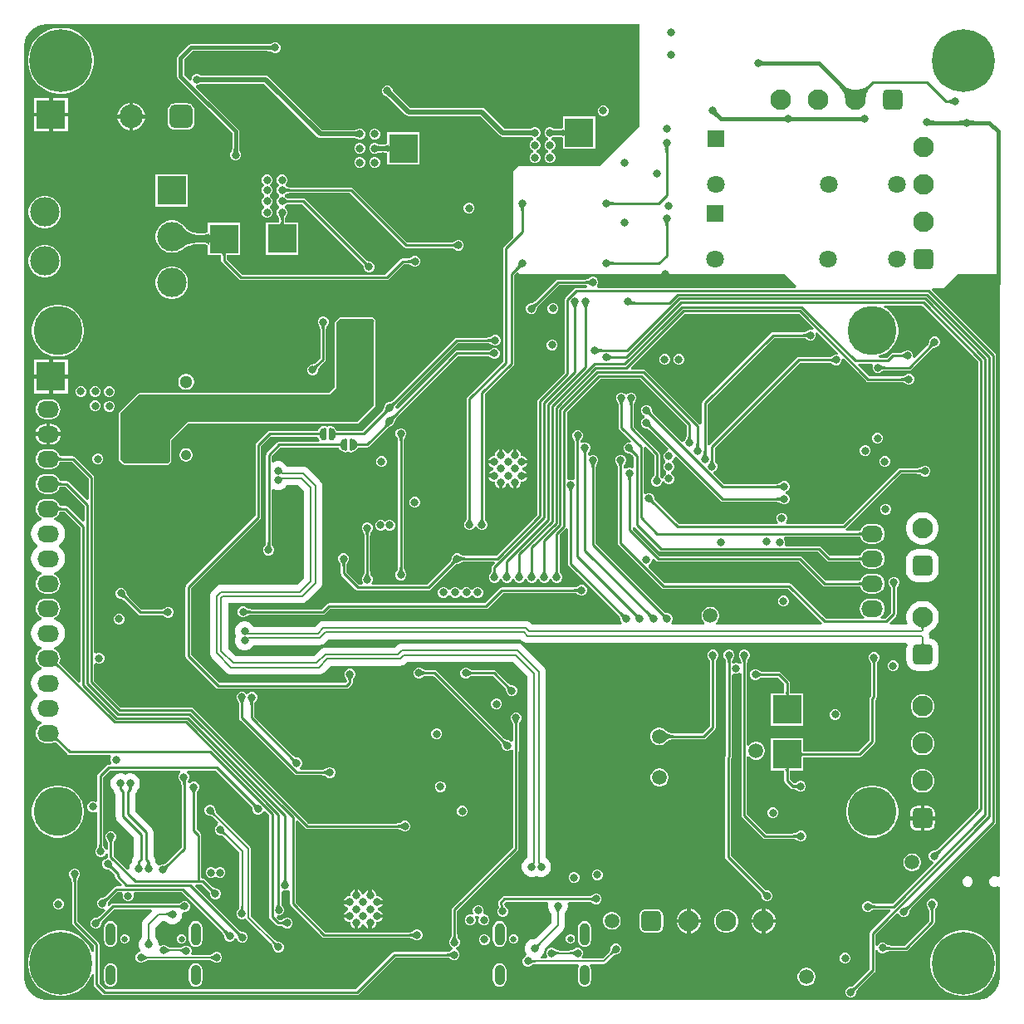
<source format=gbr>
G04*
G04 #@! TF.GenerationSoftware,Altium Limited,Altium Designer,24.10.1 (45)*
G04*
G04 Layer_Physical_Order=4*
G04 Layer_Color=16711680*
%FSLAX25Y25*%
%MOIN*%
G70*
G04*
G04 #@! TF.SameCoordinates,F8DE0C88-6A82-4F8F-96BC-C1AF256D62EF*
G04*
G04*
G04 #@! TF.FilePolarity,Positive*
G04*
G01*
G75*
%ADD20C,0.00800*%
%ADD116R,0.11811X0.11811*%
%ADD126C,0.05906*%
%ADD145C,0.25197*%
%ADD146C,0.02000*%
%ADD147C,0.01000*%
%ADD149C,0.01500*%
%ADD150C,0.03000*%
%ADD153C,0.05118*%
%ADD154C,0.04134*%
%ADD155C,0.09449*%
G04:AMPARAMS|DCode=156|XSize=94.49mil|YSize=94.49mil|CornerRadius=23.62mil|HoleSize=0mil|Usage=FLASHONLY|Rotation=180.000|XOffset=0mil|YOffset=0mil|HoleType=Round|Shape=RoundedRectangle|*
%AMROUNDEDRECTD156*
21,1,0.09449,0.04724,0,0,180.0*
21,1,0.04724,0.09449,0,0,180.0*
1,1,0.04724,-0.02362,0.02362*
1,1,0.04724,0.02362,0.02362*
1,1,0.04724,0.02362,-0.02362*
1,1,0.04724,-0.02362,-0.02362*
%
%ADD156ROUNDEDRECTD156*%
%ADD157C,0.03150*%
%ADD158C,0.11811*%
G04:AMPARAMS|DCode=159|XSize=82.68mil|YSize=82.68mil|CornerRadius=20.67mil|HoleSize=0mil|Usage=FLASHONLY|Rotation=90.000|XOffset=0mil|YOffset=0mil|HoleType=Round|Shape=RoundedRectangle|*
%AMROUNDEDRECTD159*
21,1,0.08268,0.04134,0,0,90.0*
21,1,0.04134,0.08268,0,0,90.0*
1,1,0.04134,0.02067,0.02067*
1,1,0.04134,0.02067,-0.02067*
1,1,0.04134,-0.02067,-0.02067*
1,1,0.04134,-0.02067,0.02067*
%
%ADD159ROUNDEDRECTD159*%
%ADD160C,0.08268*%
G04:AMPARAMS|DCode=161|XSize=82.68mil|YSize=82.68mil|CornerRadius=20.67mil|HoleSize=0mil|Usage=FLASHONLY|Rotation=180.000|XOffset=0mil|YOffset=0mil|HoleType=Round|Shape=RoundedRectangle|*
%AMROUNDEDRECTD161*
21,1,0.08268,0.04134,0,0,180.0*
21,1,0.04134,0.08268,0,0,180.0*
1,1,0.04134,-0.02067,0.02067*
1,1,0.04134,0.02067,0.02067*
1,1,0.04134,0.02067,-0.02067*
1,1,0.04134,-0.02067,-0.02067*
%
%ADD161ROUNDEDRECTD161*%
%ADD162O,0.08661X0.06693*%
%ADD163C,0.19685*%
%ADD164C,0.07087*%
%ADD165R,0.07087X0.07087*%
%ADD166C,0.02559*%
%ADD167O,0.04134X0.08268*%
%ADD168O,0.04134X0.09055*%
%ADD169C,0.05000*%
%ADD173C,0.01000*%
%ADD174R,0.11811X0.11811*%
G36*
X296705Y378035D02*
X296809Y377976D01*
X296935Y377923D01*
X297084Y377877D01*
X297256Y377838D01*
X297451Y377806D01*
X297909Y377764D01*
X298460Y377750D01*
Y376250D01*
X298173Y376247D01*
X297451Y376194D01*
X297256Y376162D01*
X297084Y376123D01*
X296935Y376077D01*
X296809Y376025D01*
X296705Y375965D01*
X296625Y375898D01*
Y378102D01*
X296705Y378035D01*
D02*
G37*
G36*
X340824Y367676D02*
X340429Y367248D01*
X340077Y366794D01*
X339767Y366314D01*
X339499Y365810D01*
X339274Y365279D01*
X339090Y364724D01*
X338949Y364142D01*
X338850Y363536D01*
X338794Y362904D01*
X338779Y362246D01*
X334687Y366338D01*
X335345Y366353D01*
X335977Y366409D01*
X336583Y366508D01*
X337165Y366649D01*
X337720Y366833D01*
X338251Y367058D01*
X338755Y367326D01*
X339235Y367636D01*
X339688Y367988D01*
X340117Y368383D01*
X340824Y367676D01*
D02*
G37*
G36*
X329831Y368110D02*
X330299Y367733D01*
X330783Y367401D01*
X331282Y367114D01*
X331797Y366872D01*
X332327Y366675D01*
X332873Y366523D01*
X333435Y366417D01*
X334012Y366355D01*
X334604Y366338D01*
X330512Y362246D01*
X330496Y362839D01*
X330434Y363416D01*
X330327Y363977D01*
X330175Y364523D01*
X329978Y365053D01*
X329736Y365568D01*
X329449Y366068D01*
X329117Y366551D01*
X328740Y367019D01*
X328318Y367472D01*
X329378Y368533D01*
X329831Y368110D01*
D02*
G37*
G36*
X336455Y363307D02*
X335396Y362204D01*
X334645Y362955D01*
X334664Y362965D01*
X334703Y362997D01*
X334842Y363124D01*
X335748Y364014D01*
X336455Y363307D01*
D02*
G37*
G36*
X373375Y360498D02*
X373250Y360612D01*
X373109Y360715D01*
X372953Y360805D01*
X372781Y360883D01*
X372594Y360949D01*
X372392Y361004D01*
X372175Y361046D01*
X371943Y361076D01*
X371695Y361094D01*
X371432Y361100D01*
Y362100D01*
X371695Y362106D01*
X372175Y362154D01*
X372392Y362196D01*
X372594Y362251D01*
X372781Y362317D01*
X372953Y362395D01*
X373109Y362486D01*
X373250Y362588D01*
X373375Y362702D01*
Y360498D01*
D02*
G37*
G36*
X278884Y357780D02*
X278915Y357664D01*
X278967Y357538D01*
X279040Y357400D01*
X279134Y357251D01*
X279250Y357091D01*
X279544Y356736D01*
X279923Y356338D01*
X278862Y355277D01*
X278657Y355477D01*
X278109Y355950D01*
X277949Y356066D01*
X277800Y356160D01*
X277662Y356233D01*
X277536Y356285D01*
X277420Y356316D01*
X277316Y356325D01*
X278875Y357884D01*
X278884Y357780D01*
D02*
G37*
G36*
X337175Y353498D02*
X337095Y353565D01*
X336991Y353625D01*
X336865Y353677D01*
X336716Y353723D01*
X336544Y353762D01*
X336349Y353794D01*
X335891Y353836D01*
X335340Y353850D01*
Y355350D01*
X335627Y355353D01*
X336349Y355406D01*
X336544Y355438D01*
X336716Y355477D01*
X336865Y355523D01*
X336991Y355575D01*
X337095Y355635D01*
X337175Y355702D01*
Y353498D01*
D02*
G37*
G36*
X308905Y355635D02*
X309009Y355575D01*
X309135Y355523D01*
X309284Y355477D01*
X309456Y355438D01*
X309651Y355406D01*
X310109Y355364D01*
X310660Y355350D01*
Y353850D01*
X310373Y353847D01*
X309651Y353794D01*
X309456Y353762D01*
X309284Y353723D01*
X309135Y353677D01*
X309009Y353625D01*
X308905Y353565D01*
X308825Y353498D01*
Y355702D01*
X308905Y355635D01*
D02*
G37*
G36*
X306575Y353498D02*
X306495Y353565D01*
X306391Y353625D01*
X306265Y353677D01*
X306116Y353723D01*
X305944Y353762D01*
X305749Y353794D01*
X305291Y353836D01*
X304741Y353850D01*
Y355350D01*
X305027Y355353D01*
X305749Y355406D01*
X305944Y355438D01*
X306116Y355477D01*
X306265Y355523D01*
X306391Y355575D01*
X306495Y355635D01*
X306575Y355702D01*
Y353498D01*
D02*
G37*
G36*
X364538Y354197D02*
X364640Y354134D01*
X364765Y354079D01*
X364913Y354032D01*
X365084Y353992D01*
X365278Y353959D01*
X365736Y353915D01*
X365999Y353904D01*
X366285Y353900D01*
X366231Y352400D01*
X365945Y352397D01*
X365222Y352346D01*
X365026Y352316D01*
X364853Y352278D01*
X364703Y352235D01*
X364576Y352184D01*
X364471Y352127D01*
X364389Y352063D01*
X364459Y354266D01*
X364538Y354197D01*
D02*
G37*
G36*
X378241Y352034D02*
X378162Y352103D01*
X378060Y352166D01*
X377935Y352221D01*
X377787Y352268D01*
X377616Y352309D01*
X377422Y352341D01*
X376964Y352385D01*
X376701Y352396D01*
X376414Y352400D01*
X376469Y353900D01*
X376755Y353903D01*
X377479Y353954D01*
X377674Y353984D01*
X377847Y354022D01*
X377997Y354065D01*
X378124Y354116D01*
X378229Y354173D01*
X378311Y354238D01*
X378241Y352034D01*
D02*
G37*
G36*
X380605Y354135D02*
X380709Y354076D01*
X380835Y354023D01*
X380984Y353977D01*
X381156Y353938D01*
X381351Y353906D01*
X381809Y353864D01*
X382360Y353850D01*
Y352350D01*
X382073Y352346D01*
X381351Y352294D01*
X381156Y352262D01*
X380984Y352223D01*
X380835Y352177D01*
X380709Y352125D01*
X380605Y352065D01*
X380525Y351998D01*
Y354202D01*
X380605Y354135D01*
D02*
G37*
G36*
X259888Y343650D02*
X259786Y343509D01*
X259695Y343353D01*
X259617Y343181D01*
X259551Y342994D01*
X259496Y342792D01*
X259493Y342775D01*
X260002D01*
X259888Y342650D01*
X259786Y342509D01*
X259695Y342353D01*
X259617Y342181D01*
X259551Y341994D01*
X259496Y341792D01*
X259454Y341575D01*
X259424Y341343D01*
X259406Y341095D01*
X259400Y340832D01*
X258400D01*
X258394Y341095D01*
X258346Y341575D01*
X258304Y341792D01*
X258249Y341994D01*
X258183Y342181D01*
X258105Y342353D01*
X258014Y342509D01*
X257912Y342650D01*
X257798Y342775D01*
X258307D01*
X258304Y342792D01*
X258249Y342994D01*
X258183Y343181D01*
X258105Y343353D01*
X258014Y343509D01*
X257912Y343650D01*
X257798Y343775D01*
X260002D01*
X259888Y343650D01*
D02*
G37*
G36*
X235850Y321688D02*
X235991Y321585D01*
X236147Y321495D01*
X236319Y321417D01*
X236506Y321351D01*
X236708Y321296D01*
X236925Y321254D01*
X237157Y321224D01*
X237405Y321206D01*
X237668Y321200D01*
Y320200D01*
X237405Y320194D01*
X236925Y320146D01*
X236708Y320104D01*
X236506Y320049D01*
X236319Y319983D01*
X236147Y319905D01*
X235991Y319814D01*
X235850Y319712D01*
X235725Y319598D01*
Y321802D01*
X235850Y321688D01*
D02*
G37*
G36*
X201888Y319450D02*
X201785Y319309D01*
X201695Y319152D01*
X201617Y318981D01*
X201551Y318794D01*
X201496Y318592D01*
X201454Y318375D01*
X201424Y318143D01*
X201406Y317895D01*
X201400Y317632D01*
X200400D01*
X200394Y317895D01*
X200346Y318375D01*
X200304Y318592D01*
X200249Y318794D01*
X200183Y318981D01*
X200105Y319152D01*
X200014Y319309D01*
X199912Y319450D01*
X199798Y319575D01*
X202002D01*
X201888Y319450D01*
D02*
G37*
G36*
X259888Y313350D02*
X259786Y313209D01*
X259695Y313053D01*
X259617Y312881D01*
X259551Y312694D01*
X259496Y312492D01*
X259454Y312275D01*
X259424Y312043D01*
X259406Y311795D01*
X259400Y311532D01*
X258400D01*
X258394Y311795D01*
X258346Y312275D01*
X258304Y312492D01*
X258249Y312694D01*
X258183Y312881D01*
X258105Y313053D01*
X258014Y313209D01*
X257912Y313350D01*
X257798Y313475D01*
X260002D01*
X259888Y313350D01*
D02*
G37*
G36*
X235850Y297688D02*
X235991Y297586D01*
X236147Y297495D01*
X236319Y297417D01*
X236506Y297351D01*
X236708Y297296D01*
X236925Y297254D01*
X237157Y297224D01*
X237405Y297206D01*
X237668Y297200D01*
Y296200D01*
X237405Y296194D01*
X236925Y296146D01*
X236708Y296104D01*
X236506Y296049D01*
X236319Y295983D01*
X236147Y295905D01*
X235991Y295814D01*
X235850Y295712D01*
X235725Y295598D01*
Y297802D01*
X235850Y297688D01*
D02*
G37*
G36*
X200884Y295125D02*
X200714Y295117D01*
X200542Y295090D01*
X200368Y295043D01*
X200191Y294978D01*
X200012Y294892D01*
X199831Y294788D01*
X199648Y294664D01*
X199462Y294521D01*
X199274Y294359D01*
X199084Y294177D01*
X198377Y294884D01*
X198559Y295074D01*
X198864Y295448D01*
X198988Y295631D01*
X199092Y295813D01*
X199178Y295991D01*
X199243Y296168D01*
X199290Y296342D01*
X199317Y296514D01*
X199325Y296684D01*
X200884Y295125D01*
D02*
G37*
G36*
X228175Y287898D02*
X228050Y288012D01*
X227909Y288115D01*
X227752Y288205D01*
X227581Y288283D01*
X227394Y288349D01*
X227192Y288404D01*
X226975Y288446D01*
X226743Y288476D01*
X226495Y288494D01*
X226232Y288500D01*
Y289500D01*
X226495Y289506D01*
X226975Y289554D01*
X227192Y289596D01*
X227394Y289651D01*
X227581Y289717D01*
X227752Y289795D01*
X227909Y289885D01*
X228050Y289988D01*
X228175Y290102D01*
Y287898D01*
D02*
G37*
G36*
X244661Y281849D02*
X244771Y281734D01*
X244901Y281632D01*
X245050Y281544D01*
X245219Y281469D01*
X245408Y281408D01*
X245617Y281361D01*
X245845Y281327D01*
X246093Y281307D01*
X246361Y281300D01*
X246100Y280300D01*
X245845Y280295D01*
X245367Y280258D01*
X245145Y280226D01*
X244734Y280133D01*
X244545Y280073D01*
X244368Y280003D01*
X244201Y279925D01*
X244046Y279837D01*
X244571Y281978D01*
X244661Y281849D01*
D02*
G37*
G36*
X207114Y280247D02*
X206933Y280057D01*
X206627Y279684D01*
X206503Y279500D01*
X206399Y279319D01*
X206314Y279140D01*
X206248Y278963D01*
X206201Y278789D01*
X206174Y278617D01*
X206166Y278447D01*
X204607Y280006D01*
X204777Y280014D01*
X204949Y280041D01*
X205123Y280088D01*
X205300Y280154D01*
X205479Y280239D01*
X205660Y280344D01*
X205843Y280467D01*
X206029Y280610D01*
X206217Y280773D01*
X206407Y280955D01*
X207114Y280247D01*
D02*
G37*
G36*
X227388Y279925D02*
X227286Y279784D01*
X227195Y279627D01*
X227117Y279456D01*
X227051Y279269D01*
X226996Y279067D01*
X226954Y278850D01*
X226924Y278617D01*
X226906Y278370D01*
X226900Y278107D01*
X225900D01*
X225894Y278370D01*
X225846Y278850D01*
X225804Y279067D01*
X225749Y279269D01*
X225683Y279456D01*
X225605Y279627D01*
X225515Y279784D01*
X225412Y279925D01*
X225298Y280050D01*
X227502D01*
X227388Y279925D01*
D02*
G37*
G36*
X223088D02*
X222986Y279784D01*
X222895Y279627D01*
X222817Y279456D01*
X222751Y279269D01*
X222696Y279067D01*
X222654Y278850D01*
X222624Y278617D01*
X222606Y278370D01*
X222600Y278107D01*
X221600D01*
X221594Y278370D01*
X221546Y278850D01*
X221504Y279067D01*
X221449Y279269D01*
X221383Y279456D01*
X221305Y279627D01*
X221215Y279784D01*
X221112Y279925D01*
X220998Y280050D01*
X223202D01*
X223088Y279925D01*
D02*
G37*
G36*
X317848Y270503D02*
X317395Y269825D01*
X317033Y269975D01*
X316167D01*
X315368Y269644D01*
X315146Y269421D01*
X315038Y269383D01*
X314939Y269292D01*
X314854Y269231D01*
X314754Y269173D01*
X314637Y269119D01*
X314501Y269071D01*
X314346Y269030D01*
X314180Y268997D01*
X313755Y268955D01*
X313517Y268949D01*
X313454Y268921D01*
X301500D01*
X301500Y268922D01*
X301071Y268836D01*
X300707Y268593D01*
X273407Y241293D01*
X273164Y240929D01*
X273078Y240500D01*
X273078Y240500D01*
Y232293D01*
X272931Y232178D01*
X272093Y231993D01*
X272093Y231993D01*
X250393Y253693D01*
X250029Y253936D01*
X249600Y254022D01*
X249600Y254022D01*
X244804D01*
X244498Y254761D01*
X266115Y276378D01*
X311973D01*
X317848Y270503D01*
D02*
G37*
G36*
X315475Y266698D02*
X315350Y266812D01*
X315209Y266915D01*
X315053Y267005D01*
X314881Y267083D01*
X314694Y267149D01*
X314492Y267204D01*
X314275Y267246D01*
X314043Y267276D01*
X313795Y267294D01*
X313532Y267300D01*
Y268300D01*
X313795Y268306D01*
X314275Y268354D01*
X314492Y268396D01*
X314694Y268451D01*
X314881Y268517D01*
X315053Y268595D01*
X315209Y268686D01*
X315350Y268788D01*
X315475Y268902D01*
Y266698D01*
D02*
G37*
G36*
X327599Y260752D02*
X327504Y260453D01*
X327207Y260013D01*
X326498D01*
X325698Y259682D01*
X325476Y259459D01*
X325369Y259420D01*
X325269Y259330D01*
X325185Y259269D01*
X325085Y259211D01*
X324968Y259157D01*
X324832Y259109D01*
X324676Y259067D01*
X324511Y259035D01*
X324085Y258993D01*
X323847Y258987D01*
X323785Y258959D01*
X311838D01*
X311409Y258874D01*
X311045Y258631D01*
X311045Y258631D01*
X276248Y223834D01*
X276121Y223645D01*
X275322Y223822D01*
Y240035D01*
X301965Y266679D01*
X313454D01*
X313517Y266651D01*
X313764Y266645D01*
X313977Y266630D01*
X314171Y266604D01*
X314346Y266570D01*
X314501Y266529D01*
X314637Y266481D01*
X314754Y266427D01*
X314854Y266369D01*
X314939Y266308D01*
X315038Y266217D01*
X315146Y266179D01*
X315368Y265956D01*
X316167Y265625D01*
X317033D01*
X317832Y265956D01*
X318444Y266568D01*
X318775Y267367D01*
Y268233D01*
X318625Y268595D01*
X319303Y269048D01*
X327599Y260752D01*
D02*
G37*
G36*
X366384Y263425D02*
X366214Y263417D01*
X366042Y263390D01*
X365868Y263344D01*
X365691Y263278D01*
X365512Y263192D01*
X365331Y263088D01*
X365148Y262964D01*
X364962Y262821D01*
X364774Y262659D01*
X364584Y262477D01*
X363877Y263184D01*
X364059Y263374D01*
X364364Y263748D01*
X364488Y263931D01*
X364592Y264112D01*
X364678Y264291D01*
X364743Y264468D01*
X364790Y264642D01*
X364817Y264814D01*
X364825Y264984D01*
X366384Y263425D01*
D02*
G37*
G36*
X231036Y262642D02*
X231189Y262549D01*
X231357Y262467D01*
X231537Y262396D01*
X231730Y262336D01*
X231937Y262287D01*
X232157Y262249D01*
X232391Y262222D01*
X232898Y262200D01*
X233016Y261200D01*
X232750Y261193D01*
X232502Y261174D01*
X232271Y261142D01*
X232058Y261097D01*
X231862Y261039D01*
X231683Y260968D01*
X231521Y260884D01*
X231377Y260787D01*
X231250Y260677D01*
X231140Y260555D01*
X230895Y262746D01*
X231036Y262642D01*
D02*
G37*
G36*
X354475Y258498D02*
X354350Y258612D01*
X354209Y258715D01*
X354052Y258805D01*
X353881Y258883D01*
X353694Y258949D01*
X353492Y259004D01*
X353275Y259046D01*
X353043Y259076D01*
X352795Y259094D01*
X352532Y259100D01*
Y260100D01*
X352795Y260106D01*
X353275Y260154D01*
X353492Y260196D01*
X353694Y260251D01*
X353881Y260317D01*
X354052Y260395D01*
X354209Y260486D01*
X354350Y260588D01*
X354475Y260702D01*
Y258498D01*
D02*
G37*
G36*
X235934Y259888D02*
X236075Y259786D01*
X236231Y259695D01*
X236402Y259617D01*
X236589Y259551D01*
X236791Y259496D01*
X237008Y259454D01*
X237241Y259424D01*
X237489Y259406D01*
X237752Y259400D01*
Y258400D01*
X237489Y258394D01*
X237008Y258346D01*
X236791Y258304D01*
X236589Y258249D01*
X236402Y258183D01*
X236231Y258105D01*
X236075Y258014D01*
X235934Y257912D01*
X235808Y257798D01*
Y260002D01*
X235934Y259888D01*
D02*
G37*
G36*
X325806Y256735D02*
X325680Y256850D01*
X325539Y256952D01*
X325383Y257043D01*
X325211Y257121D01*
X325025Y257187D01*
X324823Y257241D01*
X324605Y257284D01*
X324373Y257314D01*
X324125Y257332D01*
X323862Y257338D01*
Y258338D01*
X324125Y258344D01*
X324605Y258392D01*
X324823Y258434D01*
X325025Y258488D01*
X325211Y258555D01*
X325383Y258633D01*
X325539Y258723D01*
X325680Y258826D01*
X325806Y258940D01*
Y256735D01*
D02*
G37*
G36*
X344950Y255788D02*
X345091Y255685D01*
X345248Y255595D01*
X345419Y255517D01*
X345606Y255451D01*
X345808Y255396D01*
X346025Y255354D01*
X346257Y255324D01*
X346505Y255306D01*
X346768Y255300D01*
Y254300D01*
X346505Y254294D01*
X346025Y254246D01*
X345808Y254204D01*
X345606Y254149D01*
X345419Y254083D01*
X345248Y254005D01*
X345091Y253914D01*
X344950Y253812D01*
X344825Y253698D01*
Y255902D01*
X344950Y255788D01*
D02*
G37*
G36*
X354975Y249050D02*
X354850Y249164D01*
X354709Y249267D01*
X354553Y249357D01*
X354381Y249435D01*
X354194Y249502D01*
X353992Y249556D01*
X353775Y249598D01*
X353543Y249628D01*
X353295Y249646D01*
X353032Y249652D01*
Y250652D01*
X353295Y250658D01*
X353775Y250706D01*
X353992Y250748D01*
X354194Y250803D01*
X354381Y250869D01*
X354553Y250947D01*
X354709Y251038D01*
X354850Y251140D01*
X354975Y251255D01*
Y249050D01*
D02*
G37*
G36*
X245588Y241343D02*
X245485Y241202D01*
X245395Y241046D01*
X245317Y240875D01*
X245251Y240688D01*
X245196Y240486D01*
X245154Y240269D01*
X245124Y240036D01*
X245106Y239789D01*
X245100Y239526D01*
X244100D01*
X244094Y239789D01*
X244046Y240269D01*
X244004Y240486D01*
X243949Y240688D01*
X243883Y240875D01*
X243805Y241046D01*
X243714Y241202D01*
X243612Y241343D01*
X243498Y241469D01*
X245702D01*
X245588Y241343D01*
D02*
G37*
G36*
X241688D02*
X241585Y241202D01*
X241495Y241046D01*
X241417Y240875D01*
X241351Y240688D01*
X241296Y240486D01*
X241254Y240269D01*
X241224Y240036D01*
X241206Y239789D01*
X241200Y239526D01*
X240200D01*
X240194Y239789D01*
X240146Y240269D01*
X240104Y240486D01*
X240049Y240688D01*
X239983Y240875D01*
X239905Y241046D01*
X239814Y241202D01*
X239712Y241343D01*
X239598Y241469D01*
X241802D01*
X241688Y241343D01*
D02*
G37*
G36*
X252383Y237414D02*
X252410Y237242D01*
X252456Y237068D01*
X252522Y236891D01*
X252608Y236713D01*
X252712Y236531D01*
X252836Y236348D01*
X252979Y236162D01*
X253141Y235974D01*
X253323Y235784D01*
X252616Y235077D01*
X252426Y235259D01*
X252052Y235564D01*
X251869Y235688D01*
X251688Y235792D01*
X251509Y235878D01*
X251332Y235944D01*
X251158Y235990D01*
X250986Y236017D01*
X250816Y236025D01*
X252375Y237584D01*
X252383Y237414D01*
D02*
G37*
G36*
Y232414D02*
X252410Y232242D01*
X252456Y232068D01*
X252522Y231891D01*
X252608Y231713D01*
X252712Y231531D01*
X252836Y231348D01*
X252979Y231162D01*
X253141Y230974D01*
X253323Y230784D01*
X252616Y230077D01*
X252426Y230259D01*
X252052Y230564D01*
X251869Y230688D01*
X251688Y230792D01*
X251509Y230878D01*
X251332Y230943D01*
X251158Y230990D01*
X250986Y231017D01*
X250816Y231025D01*
X252375Y232584D01*
X252383Y232414D01*
D02*
G37*
G36*
X268506Y227305D02*
X268554Y226825D01*
X268596Y226608D01*
X268651Y226406D01*
X268717Y226219D01*
X268795Y226047D01*
X268885Y225891D01*
X268988Y225750D01*
X269102Y225625D01*
X266898D01*
X267012Y225750D01*
X267114Y225891D01*
X267205Y226047D01*
X267283Y226219D01*
X267349Y226406D01*
X267404Y226608D01*
X267446Y226825D01*
X267476Y227057D01*
X267494Y227305D01*
X267500Y227568D01*
X268500D01*
X268506Y227305D01*
D02*
G37*
G36*
X266879Y231535D02*
Y227646D01*
X266851Y227583D01*
X266845Y227336D01*
X266829Y227123D01*
X266804Y226929D01*
X266770Y226754D01*
X266729Y226599D01*
X266681Y226463D01*
X266627Y226346D01*
X266569Y226246D01*
X266508Y226161D01*
X266417Y226062D01*
X266379Y225954D01*
X266156Y225732D01*
X265931Y225187D01*
X265086Y224900D01*
X253818Y236169D01*
X253793Y236233D01*
X253622Y236411D01*
X253482Y236573D01*
X253363Y236728D01*
X253263Y236876D01*
X253183Y237015D01*
X253121Y237145D01*
X253076Y237266D01*
X253046Y237377D01*
X253030Y237481D01*
X253024Y237615D01*
X252975Y237718D01*
Y238033D01*
X252644Y238832D01*
X252032Y239444D01*
X251233Y239775D01*
X250367D01*
X249568Y239444D01*
X248956Y238832D01*
X248625Y238033D01*
Y237167D01*
X248956Y236368D01*
X249568Y235756D01*
X250153Y235514D01*
Y234686D01*
X249568Y234444D01*
X248956Y233832D01*
X248625Y233033D01*
Y232167D01*
X248956Y231368D01*
X249568Y230756D01*
X250367Y230425D01*
X250682D01*
X250785Y230377D01*
X250919Y230370D01*
X251023Y230354D01*
X251134Y230324D01*
X251255Y230279D01*
X251385Y230217D01*
X251524Y230137D01*
X251664Y230043D01*
X251995Y229772D01*
X252167Y229607D01*
X252231Y229583D01*
X259639Y222175D01*
X259366Y221375D01*
X258567Y221044D01*
X257955Y220432D01*
X257624Y219633D01*
Y218767D01*
X257955Y217968D01*
X258317Y217606D01*
X258483Y217100D01*
X258317Y216594D01*
X257955Y216232D01*
X257624Y215433D01*
Y214567D01*
X257955Y213768D01*
X258567Y213156D01*
X258800Y213060D01*
Y212194D01*
X258567Y212097D01*
X257955Y211485D01*
X257624Y210686D01*
Y210397D01*
X256824Y210238D01*
X256744Y210432D01*
X256677Y210498D01*
X256664Y210553D01*
X256580Y210672D01*
X256517Y210778D01*
X256460Y210899D01*
X256408Y211034D01*
X256362Y211186D01*
X256323Y211353D01*
X256293Y211529D01*
X256254Y211962D01*
X256249Y212199D01*
X256222Y212262D01*
Y220000D01*
X256136Y220429D01*
X255893Y220793D01*
X255893Y220793D01*
X245722Y230965D01*
Y239448D01*
X245749Y239511D01*
X245755Y239757D01*
X245771Y239971D01*
X245796Y240165D01*
X245830Y240340D01*
X245871Y240495D01*
X245919Y240631D01*
X245973Y240748D01*
X246031Y240848D01*
X246092Y240933D01*
X246183Y241032D01*
X246221Y241139D01*
X246444Y241362D01*
X246775Y242161D01*
Y243026D01*
X246444Y243826D01*
X245832Y244437D01*
X245033Y244769D01*
X244167D01*
X243368Y244437D01*
X243173Y244242D01*
X242650Y243896D01*
X242127Y244242D01*
X241932Y244437D01*
X241133Y244769D01*
X240267D01*
X239468Y244437D01*
X238856Y243826D01*
X238525Y243026D01*
Y242161D01*
X238856Y241362D01*
X239079Y241139D01*
X239117Y241032D01*
X239208Y240933D01*
X239269Y240848D01*
X239327Y240748D01*
X239381Y240631D01*
X239429Y240495D01*
X239470Y240340D01*
X239503Y240174D01*
X239545Y239749D01*
X239551Y239511D01*
X239579Y239448D01*
Y230800D01*
X239578Y230800D01*
X239664Y230371D01*
X239907Y230007D01*
X244500Y225414D01*
X244355Y225014D01*
X244108Y224675D01*
X243367D01*
X242568Y224344D01*
X241956Y223732D01*
X241625Y222933D01*
Y222067D01*
X241956Y221268D01*
X242568Y220656D01*
X243367Y220325D01*
X243682D01*
X243785Y220276D01*
X243919Y220270D01*
X244023Y220254D01*
X244134Y220224D01*
X244255Y220179D01*
X244385Y220117D01*
X244524Y220037D01*
X244664Y219942D01*
X244995Y219672D01*
X245167Y219507D01*
X245231Y219482D01*
X245778Y218935D01*
Y214742D01*
X244978Y214349D01*
X244433Y214575D01*
X243567D01*
X242768Y214244D01*
X242709Y214185D01*
X241727Y214284D01*
X241556Y214511D01*
X241561Y214757D01*
X241577Y214971D01*
X241602Y215165D01*
X241636Y215340D01*
X241677Y215495D01*
X241726Y215631D01*
X241779Y215748D01*
X241837Y215848D01*
X241899Y215933D01*
X241989Y216032D01*
X242028Y216139D01*
X242250Y216362D01*
X242581Y217161D01*
Y218026D01*
X242250Y218826D01*
X241638Y219437D01*
X240839Y219769D01*
X239974D01*
X239174Y219437D01*
X238563Y218826D01*
X238231Y218026D01*
Y217161D01*
X238563Y216362D01*
X238785Y216139D01*
X238824Y216032D01*
X238914Y215933D01*
X238976Y215848D01*
X239033Y215748D01*
X239087Y215631D01*
X239135Y215495D01*
X239177Y215340D01*
X239209Y215174D01*
X239252Y214749D01*
X239257Y214511D01*
X239285Y214448D01*
Y184311D01*
X239285Y184311D01*
X239370Y183882D01*
X239613Y183518D01*
X256824Y166307D01*
X256824Y166307D01*
X257188Y166064D01*
X257617Y165978D01*
X257617Y165978D01*
X307635D01*
X321188Y152426D01*
X320857Y151626D01*
X278914D01*
X278686Y152128D01*
X278650Y152426D01*
X279243Y153019D01*
X279711Y153829D01*
X279953Y154732D01*
Y155668D01*
X279711Y156571D01*
X279243Y157381D01*
X278581Y158043D01*
X277771Y158511D01*
X276868Y158753D01*
X275932D01*
X275029Y158511D01*
X274219Y158043D01*
X273557Y157381D01*
X273089Y156571D01*
X272847Y155668D01*
Y154732D01*
X273089Y153829D01*
X273557Y153019D01*
X274150Y152426D01*
X274114Y152128D01*
X273886Y151626D01*
X260833D01*
X260501Y152426D01*
X260844Y152768D01*
X261175Y153567D01*
Y154433D01*
X260844Y155232D01*
X260232Y155844D01*
X259433Y156175D01*
X259118D01*
X259015Y156223D01*
X258881Y156230D01*
X258777Y156246D01*
X258666Y156276D01*
X258545Y156321D01*
X258415Y156383D01*
X258276Y156463D01*
X258136Y156558D01*
X257805Y156828D01*
X257633Y156993D01*
X257569Y157018D01*
X230421Y184165D01*
Y214448D01*
X230449Y214511D01*
X230455Y214757D01*
X230470Y214971D01*
X230496Y215165D01*
X230530Y215340D01*
X230571Y215495D01*
X230619Y215631D01*
X230673Y215748D01*
X230731Y215848D01*
X230792Y215933D01*
X230883Y216032D01*
X230921Y216139D01*
X231144Y216362D01*
X231475Y217161D01*
Y218026D01*
X231144Y218826D01*
X230532Y219437D01*
X229733Y219769D01*
X228867D01*
X228068Y219437D01*
X228022Y219391D01*
X227903Y219400D01*
X227255Y219755D01*
X227255Y219764D01*
X227271Y219977D01*
X227296Y220171D01*
X227330Y220346D01*
X227371Y220501D01*
X227419Y220637D01*
X227473Y220754D01*
X227531Y220854D01*
X227592Y220939D01*
X227683Y221038D01*
X227721Y221146D01*
X227944Y221368D01*
X228275Y222167D01*
Y223033D01*
X227944Y223832D01*
X227332Y224444D01*
X226533Y224775D01*
X225667D01*
X225053Y224520D01*
X224958Y224534D01*
X224611Y224692D01*
X224292Y224999D01*
X224297Y225037D01*
X224332Y225207D01*
X224374Y225356D01*
X224423Y225483D01*
X224476Y225591D01*
X224532Y225680D01*
X224591Y225754D01*
X224682Y225843D01*
X224730Y225955D01*
X225044Y226268D01*
X225375Y227067D01*
Y227933D01*
X225044Y228732D01*
X224432Y229344D01*
X223633Y229675D01*
X222767D01*
X221968Y229344D01*
X221356Y228732D01*
X221025Y227933D01*
Y227067D01*
X221356Y226268D01*
X221498Y226127D01*
X221523Y226039D01*
X221611Y225930D01*
X221674Y225835D01*
X221732Y225724D01*
X221785Y225598D01*
X221833Y225454D01*
X221873Y225292D01*
X221905Y225122D01*
X221946Y224693D01*
X221951Y224455D01*
X221978Y224392D01*
Y210136D01*
X221178Y209625D01*
X220833Y209769D01*
X219967D01*
X219647Y209636D01*
X218847Y210161D01*
Y236747D01*
X232278Y250179D01*
X248235D01*
X266879Y231535D01*
D02*
G37*
G36*
X224229Y226308D02*
X224109Y226191D01*
X224002Y226058D01*
X223908Y225908D01*
X223826Y225742D01*
X223757Y225560D01*
X223701Y225361D01*
X223657Y225146D01*
X223625Y224915D01*
X223606Y224667D01*
X223600Y224402D01*
X222600Y224469D01*
X222594Y224730D01*
X222549Y225211D01*
X222509Y225430D01*
X222457Y225635D01*
X222394Y225826D01*
X222320Y226002D01*
X222234Y226165D01*
X222137Y226313D01*
X222028Y226448D01*
X224229Y226308D01*
D02*
G37*
G36*
X271806Y224105D02*
X271854Y223625D01*
X271896Y223408D01*
X271951Y223206D01*
X272017Y223019D01*
X272095Y222848D01*
X272185Y222691D01*
X272288Y222550D01*
X272402Y222425D01*
X270198D01*
X270312Y222550D01*
X270414Y222691D01*
X270505Y222848D01*
X270583Y223019D01*
X270649Y223206D01*
X270704Y223408D01*
X270746Y223625D01*
X270776Y223857D01*
X270794Y224105D01*
X270800Y224368D01*
X271800D01*
X271806Y224105D01*
D02*
G37*
G36*
X245383Y222314D02*
X245410Y222142D01*
X245457Y221968D01*
X245522Y221791D01*
X245608Y221613D01*
X245712Y221431D01*
X245836Y221248D01*
X245979Y221062D01*
X246141Y220874D01*
X246323Y220684D01*
X245616Y219977D01*
X245426Y220159D01*
X245052Y220464D01*
X244869Y220588D01*
X244688Y220692D01*
X244509Y220778D01*
X244332Y220844D01*
X244158Y220890D01*
X243986Y220917D01*
X243816Y220925D01*
X245375Y222484D01*
X245383Y222314D01*
D02*
G37*
G36*
X227088Y221350D02*
X226986Y221209D01*
X226895Y221053D01*
X226817Y220881D01*
X226751Y220694D01*
X226696Y220492D01*
X226654Y220275D01*
X226624Y220043D01*
X226606Y219795D01*
X226600Y219532D01*
X225600D01*
X225594Y219795D01*
X225546Y220275D01*
X225504Y220492D01*
X225449Y220694D01*
X225383Y220881D01*
X225305Y221053D01*
X225215Y221209D01*
X225112Y221350D01*
X224998Y221475D01*
X227202D01*
X227088Y221350D01*
D02*
G37*
G36*
X274706Y220905D02*
X274754Y220425D01*
X274796Y220208D01*
X274851Y220006D01*
X274917Y219819D01*
X274995Y219648D01*
X275085Y219491D01*
X275188Y219350D01*
X275302Y219225D01*
X273098D01*
X273212Y219350D01*
X273314Y219491D01*
X273405Y219648D01*
X273483Y219819D01*
X273549Y220006D01*
X273604Y220208D01*
X273646Y220425D01*
X273676Y220657D01*
X273694Y220905D01*
X273700Y221168D01*
X274700D01*
X274706Y220905D01*
D02*
G37*
G36*
X277547Y217947D02*
X277596Y217466D01*
X277638Y217249D01*
X277692Y217047D01*
X277758Y216860D01*
X277836Y216689D01*
X277927Y216533D01*
X278029Y216392D01*
X278144Y216266D01*
X275939D01*
X276054Y216392D01*
X276156Y216533D01*
X276246Y216689D01*
X276325Y216860D01*
X276391Y217047D01*
X276445Y217249D01*
X276487Y217466D01*
X276517Y217699D01*
X276535Y217947D01*
X276541Y218210D01*
X277541D01*
X277547Y217947D01*
D02*
G37*
G36*
X241394Y216343D02*
X241292Y216202D01*
X241201Y216046D01*
X241123Y215875D01*
X241057Y215688D01*
X241003Y215486D01*
X240961Y215269D01*
X240930Y215036D01*
X240912Y214789D01*
X240906Y214526D01*
X239906D01*
X239900Y214789D01*
X239852Y215269D01*
X239810Y215486D01*
X239756Y215688D01*
X239689Y215875D01*
X239611Y216046D01*
X239521Y216202D01*
X239418Y216343D01*
X239304Y216469D01*
X241509D01*
X241394Y216343D01*
D02*
G37*
G36*
X230288D02*
X230186Y216202D01*
X230095Y216046D01*
X230017Y215875D01*
X229951Y215688D01*
X229896Y215486D01*
X229854Y215269D01*
X229824Y215036D01*
X229806Y214789D01*
X229800Y214526D01*
X228800D01*
X228794Y214789D01*
X228746Y215269D01*
X228704Y215486D01*
X228649Y215688D01*
X228583Y215875D01*
X228505Y216046D01*
X228415Y216202D01*
X228312Y216343D01*
X228198Y216469D01*
X230402D01*
X230288Y216343D01*
D02*
G37*
G36*
X361475Y212198D02*
X361350Y212312D01*
X361209Y212415D01*
X361052Y212505D01*
X360881Y212583D01*
X360694Y212649D01*
X360492Y212704D01*
X360275Y212746D01*
X360043Y212776D01*
X359795Y212794D01*
X359532Y212800D01*
Y213800D01*
X359795Y213806D01*
X360275Y213854D01*
X360492Y213896D01*
X360694Y213951D01*
X360881Y214017D01*
X361052Y214095D01*
X361209Y214186D01*
X361350Y214288D01*
X361475Y214402D01*
Y212198D01*
D02*
G37*
G36*
X255600Y212186D02*
X255605Y211926D01*
X255648Y211446D01*
X255686Y211225D01*
X255734Y211018D01*
X255793Y210823D01*
X255863Y210642D01*
X255943Y210473D01*
X256034Y210318D01*
X256136Y210175D01*
X253949Y210455D01*
X254073Y210563D01*
X254184Y210688D01*
X254281Y210830D01*
X254366Y210990D01*
X254437Y211168D01*
X254496Y211364D01*
X254541Y211576D01*
X254574Y211807D01*
X254593Y212055D01*
X254600Y212321D01*
X255600Y212186D01*
D02*
G37*
G36*
X244988Y211150D02*
X244885Y211009D01*
X244795Y210853D01*
X244717Y210681D01*
X244651Y210494D01*
X244596Y210292D01*
X244554Y210075D01*
X244524Y209843D01*
X244506Y209595D01*
X244500Y209332D01*
X243500D01*
X243494Y209595D01*
X243446Y210075D01*
X243404Y210292D01*
X243349Y210494D01*
X243283Y210681D01*
X243205Y210853D01*
X243114Y211009D01*
X243012Y211150D01*
X242898Y211275D01*
X245102D01*
X244988Y211150D01*
D02*
G37*
G36*
X304968Y205898D02*
X304842Y206012D01*
X304701Y206115D01*
X304545Y206205D01*
X304374Y206283D01*
X304187Y206349D01*
X303985Y206404D01*
X303768Y206446D01*
X303535Y206476D01*
X303288Y206494D01*
X303025Y206500D01*
Y207500D01*
X303288Y207506D01*
X303768Y207554D01*
X303985Y207596D01*
X304187Y207651D01*
X304374Y207717D01*
X304545Y207795D01*
X304701Y207886D01*
X304842Y207988D01*
X304968Y208102D01*
Y205898D01*
D02*
G37*
G36*
X221388Y206343D02*
X221286Y206202D01*
X221195Y206046D01*
X221117Y205875D01*
X221051Y205688D01*
X220996Y205486D01*
X220954Y205269D01*
X220924Y205036D01*
X220906Y204789D01*
X220900Y204526D01*
X219900D01*
X219894Y204789D01*
X219846Y205269D01*
X219804Y205486D01*
X219749Y205688D01*
X219683Y205875D01*
X219605Y206046D01*
X219514Y206202D01*
X219412Y206343D01*
X219298Y206469D01*
X221502D01*
X221388Y206343D01*
D02*
G37*
G36*
X304968Y200898D02*
X304842Y201012D01*
X304701Y201115D01*
X304545Y201205D01*
X304374Y201283D01*
X304187Y201349D01*
X303985Y201404D01*
X303768Y201446D01*
X303535Y201476D01*
X303288Y201494D01*
X303025Y201500D01*
Y202500D01*
X303288Y202506D01*
X303768Y202554D01*
X303985Y202596D01*
X304187Y202651D01*
X304374Y202717D01*
X304545Y202795D01*
X304701Y202886D01*
X304842Y202988D01*
X304968Y203102D01*
Y200898D01*
D02*
G37*
G36*
X253395Y202120D02*
X253422Y201948D01*
X253468Y201774D01*
X253534Y201597D01*
X253619Y201418D01*
X253724Y201237D01*
X253848Y201053D01*
X253991Y200868D01*
X254153Y200680D01*
X254335Y200489D01*
X253628Y199782D01*
X253437Y199964D01*
X253064Y200270D01*
X252880Y200393D01*
X252699Y200498D01*
X252520Y200583D01*
X252344Y200649D01*
X252169Y200695D01*
X251997Y200723D01*
X251828Y200731D01*
X253386Y202290D01*
X253395Y202120D01*
D02*
G37*
G36*
X185268Y194505D02*
X185316Y194025D01*
X185359Y193808D01*
X185413Y193606D01*
X185479Y193419D01*
X185557Y193247D01*
X185648Y193091D01*
X185750Y192950D01*
X185864Y192825D01*
X183660D01*
X183774Y192950D01*
X183877Y193091D01*
X183967Y193247D01*
X184045Y193419D01*
X184112Y193606D01*
X184166Y193808D01*
X184208Y194025D01*
X184238Y194257D01*
X184256Y194505D01*
X184262Y194768D01*
X185262D01*
X185268Y194505D01*
D02*
G37*
G36*
X180268D02*
X180316Y194025D01*
X180359Y193808D01*
X180413Y193606D01*
X180479Y193419D01*
X180557Y193247D01*
X180648Y193091D01*
X180750Y192950D01*
X180865Y192825D01*
X178660D01*
X178774Y192950D01*
X178877Y193091D01*
X178967Y193247D01*
X179045Y193419D01*
X179112Y193606D01*
X179166Y193808D01*
X179208Y194025D01*
X179238Y194257D01*
X179256Y194505D01*
X179262Y194768D01*
X180262D01*
X180268Y194505D01*
D02*
G37*
G36*
X139688Y189150D02*
X139585Y189009D01*
X139495Y188853D01*
X139417Y188681D01*
X139351Y188494D01*
X139296Y188292D01*
X139254Y188075D01*
X139224Y187843D01*
X139206Y187595D01*
X139200Y187332D01*
X138200D01*
X138194Y187595D01*
X138146Y188075D01*
X138104Y188292D01*
X138049Y188494D01*
X137983Y188681D01*
X137905Y188853D01*
X137814Y189009D01*
X137712Y189150D01*
X137598Y189275D01*
X139802D01*
X139688Y189150D01*
D02*
G37*
G36*
X337273Y187064D02*
X337262Y187158D01*
X337228Y187243D01*
X337171Y187317D01*
X337092Y187382D01*
X336990Y187436D01*
X336865Y187481D01*
X336718Y187516D01*
X336549Y187541D01*
X336356Y187556D01*
X336141Y187561D01*
Y188561D01*
X336356Y188566D01*
X336549Y188581D01*
X336718Y188605D01*
X336865Y188640D01*
X336990Y188685D01*
X337092Y188739D01*
X337171Y188804D01*
X337228Y188878D01*
X337262Y188963D01*
X337273Y189057D01*
Y187064D01*
D02*
G37*
G36*
Y177064D02*
X337262Y177158D01*
X337228Y177243D01*
X337171Y177317D01*
X337092Y177382D01*
X336990Y177436D01*
X336865Y177481D01*
X336718Y177516D01*
X336549Y177541D01*
X336356Y177556D01*
X336141Y177561D01*
Y178561D01*
X336356Y178566D01*
X336549Y178580D01*
X336718Y178605D01*
X336865Y178640D01*
X336990Y178685D01*
X337092Y178739D01*
X337171Y178804D01*
X337228Y178878D01*
X337262Y178963D01*
X337273Y179057D01*
Y177064D01*
D02*
G37*
G36*
X176039Y179104D02*
X176180Y179002D01*
X176336Y178912D01*
X176507Y178833D01*
X176694Y178767D01*
X176896Y178713D01*
X177113Y178671D01*
X177346Y178641D01*
X177593Y178622D01*
X177856Y178616D01*
Y177617D01*
X177593Y177610D01*
X177113Y177562D01*
X176896Y177520D01*
X176694Y177466D01*
X176507Y177400D01*
X176336Y177321D01*
X176180Y177231D01*
X176039Y177129D01*
X175913Y177014D01*
Y179219D01*
X176039Y179104D01*
D02*
G37*
G36*
X174772Y176542D02*
X174603Y176534D01*
X174431Y176506D01*
X174256Y176460D01*
X174080Y176394D01*
X173901Y176309D01*
X173720Y176204D01*
X173536Y176081D01*
X173350Y175937D01*
X173162Y175775D01*
X172972Y175593D01*
X172265Y176301D01*
X172447Y176491D01*
X172752Y176864D01*
X172876Y177048D01*
X172981Y177229D01*
X173066Y177408D01*
X173132Y177584D01*
X173178Y177759D01*
X173205Y177931D01*
X173213Y178101D01*
X174772Y176542D01*
D02*
G37*
G36*
X130195Y176811D02*
X130093Y176670D01*
X130002Y176514D01*
X129924Y176342D01*
X129858Y176155D01*
X129804Y175953D01*
X129761Y175736D01*
X129731Y175504D01*
X129713Y175256D01*
X129707Y174993D01*
X128707D01*
X128701Y175256D01*
X128653Y175736D01*
X128611Y175953D01*
X128557Y176155D01*
X128490Y176342D01*
X128412Y176514D01*
X128322Y176670D01*
X128219Y176811D01*
X128105Y176936D01*
X130309D01*
X130195Y176811D01*
D02*
G37*
G36*
X215268Y173440D02*
X215316Y172960D01*
X215358Y172742D01*
X215413Y172541D01*
X215479Y172354D01*
X215557Y172182D01*
X215648Y172026D01*
X215750Y171885D01*
X215864Y171759D01*
X213660D01*
X213774Y171885D01*
X213877Y172026D01*
X213967Y172182D01*
X214045Y172354D01*
X214112Y172541D01*
X214166Y172742D01*
X214208Y172960D01*
X214238Y173192D01*
X214256Y173440D01*
X214262Y173703D01*
X215262D01*
X215268Y173440D01*
D02*
G37*
G36*
X210268D02*
X210316Y172960D01*
X210359Y172742D01*
X210413Y172541D01*
X210479Y172354D01*
X210557Y172182D01*
X210648Y172026D01*
X210750Y171885D01*
X210864Y171759D01*
X208660D01*
X208774Y171885D01*
X208877Y172026D01*
X208967Y172182D01*
X209045Y172354D01*
X209112Y172541D01*
X209166Y172742D01*
X209208Y172960D01*
X209238Y173192D01*
X209256Y173440D01*
X209262Y173703D01*
X210262D01*
X210268Y173440D01*
D02*
G37*
G36*
X205268D02*
X205316Y172960D01*
X205359Y172742D01*
X205413Y172541D01*
X205479Y172354D01*
X205557Y172182D01*
X205648Y172026D01*
X205750Y171885D01*
X205865Y171759D01*
X203660D01*
X203774Y171885D01*
X203877Y172026D01*
X203967Y172182D01*
X204045Y172354D01*
X204112Y172541D01*
X204166Y172742D01*
X204208Y172960D01*
X204238Y173192D01*
X204256Y173440D01*
X204262Y173703D01*
X205262D01*
X205268Y173440D01*
D02*
G37*
G36*
X200268D02*
X200316Y172960D01*
X200359Y172742D01*
X200413Y172541D01*
X200479Y172354D01*
X200557Y172182D01*
X200648Y172026D01*
X200750Y171885D01*
X200865Y171759D01*
X198660D01*
X198774Y171885D01*
X198877Y172026D01*
X198967Y172182D01*
X199045Y172354D01*
X199112Y172541D01*
X199166Y172742D01*
X199208Y172960D01*
X199238Y173192D01*
X199256Y173440D01*
X199262Y173703D01*
X200262D01*
X200268Y173440D01*
D02*
G37*
G36*
X195268D02*
X195316Y172960D01*
X195359Y172742D01*
X195413Y172541D01*
X195479Y172354D01*
X195557Y172182D01*
X195648Y172026D01*
X195750Y171885D01*
X195864Y171759D01*
X193660D01*
X193774Y171885D01*
X193877Y172026D01*
X193967Y172182D01*
X194045Y172354D01*
X194112Y172541D01*
X194166Y172742D01*
X194208Y172960D01*
X194238Y173192D01*
X194256Y173440D01*
X194262Y173703D01*
X195262D01*
X195268Y173440D01*
D02*
G37*
G36*
X190268D02*
X190316Y172960D01*
X190358Y172742D01*
X190413Y172541D01*
X190479Y172354D01*
X190557Y172182D01*
X190648Y172026D01*
X190750Y171885D01*
X190865Y171759D01*
X188660D01*
X188774Y171885D01*
X188877Y172026D01*
X188967Y172182D01*
X189045Y172354D01*
X189112Y172541D01*
X189166Y172742D01*
X189208Y172960D01*
X189238Y173192D01*
X189256Y173440D01*
X189262Y173703D01*
X190262D01*
X190268Y173440D01*
D02*
G37*
G36*
X139206Y172605D02*
X139254Y172125D01*
X139296Y171908D01*
X139351Y171706D01*
X139417Y171519D01*
X139495Y171347D01*
X139585Y171191D01*
X139688Y171050D01*
X139802Y170925D01*
X137598D01*
X137712Y171050D01*
X137814Y171191D01*
X137905Y171347D01*
X137983Y171519D01*
X138049Y171706D01*
X138104Y171908D01*
X138146Y172125D01*
X138176Y172357D01*
X138194Y172605D01*
X138200Y172868D01*
X139200D01*
X139206Y172605D01*
D02*
G37*
G36*
X337273Y167064D02*
X337262Y167158D01*
X337228Y167243D01*
X337171Y167317D01*
X337092Y167382D01*
X336990Y167437D01*
X336865Y167481D01*
X336718Y167516D01*
X336549Y167541D01*
X336356Y167556D01*
X336141Y167561D01*
Y168561D01*
X336356Y168566D01*
X336549Y168580D01*
X336718Y168605D01*
X336865Y168640D01*
X336990Y168685D01*
X337092Y168739D01*
X337171Y168804D01*
X337228Y168878D01*
X337262Y168963D01*
X337273Y169057D01*
Y167064D01*
D02*
G37*
G36*
X351088Y167350D02*
X350986Y167209D01*
X350895Y167052D01*
X350817Y166881D01*
X350751Y166694D01*
X350696Y166492D01*
X350654Y166275D01*
X350624Y166043D01*
X350606Y165795D01*
X350600Y165532D01*
X349600D01*
X349594Y165795D01*
X349546Y166275D01*
X349504Y166492D01*
X349449Y166694D01*
X349383Y166881D01*
X349305Y167052D01*
X349215Y167209D01*
X349112Y167350D01*
X348998Y167475D01*
X351202D01*
X351088Y167350D01*
D02*
G37*
G36*
X257374Y156341D02*
X257748Y156036D01*
X257931Y155912D01*
X258113Y155808D01*
X258291Y155722D01*
X258468Y155657D01*
X258642Y155610D01*
X258814Y155583D01*
X258984Y155575D01*
X257425Y154016D01*
X257417Y154186D01*
X257390Y154358D01*
X257344Y154532D01*
X257278Y154709D01*
X257192Y154887D01*
X257088Y155069D01*
X256964Y155252D01*
X256821Y155438D01*
X256659Y155626D01*
X256477Y155816D01*
X257184Y156523D01*
X257374Y156341D01*
D02*
G37*
G36*
X251874D02*
X252248Y156036D01*
X252431Y155912D01*
X252612Y155808D01*
X252791Y155722D01*
X252968Y155657D01*
X253142Y155610D01*
X253314Y155583D01*
X253484Y155575D01*
X251925Y154016D01*
X251917Y154186D01*
X251890Y154358D01*
X251844Y154532D01*
X251778Y154709D01*
X251692Y154887D01*
X251588Y155069D01*
X251464Y155252D01*
X251321Y155438D01*
X251159Y155626D01*
X250977Y155816D01*
X251684Y156523D01*
X251874Y156341D01*
D02*
G37*
G36*
X246374D02*
X246748Y156036D01*
X246931Y155912D01*
X247112Y155808D01*
X247291Y155722D01*
X247468Y155657D01*
X247642Y155610D01*
X247814Y155583D01*
X247984Y155575D01*
X246425Y154016D01*
X246417Y154186D01*
X246390Y154358D01*
X246343Y154532D01*
X246278Y154709D01*
X246192Y154887D01*
X246088Y155069D01*
X245964Y155252D01*
X245821Y155438D01*
X245659Y155626D01*
X245477Y155816D01*
X246184Y156523D01*
X246374Y156341D01*
D02*
G37*
G36*
X240874D02*
X241248Y156036D01*
X241431Y155912D01*
X241613Y155808D01*
X241791Y155722D01*
X241968Y155657D01*
X242142Y155610D01*
X242314Y155583D01*
X242484Y155575D01*
X240925Y154016D01*
X240917Y154186D01*
X240890Y154358D01*
X240844Y154532D01*
X240778Y154709D01*
X240692Y154887D01*
X240588Y155069D01*
X240464Y155252D01*
X240321Y155438D01*
X240159Y155626D01*
X239977Y155816D01*
X240684Y156523D01*
X240874Y156341D01*
D02*
G37*
G36*
X362350Y150525D02*
X362280Y150477D01*
X362217Y150406D01*
X362163Y150314D01*
X362118Y150200D01*
X362081Y150065D01*
X362052Y149908D01*
X362031Y149730D01*
X362018Y149530D01*
X362014Y149308D01*
X361214D01*
X361210Y149530D01*
X361177Y149908D01*
X361148Y150065D01*
X361111Y150200D01*
X361065Y150314D01*
X361011Y150406D01*
X360949Y150477D01*
X360878Y150525D01*
X360800Y150553D01*
X362429D01*
X362350Y150525D01*
D02*
G37*
G36*
X362018Y144391D02*
X362030Y144253D01*
X362050Y144131D01*
X362078Y144026D01*
X362114Y143936D01*
X362158Y143863D01*
X362210Y143806D01*
X362270Y143766D01*
X362338Y143742D01*
X362414Y143733D01*
X360814D01*
X360890Y143742D01*
X360958Y143766D01*
X361018Y143806D01*
X361070Y143863D01*
X361114Y143936D01*
X361150Y144026D01*
X361178Y144131D01*
X361198Y144253D01*
X361210Y144391D01*
X361214Y144545D01*
X362014D01*
X362018Y144391D01*
D02*
G37*
G36*
X368823Y60616D02*
X368641Y60426D01*
X368336Y60052D01*
X368212Y59869D01*
X368108Y59688D01*
X368022Y59509D01*
X367956Y59332D01*
X367910Y59158D01*
X367883Y58986D01*
X367875Y58816D01*
X366316Y60375D01*
X366486Y60383D01*
X366658Y60410D01*
X366832Y60457D01*
X367009Y60522D01*
X367188Y60608D01*
X367369Y60712D01*
X367552Y60836D01*
X367738Y60979D01*
X367926Y61141D01*
X368116Y61323D01*
X368823Y60616D01*
D02*
G37*
G36*
X9843Y392579D02*
X248100D01*
Y351800D01*
X232000Y335700D01*
X199300D01*
X197200Y333600D01*
X197200Y307086D01*
X193536Y303423D01*
X193293Y303059D01*
X193208Y302630D01*
X193208Y302629D01*
Y257194D01*
X178969Y242955D01*
X178726Y242591D01*
X178641Y242162D01*
X178641Y242162D01*
Y194846D01*
X178613Y194783D01*
X178607Y194536D01*
X178592Y194323D01*
X178567Y194129D01*
X178533Y193954D01*
X178491Y193799D01*
X178443Y193663D01*
X178389Y193546D01*
X178331Y193446D01*
X178270Y193361D01*
X178180Y193262D01*
X178141Y193154D01*
X177919Y192932D01*
X177587Y192133D01*
Y191267D01*
X177919Y190468D01*
X178530Y189856D01*
X179330Y189525D01*
X180195D01*
X180994Y189856D01*
X181606Y190468D01*
X181848Y191053D01*
X182676D01*
X182919Y190468D01*
X183530Y189856D01*
X184330Y189525D01*
X185195D01*
X185994Y189856D01*
X186606Y190468D01*
X186937Y191267D01*
Y192133D01*
X186606Y192932D01*
X186383Y193154D01*
X186345Y193262D01*
X186254Y193361D01*
X186193Y193446D01*
X186135Y193546D01*
X186082Y193663D01*
X186033Y193799D01*
X185992Y193954D01*
X185960Y194120D01*
X185917Y194545D01*
X185911Y194783D01*
X185884Y194846D01*
Y244098D01*
X197393Y255607D01*
X197393Y255607D01*
X197636Y255971D01*
X197722Y256400D01*
Y291935D01*
X198943Y293157D01*
X199900Y292200D01*
X306200D01*
X310839Y287561D01*
X310533Y286822D01*
X231329Y286822D01*
X230997Y287621D01*
X231144Y287768D01*
X231475Y288567D01*
Y289433D01*
X231144Y290232D01*
X230532Y290844D01*
X229733Y291175D01*
X228867D01*
X228068Y290844D01*
X227846Y290621D01*
X227738Y290583D01*
X227639Y290492D01*
X227554Y290431D01*
X227454Y290373D01*
X227337Y290319D01*
X227201Y290271D01*
X227046Y290230D01*
X226881Y290197D01*
X226455Y290155D01*
X226217Y290149D01*
X226154Y290122D01*
X215160D01*
X214731Y290036D01*
X214367Y289793D01*
X214367Y289793D01*
X206023Y281449D01*
X205959Y281424D01*
X205780Y281254D01*
X205618Y281114D01*
X205463Y280994D01*
X205316Y280895D01*
X205177Y280814D01*
X205047Y280752D01*
X204926Y280707D01*
X204814Y280678D01*
X204711Y280661D01*
X204577Y280655D01*
X204473Y280606D01*
X204159D01*
X203359Y280275D01*
X202748Y279663D01*
X202417Y278864D01*
Y277999D01*
X202748Y277200D01*
X203359Y276588D01*
X204159Y276257D01*
X205024D01*
X205823Y276588D01*
X206435Y277200D01*
X206766Y277999D01*
Y278313D01*
X206815Y278417D01*
X206821Y278551D01*
X206838Y278654D01*
X206867Y278766D01*
X206912Y278887D01*
X206974Y279017D01*
X207054Y279156D01*
X207149Y279295D01*
X207420Y279627D01*
X207584Y279799D01*
X207609Y279863D01*
X215624Y287878D01*
X226154D01*
X226217Y287851D01*
X226464Y287845D01*
X226677Y287829D01*
X226823Y287811D01*
X227040Y287405D01*
X226598Y286822D01*
X222800D01*
X222371Y286736D01*
X222007Y286493D01*
X222007Y286493D01*
X218207Y282693D01*
X217964Y282329D01*
X217878Y281900D01*
X217879Y281900D01*
Y252690D01*
X207307Y242118D01*
X207064Y241754D01*
X206978Y241325D01*
X206979Y241325D01*
Y195665D01*
X190552Y179238D01*
X177934D01*
X177871Y179266D01*
X177624Y179271D01*
X177411Y179287D01*
X177217Y179312D01*
X177042Y179346D01*
X176887Y179388D01*
X176751Y179436D01*
X176634Y179489D01*
X176534Y179547D01*
X176449Y179609D01*
X176350Y179699D01*
X176242Y179738D01*
X176020Y179960D01*
X175221Y180291D01*
X174356D01*
X173556Y179960D01*
X172944Y179348D01*
X172613Y178549D01*
Y178235D01*
X172565Y178131D01*
X172558Y177997D01*
X172542Y177894D01*
X172512Y177782D01*
X172467Y177661D01*
X172405Y177531D01*
X172325Y177392D01*
X172231Y177252D01*
X171960Y176921D01*
X171795Y176749D01*
X171771Y176685D01*
X162707Y167622D01*
X140729D01*
X140397Y168422D01*
X140544Y168568D01*
X140875Y169367D01*
Y170233D01*
X140544Y171032D01*
X140321Y171254D01*
X140283Y171362D01*
X140192Y171461D01*
X140131Y171546D01*
X140073Y171646D01*
X140019Y171763D01*
X139971Y171899D01*
X139930Y172054D01*
X139897Y172220D01*
X139855Y172645D01*
X139849Y172883D01*
X139822Y172946D01*
Y187254D01*
X139849Y187317D01*
X139855Y187564D01*
X139871Y187777D01*
X139896Y187971D01*
X139929Y188146D01*
X139971Y188301D01*
X140019Y188437D01*
X140073Y188554D01*
X140131Y188654D01*
X140192Y188739D01*
X140283Y188838D01*
X140321Y188946D01*
X140544Y189168D01*
X140875Y189967D01*
Y190833D01*
X140544Y191632D01*
X139932Y192244D01*
X139133Y192575D01*
X138267D01*
X137468Y192244D01*
X136856Y191632D01*
X136525Y190833D01*
Y189967D01*
X136856Y189168D01*
X137079Y188946D01*
X137117Y188838D01*
X137208Y188739D01*
X137269Y188654D01*
X137327Y188554D01*
X137381Y188437D01*
X137429Y188301D01*
X137470Y188146D01*
X137503Y187980D01*
X137545Y187555D01*
X137551Y187317D01*
X137578Y187254D01*
Y172946D01*
X137551Y172883D01*
X137545Y172636D01*
X137530Y172423D01*
X137504Y172229D01*
X137470Y172054D01*
X137429Y171899D01*
X137381Y171763D01*
X137327Y171646D01*
X137269Y171546D01*
X137208Y171461D01*
X137117Y171362D01*
X137079Y171254D01*
X136856Y171032D01*
X136525Y170233D01*
Y169367D01*
X136856Y168568D01*
X137003Y168422D01*
X136671Y167622D01*
X135402D01*
X130329Y172695D01*
Y174915D01*
X130356Y174978D01*
X130362Y175225D01*
X130378Y175438D01*
X130403Y175632D01*
X130437Y175807D01*
X130478Y175962D01*
X130526Y176098D01*
X130580Y176215D01*
X130638Y176315D01*
X130699Y176400D01*
X130790Y176499D01*
X130828Y176607D01*
X131051Y176829D01*
X131382Y177628D01*
Y178494D01*
X131051Y179293D01*
X130439Y179905D01*
X129640Y180236D01*
X128774D01*
X127975Y179905D01*
X127363Y179293D01*
X127032Y178494D01*
Y177628D01*
X127363Y176829D01*
X127586Y176607D01*
X127624Y176499D01*
X127715Y176400D01*
X127776Y176315D01*
X127834Y176215D01*
X127888Y176098D01*
X127936Y175962D01*
X127978Y175807D01*
X128010Y175642D01*
X128052Y175216D01*
X128058Y174978D01*
X128085Y174915D01*
Y172231D01*
X128085Y172231D01*
X128171Y171801D01*
X128414Y171438D01*
X134145Y165707D01*
X134145Y165707D01*
X134508Y165464D01*
X134938Y165378D01*
X134938Y165378D01*
X163172D01*
X163172Y165378D01*
X163601Y165464D01*
X163965Y165707D01*
X173357Y175099D01*
X173421Y175124D01*
X173599Y175294D01*
X173761Y175434D01*
X173916Y175554D01*
X174064Y175653D01*
X174203Y175733D01*
X174333Y175795D01*
X174454Y175841D01*
X174565Y175870D01*
X174669Y175887D01*
X174803Y175893D01*
X174906Y175942D01*
X175221D01*
X176020Y176273D01*
X176242Y176495D01*
X176350Y176534D01*
X176449Y176624D01*
X176534Y176686D01*
X176634Y176743D01*
X176751Y176797D01*
X176887Y176845D01*
X177042Y176887D01*
X177208Y176919D01*
X177633Y176962D01*
X177871Y176967D01*
X177934Y176995D01*
X189564D01*
X189870Y176256D01*
X188969Y175355D01*
X188726Y174991D01*
X188641Y174562D01*
X188641Y174562D01*
Y173781D01*
X188613Y173718D01*
X188607Y173471D01*
X188592Y173258D01*
X188567Y173064D01*
X188533Y172889D01*
X188491Y172734D01*
X188443Y172598D01*
X188389Y172481D01*
X188331Y172380D01*
X188270Y172296D01*
X188180Y172197D01*
X188141Y172089D01*
X187918Y171867D01*
X187587Y171067D01*
Y170202D01*
X187918Y169403D01*
X188530Y168791D01*
X189330Y168460D01*
X190195D01*
X190994Y168791D01*
X191606Y169403D01*
X191848Y169988D01*
X192676D01*
X192919Y169403D01*
X193530Y168791D01*
X194330Y168460D01*
X195195D01*
X195994Y168791D01*
X196606Y169403D01*
X196848Y169988D01*
X197676D01*
X197918Y169403D01*
X198530Y168791D01*
X199330Y168460D01*
X200195D01*
X200994Y168791D01*
X201606Y169403D01*
X201848Y169988D01*
X202676D01*
X202919Y169403D01*
X203530Y168791D01*
X204330Y168460D01*
X205195D01*
X205994Y168791D01*
X206606Y169403D01*
X206848Y169988D01*
X207676D01*
X207918Y169403D01*
X208530Y168791D01*
X209330Y168460D01*
X210195D01*
X210994Y168791D01*
X211606Y169403D01*
X211848Y169988D01*
X212676D01*
X212918Y169403D01*
X213530Y168791D01*
X214330Y168460D01*
X215195D01*
X215994Y168791D01*
X216606Y169403D01*
X216937Y170202D01*
Y171067D01*
X216606Y171867D01*
X216384Y172089D01*
X216345Y172197D01*
X216254Y172296D01*
X216193Y172380D01*
X216135Y172480D01*
X216082Y172598D01*
X216033Y172734D01*
X215992Y172889D01*
X215960Y173054D01*
X215917Y173480D01*
X215911Y173718D01*
X215884Y173781D01*
Y187598D01*
X218478Y190192D01*
X218648Y190180D01*
X219279Y189930D01*
Y176100D01*
X219278Y176100D01*
X219364Y175671D01*
X219607Y175307D01*
X239482Y155431D01*
X239507Y155367D01*
X239678Y155189D01*
X239818Y155027D01*
X239937Y154872D01*
X240037Y154724D01*
X240117Y154585D01*
X240179Y154455D01*
X240224Y154334D01*
X240254Y154223D01*
X240270Y154119D01*
X240277Y153985D01*
X240325Y153882D01*
Y153567D01*
X240656Y152768D01*
X240999Y152426D01*
X240668Y151626D01*
X204900D01*
X204228Y152297D01*
X203651Y152740D01*
X202979Y153018D01*
X202258Y153113D01*
X121127D01*
X120406Y153018D01*
X119734Y152740D01*
X119157Y152297D01*
X117671Y150811D01*
X93000D01*
X92650Y151417D01*
X91917Y152150D01*
X91020Y152669D01*
X90018Y152937D01*
X88982D01*
X87980Y152669D01*
X87083Y152150D01*
X86350Y151417D01*
X85831Y150520D01*
X85563Y149518D01*
Y148482D01*
X85831Y147480D01*
X86036Y147125D01*
X85831Y146770D01*
X85563Y145769D01*
Y144732D01*
X85831Y143731D01*
X86350Y142833D01*
X87083Y142100D01*
X87980Y141582D01*
X88982Y141313D01*
X90018D01*
X91020Y141582D01*
X91917Y142100D01*
X92650Y142833D01*
X93000Y143439D01*
X119571D01*
X120292Y143534D01*
X120964Y143812D01*
X121541Y144255D01*
X123027Y145741D01*
X200358D01*
X201030Y145069D01*
X201607Y144627D01*
X202279Y144348D01*
X203000Y144253D01*
X354980D01*
X355491Y143453D01*
X355232Y142829D01*
X355080Y141673D01*
Y137539D01*
X355232Y136383D01*
X355679Y135305D01*
X356388Y134380D01*
X357314Y133670D01*
X358391Y133224D01*
X359547Y133071D01*
X363681D01*
X364837Y133224D01*
X365915Y133670D01*
X366840Y134380D01*
X367550Y135305D01*
X367996Y136383D01*
X368148Y137539D01*
Y141673D01*
X367996Y142829D01*
X367550Y143906D01*
X366840Y144832D01*
X365915Y145542D01*
X364837Y145988D01*
X364400Y146045D01*
Y146571D01*
X364305Y147292D01*
X364037Y147939D01*
X364180Y148285D01*
X364222Y148345D01*
X364227Y148367D01*
X364239Y148386D01*
X364255Y148466D01*
X364305Y148587D01*
X364320Y148695D01*
X364691Y148849D01*
X365755Y149560D01*
X366660Y150465D01*
X367371Y151529D01*
X367861Y152711D01*
X368110Y153966D01*
Y155246D01*
X367861Y156501D01*
X367371Y157683D01*
X366660Y158747D01*
X365755Y159652D01*
X364691Y160363D01*
X363509Y160852D01*
X362254Y161102D01*
X360974D01*
X359719Y160852D01*
X358537Y160363D01*
X357473Y159652D01*
X356568Y158747D01*
X355857Y157683D01*
X355368Y156501D01*
X355118Y155246D01*
Y153966D01*
X355368Y152711D01*
X355542Y152291D01*
X355097Y151626D01*
X348543D01*
X348212Y152426D01*
X350893Y155107D01*
X351136Y155471D01*
X351222Y155900D01*
X351221Y155900D01*
Y165454D01*
X351249Y165517D01*
X351255Y165764D01*
X351271Y165977D01*
X351296Y166171D01*
X351330Y166346D01*
X351371Y166501D01*
X351419Y166637D01*
X351473Y166754D01*
X351531Y166854D01*
X351592Y166939D01*
X351683Y167038D01*
X351721Y167146D01*
X351944Y167368D01*
X352275Y168167D01*
Y169033D01*
X351944Y169832D01*
X351332Y170444D01*
X350533Y170775D01*
X349667D01*
X348868Y170444D01*
X348256Y169832D01*
X347925Y169033D01*
Y168167D01*
X348256Y167368D01*
X348479Y167146D01*
X348517Y167038D01*
X348608Y166939D01*
X348669Y166854D01*
X348727Y166754D01*
X348781Y166637D01*
X348829Y166501D01*
X348870Y166346D01*
X348903Y166181D01*
X348945Y165755D01*
X348951Y165517D01*
X348978Y165454D01*
Y156365D01*
X346635Y154022D01*
X344944D01*
X344672Y154822D01*
X345226Y155246D01*
X345858Y156070D01*
X346256Y157030D01*
X346392Y158061D01*
X346256Y159091D01*
X345858Y160051D01*
X345226Y160875D01*
X344401Y161508D01*
X343441Y161906D01*
X342411Y162041D01*
X340442D01*
X339412Y161906D01*
X338452Y161508D01*
X337628Y160875D01*
X336995Y160051D01*
X336598Y159091D01*
X336462Y158061D01*
X336598Y157030D01*
X336995Y156070D01*
X337628Y155246D01*
X338181Y154822D01*
X337910Y154022D01*
X322765D01*
X308893Y167893D01*
X308529Y168136D01*
X308100Y168222D01*
X308100Y168222D01*
X258082D01*
X251517Y174786D01*
X251711Y175724D01*
X252032Y175856D01*
X252644Y176468D01*
X252975Y177267D01*
Y177808D01*
X253770Y178144D01*
X254707Y177207D01*
X254707Y177207D01*
X255071Y176964D01*
X255500Y176878D01*
X255500Y176878D01*
X311935D01*
X321546Y167268D01*
X321546Y167268D01*
X321910Y167025D01*
X322339Y166939D01*
X336063D01*
X336126Y166911D01*
X336324Y166907D01*
X336476Y166895D01*
X336596Y166877D01*
X336668Y166860D01*
X336995Y166070D01*
X337628Y165246D01*
X338452Y164613D01*
X339412Y164216D01*
X340442Y164080D01*
X342411D01*
X343441Y164216D01*
X344401Y164613D01*
X345226Y165246D01*
X345858Y166070D01*
X346256Y167030D01*
X346392Y168061D01*
X346256Y169091D01*
X345858Y170051D01*
X345226Y170875D01*
X344401Y171508D01*
X343441Y171906D01*
X342411Y172041D01*
X340442D01*
X339412Y171906D01*
X338452Y171508D01*
X337628Y170875D01*
X336995Y170051D01*
X336668Y169261D01*
X336596Y169244D01*
X336476Y169226D01*
X336324Y169214D01*
X336126Y169210D01*
X336063Y169182D01*
X322804D01*
X313193Y178793D01*
X312829Y179036D01*
X312400Y179122D01*
X312400Y179122D01*
X255965D01*
X245297Y189789D01*
X245336Y190636D01*
X246107Y190807D01*
X255749Y181165D01*
X255749Y181165D01*
X256113Y180921D01*
X256542Y180836D01*
X319578D01*
X323146Y177268D01*
X323146Y177268D01*
X323510Y177024D01*
X323939Y176939D01*
X323939Y176939D01*
X336063D01*
X336126Y176911D01*
X336324Y176907D01*
X336476Y176895D01*
X336596Y176877D01*
X336668Y176860D01*
X336995Y176070D01*
X337628Y175246D01*
X338452Y174613D01*
X339412Y174216D01*
X340442Y174080D01*
X342411D01*
X343441Y174216D01*
X344401Y174613D01*
X345226Y175246D01*
X345858Y176070D01*
X346256Y177030D01*
X346392Y178061D01*
X346256Y179091D01*
X345858Y180051D01*
X345226Y180875D01*
X344401Y181508D01*
X343441Y181905D01*
X342411Y182041D01*
X340442D01*
X339412Y181905D01*
X338452Y181508D01*
X337628Y180875D01*
X336995Y180051D01*
X336668Y179261D01*
X336596Y179244D01*
X336476Y179226D01*
X336324Y179215D01*
X336126Y179210D01*
X336063Y179182D01*
X324404D01*
X320835Y182751D01*
X320472Y182994D01*
X320042Y183079D01*
X320042Y183079D01*
X306700D01*
X306214Y183879D01*
X306375Y184267D01*
Y185133D01*
X306044Y185932D01*
X305837Y186139D01*
X306168Y186939D01*
X336063D01*
X336126Y186911D01*
X336324Y186907D01*
X336476Y186895D01*
X336596Y186877D01*
X336668Y186861D01*
X336995Y186070D01*
X337628Y185246D01*
X338452Y184613D01*
X339412Y184216D01*
X340442Y184080D01*
X342411D01*
X343441Y184216D01*
X344401Y184613D01*
X345226Y185246D01*
X345858Y186070D01*
X346256Y187030D01*
X346392Y188061D01*
X346256Y189091D01*
X345858Y190051D01*
X345226Y190875D01*
X344401Y191508D01*
X343441Y191905D01*
X342411Y192041D01*
X340442D01*
X339412Y191905D01*
X338452Y191508D01*
X337628Y190875D01*
X336995Y190051D01*
X336668Y189261D01*
X336596Y189244D01*
X336476Y189226D01*
X336324Y189215D01*
X336126Y189210D01*
X336063Y189182D01*
X330891D01*
X330706Y189982D01*
X330893Y190107D01*
X352965Y212178D01*
X359454D01*
X359517Y212151D01*
X359764Y212145D01*
X359977Y212129D01*
X360171Y212104D01*
X360346Y212070D01*
X360501Y212029D01*
X360637Y211981D01*
X360754Y211927D01*
X360854Y211869D01*
X360939Y211808D01*
X361038Y211717D01*
X361146Y211679D01*
X361368Y211456D01*
X362167Y211125D01*
X363033D01*
X363832Y211456D01*
X364444Y212068D01*
X364775Y212867D01*
Y213733D01*
X364444Y214532D01*
X363832Y215144D01*
X363033Y215475D01*
X362167D01*
X361368Y215144D01*
X361146Y214921D01*
X361038Y214883D01*
X360939Y214792D01*
X360854Y214731D01*
X360754Y214673D01*
X360637Y214619D01*
X360501Y214571D01*
X360346Y214530D01*
X360180Y214497D01*
X359755Y214455D01*
X359517Y214449D01*
X359454Y214422D01*
X352500D01*
X352071Y214336D01*
X351707Y214093D01*
X351707Y214093D01*
X329635Y192022D01*
X307029D01*
X306697Y192822D01*
X306944Y193068D01*
X307275Y193867D01*
Y194733D01*
X306944Y195532D01*
X306332Y196144D01*
X305533Y196475D01*
X304667D01*
X303868Y196144D01*
X303256Y195532D01*
X302925Y194733D01*
Y193867D01*
X303256Y193068D01*
X303503Y192822D01*
X303171Y192022D01*
X263682D01*
X254829Y200874D01*
X254804Y200938D01*
X254634Y201117D01*
X254494Y201278D01*
X254375Y201434D01*
X254275Y201581D01*
X254195Y201720D01*
X254133Y201850D01*
X254088Y201971D01*
X254058Y202083D01*
X254042Y202186D01*
X254035Y202320D01*
X253987Y202424D01*
Y202738D01*
X253656Y203537D01*
X253044Y204149D01*
X252244Y204480D01*
X251379D01*
X250580Y204149D01*
X250422Y203991D01*
X249622Y204322D01*
Y222761D01*
X250233Y223091D01*
X250398Y223116D01*
X253978Y219535D01*
Y212446D01*
X253956Y212408D01*
X253966Y212371D01*
X253951Y212337D01*
X253945Y212088D01*
X253928Y211878D01*
X253902Y211690D01*
X253866Y211525D01*
X253824Y211383D01*
X253776Y211264D01*
X253724Y211166D01*
X253671Y211088D01*
X253615Y211025D01*
X253524Y210946D01*
X253477Y210853D01*
X253056Y210432D01*
X252725Y209633D01*
Y208767D01*
X253056Y207968D01*
X253668Y207356D01*
X254467Y207025D01*
X255333D01*
X256132Y207356D01*
X256744Y207968D01*
X257075Y208767D01*
Y209056D01*
X257875Y209215D01*
X257955Y209021D01*
X258567Y208410D01*
X259366Y208079D01*
X260231D01*
X261031Y208410D01*
X261643Y209021D01*
X261974Y209821D01*
Y210686D01*
X261643Y211485D01*
X261031Y212097D01*
X260798Y212194D01*
Y213060D01*
X261031Y213156D01*
X261643Y213768D01*
X261974Y214567D01*
Y215433D01*
X261643Y216232D01*
X261281Y216594D01*
X261115Y217100D01*
X261281Y217606D01*
X261643Y217968D01*
X261974Y218767D01*
X262774Y219040D01*
X280607Y201207D01*
X280607Y201207D01*
X280971Y200964D01*
X281400Y200878D01*
X281400Y200878D01*
X302947D01*
X303010Y200851D01*
X303257Y200845D01*
X303470Y200830D01*
X303664Y200804D01*
X303839Y200770D01*
X303994Y200729D01*
X304130Y200681D01*
X304247Y200627D01*
X304347Y200569D01*
X304432Y200508D01*
X304531Y200417D01*
X304639Y200379D01*
X304861Y200156D01*
X305660Y199825D01*
X306525D01*
X307325Y200156D01*
X307937Y200768D01*
X308268Y201567D01*
Y202433D01*
X307937Y203232D01*
X307325Y203844D01*
X306740Y204086D01*
Y204914D01*
X307325Y205156D01*
X307937Y205768D01*
X308268Y206567D01*
Y207433D01*
X307937Y208232D01*
X307325Y208844D01*
X306525Y209175D01*
X305660D01*
X304861Y208844D01*
X304639Y208621D01*
X304531Y208583D01*
X304432Y208492D01*
X304347Y208431D01*
X304247Y208373D01*
X304130Y208319D01*
X303994Y208271D01*
X303839Y208230D01*
X303673Y208197D01*
X303248Y208155D01*
X303010Y208149D01*
X302947Y208121D01*
X281865D01*
X277759Y212228D01*
X277953Y213165D01*
X278273Y213298D01*
X278885Y213909D01*
X279216Y214709D01*
Y215574D01*
X278885Y216373D01*
X278663Y216596D01*
X278624Y216703D01*
X278534Y216802D01*
X278472Y216887D01*
X278414Y216987D01*
X278361Y217104D01*
X278313Y217240D01*
X278271Y217395D01*
X278239Y217561D01*
X278196Y217986D01*
X278191Y218224D01*
X278163Y218287D01*
Y222577D01*
X312302Y256716D01*
X323785D01*
X323847Y256688D01*
X324094Y256683D01*
X324308Y256667D01*
X324502Y256642D01*
X324676Y256608D01*
X324832Y256567D01*
X324968Y256518D01*
X325085Y256465D01*
X325185Y256407D01*
X325269Y256346D01*
X325369Y256255D01*
X325476Y256217D01*
X325698Y255994D01*
X326498Y255663D01*
X327363D01*
X328162Y255994D01*
X328774Y256606D01*
X329105Y257405D01*
Y258115D01*
X329545Y258411D01*
X329844Y258507D01*
X338992Y249359D01*
X339356Y249116D01*
X339785Y249031D01*
X339785Y249031D01*
X352954D01*
X353017Y249003D01*
X353264Y248997D01*
X353477Y248982D01*
X353671Y248956D01*
X353846Y248923D01*
X354001Y248881D01*
X354137Y248833D01*
X354254Y248779D01*
X354354Y248721D01*
X354439Y248660D01*
X354538Y248570D01*
X354646Y248531D01*
X354868Y248308D01*
X355667Y247977D01*
X356533D01*
X357332Y248308D01*
X357944Y248920D01*
X358275Y249720D01*
Y250585D01*
X357944Y251384D01*
X357332Y251996D01*
X356533Y252327D01*
X355667D01*
X354868Y251996D01*
X354646Y251774D01*
X354538Y251735D01*
X354439Y251644D01*
X354354Y251583D01*
X354254Y251525D01*
X354137Y251471D01*
X354001Y251423D01*
X353846Y251382D01*
X353680Y251350D01*
X353255Y251307D01*
X353017Y251301D01*
X352954Y251274D01*
X340250D01*
X335784Y255739D01*
X336090Y256479D01*
X341258D01*
X341710Y255678D01*
X341525Y255233D01*
Y254367D01*
X341856Y253568D01*
X342468Y252956D01*
X343267Y252625D01*
X344133D01*
X344932Y252956D01*
X345154Y253179D01*
X345262Y253217D01*
X345361Y253308D01*
X345446Y253369D01*
X345546Y253427D01*
X345663Y253481D01*
X345799Y253529D01*
X345954Y253570D01*
X346119Y253603D01*
X346545Y253645D01*
X346783Y253651D01*
X346846Y253678D01*
X356200D01*
X356200Y253678D01*
X356629Y253764D01*
X356993Y254007D01*
X364969Y261982D01*
X365033Y262007D01*
X365211Y262178D01*
X365373Y262318D01*
X365528Y262437D01*
X365676Y262537D01*
X365815Y262617D01*
X365945Y262679D01*
X366066Y262724D01*
X366177Y262754D01*
X366281Y262770D01*
X366415Y262776D01*
X366518Y262825D01*
X366833D01*
X367632Y263156D01*
X368244Y263768D01*
X368575Y264567D01*
Y265433D01*
X368244Y266232D01*
X367632Y266844D01*
X366833Y267175D01*
X365967D01*
X365168Y266844D01*
X364556Y266232D01*
X364225Y265433D01*
Y265118D01*
X364177Y265015D01*
X364170Y264881D01*
X364154Y264777D01*
X364124Y264666D01*
X364079Y264545D01*
X364017Y264415D01*
X363937Y264276D01*
X363843Y264136D01*
X363572Y263805D01*
X363407Y263633D01*
X363383Y263569D01*
X358400Y258586D01*
X357722Y259039D01*
X357775Y259167D01*
Y260033D01*
X357444Y260832D01*
X356832Y261444D01*
X356033Y261775D01*
X355167D01*
X354368Y261444D01*
X354146Y261221D01*
X354038Y261183D01*
X353939Y261092D01*
X353854Y261031D01*
X353754Y260973D01*
X353637Y260919D01*
X353501Y260871D01*
X353346Y260830D01*
X353181Y260797D01*
X352755Y260755D01*
X352517Y260749D01*
X352454Y260721D01*
X349700D01*
X349700Y260722D01*
X349271Y260636D01*
X348907Y260393D01*
X348907Y260393D01*
X347235Y258721D01*
X344219D01*
X344092Y259522D01*
X345435Y259958D01*
X346900Y260704D01*
X348230Y261670D01*
X349392Y262833D01*
X350358Y264162D01*
X351104Y265627D01*
X351612Y267190D01*
X351869Y268814D01*
Y270457D01*
X351612Y272081D01*
X351104Y273644D01*
X350358Y275109D01*
X349392Y276438D01*
X348230Y277601D01*
X346900Y278567D01*
X346092Y278978D01*
X346284Y279779D01*
X361447D01*
X383979Y257247D01*
Y78065D01*
X367731Y61818D01*
X367667Y61793D01*
X367489Y61622D01*
X367327Y61482D01*
X367172Y61363D01*
X367024Y61263D01*
X366885Y61183D01*
X366755Y61121D01*
X366634Y61076D01*
X366523Y61046D01*
X366419Y61030D01*
X366285Y61023D01*
X366182Y60975D01*
X365867D01*
X365068Y60644D01*
X364456Y60032D01*
X364125Y59233D01*
Y58367D01*
X364456Y57568D01*
X365068Y56956D01*
X365569Y56749D01*
X365837Y55886D01*
X349531Y39580D01*
X342746D01*
X342683Y39608D01*
X342436Y39613D01*
X342223Y39629D01*
X342029Y39654D01*
X341854Y39688D01*
X341699Y39730D01*
X341563Y39778D01*
X341446Y39831D01*
X341346Y39889D01*
X341261Y39951D01*
X341162Y40041D01*
X341054Y40080D01*
X340832Y40302D01*
X340033Y40633D01*
X339167D01*
X338368Y40302D01*
X337756Y39690D01*
X337425Y38891D01*
Y38026D01*
X337756Y37227D01*
X338368Y36615D01*
X339167Y36284D01*
X340033D01*
X340832Y36615D01*
X341054Y36837D01*
X341162Y36876D01*
X341261Y36966D01*
X341346Y37028D01*
X341446Y37086D01*
X341563Y37139D01*
X341699Y37187D01*
X341854Y37229D01*
X342020Y37261D01*
X342445Y37304D01*
X342683Y37309D01*
X342746Y37337D01*
X348506D01*
X348812Y36598D01*
X340807Y28593D01*
X340564Y28229D01*
X340478Y27800D01*
X340478Y27800D01*
Y13365D01*
X334231Y7118D01*
X334167Y7093D01*
X333989Y6922D01*
X333827Y6782D01*
X333672Y6663D01*
X333524Y6563D01*
X333385Y6483D01*
X333255Y6421D01*
X333134Y6376D01*
X333023Y6346D01*
X332919Y6330D01*
X332785Y6323D01*
X332682Y6275D01*
X332367D01*
X331568Y5944D01*
X330956Y5332D01*
X330625Y4533D01*
Y3667D01*
X330956Y2868D01*
X331568Y2256D01*
X332367Y1925D01*
X333233D01*
X334032Y2256D01*
X334644Y2868D01*
X334975Y3667D01*
Y3982D01*
X335023Y4085D01*
X335030Y4219D01*
X335046Y4323D01*
X335076Y4434D01*
X335121Y4555D01*
X335183Y4685D01*
X335263Y4824D01*
X335357Y4964D01*
X335628Y5295D01*
X335793Y5467D01*
X335818Y5531D01*
X342393Y12107D01*
X342636Y12471D01*
X342722Y12900D01*
X342722Y12900D01*
Y20834D01*
X343521Y20993D01*
X343656Y20668D01*
X344268Y20056D01*
X345067Y19725D01*
X345933D01*
X346732Y20056D01*
X346798Y20123D01*
X346853Y20135D01*
X346972Y20220D01*
X347078Y20283D01*
X347199Y20340D01*
X347334Y20392D01*
X347486Y20438D01*
X347654Y20477D01*
X347829Y20507D01*
X348261Y20546D01*
X348499Y20551D01*
X348562Y20579D01*
X354900D01*
X354900Y20578D01*
X355329Y20664D01*
X355693Y20907D01*
X366193Y31407D01*
X366193Y31407D01*
X366436Y31771D01*
X366522Y32200D01*
Y36254D01*
X366549Y36317D01*
X366555Y36564D01*
X366570Y36777D01*
X366596Y36971D01*
X366630Y37146D01*
X366671Y37301D01*
X366719Y37437D01*
X366773Y37554D01*
X366831Y37654D01*
X366892Y37739D01*
X366983Y37838D01*
X367021Y37946D01*
X367244Y38168D01*
X367575Y38967D01*
Y39833D01*
X367244Y40632D01*
X366632Y41244D01*
X365833Y41575D01*
X364967D01*
X364168Y41244D01*
X363556Y40632D01*
X363225Y39833D01*
Y38967D01*
X363556Y38168D01*
X363779Y37946D01*
X363817Y37838D01*
X363908Y37739D01*
X363969Y37654D01*
X364027Y37554D01*
X364081Y37437D01*
X364129Y37301D01*
X364170Y37146D01*
X364203Y36981D01*
X364245Y36555D01*
X364251Y36317D01*
X364279Y36254D01*
Y32665D01*
X354435Y22821D01*
X348746D01*
X348708Y22844D01*
X348671Y22834D01*
X348637Y22849D01*
X348388Y22855D01*
X348178Y22872D01*
X347990Y22898D01*
X347825Y22934D01*
X347683Y22976D01*
X347564Y23024D01*
X347466Y23076D01*
X347388Y23129D01*
X347325Y23185D01*
X347246Y23276D01*
X347153Y23323D01*
X346732Y23744D01*
X345933Y24075D01*
X345067D01*
X344268Y23744D01*
X343656Y23132D01*
X343521Y22807D01*
X342722Y22966D01*
Y27335D01*
X351128Y35741D01*
X352065Y35547D01*
X352198Y35227D01*
X352809Y34615D01*
X353609Y34284D01*
X354474D01*
X355273Y34615D01*
X355885Y35227D01*
X356216Y36026D01*
Y36340D01*
X356265Y36444D01*
X356271Y36578D01*
X356288Y36681D01*
X356317Y36793D01*
X356362Y36914D01*
X356424Y37044D01*
X356505Y37183D01*
X356599Y37323D01*
X356870Y37654D01*
X357034Y37826D01*
X357059Y37890D01*
X390693Y71524D01*
X390693Y71524D01*
X390936Y71888D01*
X391022Y72317D01*
X391021Y72317D01*
Y259700D01*
X390936Y260129D01*
X390693Y260493D01*
X390693Y260493D01*
X365286Y285900D01*
X365617Y286700D01*
X370000D01*
X375500Y292200D01*
X392579D01*
Y50515D01*
X391779Y50184D01*
X391703Y50260D01*
X390940Y50576D01*
X390114D01*
X389351Y50260D01*
X388767Y49676D01*
X388450Y48913D01*
Y48087D01*
X388767Y47324D01*
X389351Y46740D01*
X390114Y46424D01*
X390940D01*
X391703Y46740D01*
X391779Y46816D01*
X392579Y46485D01*
Y9843D01*
X392588Y9797D01*
X392425Y8139D01*
X391928Y6500D01*
X391121Y4990D01*
X390035Y3666D01*
X388711Y2580D01*
X387201Y1773D01*
X385562Y1276D01*
X383904Y1112D01*
X383858Y1122D01*
X9843D01*
X9797Y1112D01*
X8139Y1276D01*
X6500Y1773D01*
X4990Y2580D01*
X3666Y3666D01*
X2580Y4990D01*
X1773Y6500D01*
X1276Y8139D01*
X1112Y9797D01*
X1122Y9843D01*
Y383858D01*
X1112Y383904D01*
X1276Y385562D01*
X1773Y387201D01*
X2580Y388711D01*
X3666Y390035D01*
X4990Y391121D01*
X6500Y391928D01*
X8139Y392425D01*
X9797Y392588D01*
X9843Y392579D01*
D02*
G37*
G36*
X340850Y39446D02*
X340991Y39344D01*
X341147Y39254D01*
X341319Y39175D01*
X341506Y39109D01*
X341708Y39055D01*
X341925Y39013D01*
X342157Y38983D01*
X342405Y38965D01*
X342668Y38958D01*
Y37958D01*
X342405Y37953D01*
X341925Y37904D01*
X341708Y37862D01*
X341506Y37808D01*
X341319Y37742D01*
X341147Y37663D01*
X340991Y37573D01*
X340850Y37471D01*
X340725Y37356D01*
Y39561D01*
X340850Y39446D01*
D02*
G37*
G36*
X356564Y38275D02*
X356383Y38084D01*
X356077Y37711D01*
X355953Y37527D01*
X355849Y37346D01*
X355764Y37167D01*
X355698Y36991D01*
X355651Y36816D01*
X355624Y36644D01*
X355616Y36474D01*
X354057Y38033D01*
X354227Y38041D01*
X354399Y38069D01*
X354573Y38115D01*
X354750Y38181D01*
X354929Y38266D01*
X355110Y38371D01*
X355293Y38495D01*
X355479Y38638D01*
X355667Y38800D01*
X355857Y38982D01*
X356564Y38275D01*
D02*
G37*
G36*
X366388Y38150D02*
X366285Y38009D01*
X366195Y37852D01*
X366117Y37681D01*
X366051Y37494D01*
X365996Y37292D01*
X365954Y37075D01*
X365924Y36843D01*
X365906Y36595D01*
X365900Y36332D01*
X364900D01*
X364894Y36595D01*
X364846Y37075D01*
X364804Y37292D01*
X364749Y37494D01*
X364683Y37681D01*
X364605Y37852D01*
X364514Y38009D01*
X364412Y38150D01*
X364298Y38275D01*
X366502D01*
X366388Y38150D01*
D02*
G37*
G36*
X346863Y22727D02*
X346988Y22616D01*
X347130Y22519D01*
X347290Y22434D01*
X347468Y22363D01*
X347663Y22304D01*
X347876Y22258D01*
X348107Y22226D01*
X348355Y22207D01*
X348621Y22200D01*
X348485Y21200D01*
X348226Y21195D01*
X347746Y21152D01*
X347525Y21114D01*
X347318Y21066D01*
X347123Y21007D01*
X346942Y20937D01*
X346773Y20857D01*
X346618Y20766D01*
X346476Y20664D01*
X346756Y22851D01*
X346863Y22727D01*
D02*
G37*
G36*
X335323Y5916D02*
X335141Y5726D01*
X334836Y5352D01*
X334712Y5169D01*
X334608Y4987D01*
X334522Y4809D01*
X334456Y4632D01*
X334410Y4458D01*
X334383Y4286D01*
X334375Y4116D01*
X332816Y5675D01*
X332986Y5683D01*
X333158Y5710D01*
X333332Y5756D01*
X333509Y5822D01*
X333687Y5908D01*
X333869Y6012D01*
X334052Y6136D01*
X334238Y6279D01*
X334426Y6441D01*
X334616Y6623D01*
X335323Y5916D01*
D02*
G37*
%LPC*%
G36*
X264233Y260175D02*
X263367D01*
X262568Y259844D01*
X261956Y259232D01*
X261625Y258433D01*
Y257567D01*
X261956Y256768D01*
X262568Y256156D01*
X263367Y255825D01*
X264233D01*
X265032Y256156D01*
X265644Y256768D01*
X265975Y257567D01*
Y258433D01*
X265644Y259232D01*
X265032Y259844D01*
X264233Y260175D01*
D02*
G37*
G36*
X258533D02*
X257667D01*
X256868Y259844D01*
X256256Y259232D01*
X255925Y258433D01*
Y257567D01*
X256256Y256768D01*
X256868Y256156D01*
X257667Y255825D01*
X258533D01*
X259332Y256156D01*
X259944Y256768D01*
X260275Y257567D01*
Y258433D01*
X259944Y259232D01*
X259332Y259844D01*
X258533Y260175D01*
D02*
G37*
G36*
X306233Y163175D02*
X305367D01*
X304568Y162844D01*
X303956Y162232D01*
X303625Y161433D01*
Y160567D01*
X303956Y159768D01*
X304568Y159156D01*
X305367Y158825D01*
X306233D01*
X307032Y159156D01*
X307644Y159768D01*
X307975Y160567D01*
Y161433D01*
X307644Y162232D01*
X307032Y162844D01*
X306233Y163175D01*
D02*
G37*
G36*
X102233Y385375D02*
X101367D01*
X100568Y385044D01*
X100356Y384831D01*
X100260Y384802D01*
X100222Y384770D01*
X100202Y384758D01*
X100144Y384734D01*
X100049Y384705D01*
X99920Y384676D01*
X99773Y384652D01*
X99099Y384603D01*
X98832Y384599D01*
X98779Y384577D01*
X68000D01*
X68000Y384577D01*
X67473Y384472D01*
X67027Y384173D01*
X67027Y384173D01*
X62827Y379973D01*
X62528Y379527D01*
X62424Y379000D01*
Y371600D01*
X62528Y371073D01*
X62827Y370627D01*
X84533Y348920D01*
Y343150D01*
X84510Y343098D01*
X84497Y342570D01*
X84458Y342155D01*
X84433Y342002D01*
X84404Y341873D01*
X84375Y341778D01*
X84351Y341720D01*
X84339Y341701D01*
X84308Y341662D01*
X84278Y341567D01*
X84066Y341354D01*
X83735Y340555D01*
Y339690D01*
X84066Y338890D01*
X84677Y338279D01*
X85477Y337948D01*
X86342D01*
X87141Y338279D01*
X87753Y338890D01*
X88084Y339690D01*
Y340555D01*
X87753Y341354D01*
X87541Y341567D01*
X87511Y341662D01*
X87479Y341701D01*
X87468Y341720D01*
X87443Y341778D01*
X87414Y341873D01*
X87385Y342002D01*
X87361Y342149D01*
X87312Y342823D01*
X87309Y343090D01*
X87286Y343143D01*
Y349491D01*
X87286Y349491D01*
X87181Y350017D01*
X86883Y350464D01*
X69921Y367425D01*
X70253Y368225D01*
X70764D01*
X71563Y368556D01*
X71685Y368678D01*
X72845Y368750D01*
X73125Y368751D01*
X73168Y368769D01*
X97256D01*
X118678Y347346D01*
X119207Y346993D01*
X119832Y346869D01*
X132890D01*
X132933Y346851D01*
X133728Y346842D01*
X134240Y346815D01*
X134327Y346806D01*
X134354Y346802D01*
X134500Y346656D01*
X135299Y346325D01*
X136164D01*
X136963Y346656D01*
X137575Y347268D01*
X137906Y348067D01*
Y348933D01*
X137575Y349732D01*
X136963Y350344D01*
X136164Y350675D01*
X135299D01*
X134500Y350344D01*
X134378Y350222D01*
X133218Y350150D01*
X132938Y350149D01*
X132895Y350131D01*
X120507D01*
X99085Y371553D01*
X98556Y371907D01*
X97931Y372031D01*
X73172D01*
X73130Y372049D01*
X72335Y372059D01*
X71823Y372084D01*
X71736Y372094D01*
X71709Y372098D01*
X71563Y372244D01*
X70764Y372575D01*
X69899D01*
X69100Y372244D01*
X68488Y371632D01*
X68157Y370833D01*
Y370321D01*
X67357Y369990D01*
X65176Y372170D01*
Y378430D01*
X68570Y381823D01*
X98773D01*
X98824Y381801D01*
X99352Y381787D01*
X99767Y381749D01*
X99920Y381724D01*
X100049Y381695D01*
X100144Y381666D01*
X100202Y381642D01*
X100222Y381630D01*
X100260Y381598D01*
X100356Y381569D01*
X100568Y381356D01*
X101367Y381025D01*
X102233D01*
X103032Y381356D01*
X103644Y381968D01*
X103975Y382767D01*
Y383633D01*
X103644Y384432D01*
X103032Y385044D01*
X102233Y385375D01*
D02*
G37*
G36*
X16787Y391151D02*
X14709D01*
X12657Y390826D01*
X10682Y390184D01*
X8830Y389241D01*
X7150Y388020D01*
X5681Y386551D01*
X4460Y384870D01*
X3517Y383019D01*
X2875Y381043D01*
X2550Y378992D01*
Y376914D01*
X2875Y374862D01*
X3517Y372886D01*
X4460Y371035D01*
X5681Y369355D01*
X7150Y367886D01*
X8830Y366665D01*
X10682Y365721D01*
X12657Y365079D01*
X14709Y364754D01*
X16787D01*
X18839Y365079D01*
X20814Y365721D01*
X22666Y366665D01*
X24346Y367886D01*
X25815Y369355D01*
X27036Y371035D01*
X27979Y372886D01*
X28622Y374862D01*
X28946Y376914D01*
Y378992D01*
X28622Y381043D01*
X27979Y383019D01*
X27036Y384870D01*
X25815Y386551D01*
X24346Y388020D01*
X22666Y389241D01*
X20814Y390184D01*
X18839Y390826D01*
X16787Y391151D01*
D02*
G37*
G36*
X18517Y363005D02*
X12561D01*
Y357049D01*
X18517D01*
Y363005D01*
D02*
G37*
G36*
X11061D02*
X5105D01*
Y357049D01*
X11061D01*
Y363005D01*
D02*
G37*
G36*
X44750Y361070D02*
Y356302D01*
X49518D01*
X49148Y357684D01*
X48421Y358944D01*
X47392Y359973D01*
X46132Y360700D01*
X44750Y361070D01*
D02*
G37*
G36*
X43250D02*
X41868Y360700D01*
X40608Y359973D01*
X39579Y358944D01*
X38852Y357684D01*
X38482Y356302D01*
X43250D01*
Y361070D01*
D02*
G37*
G36*
X233833Y360075D02*
X232967D01*
X232168Y359744D01*
X231556Y359132D01*
X231225Y358333D01*
Y357467D01*
X231556Y356668D01*
X232168Y356056D01*
X232967Y355725D01*
X233833D01*
X234632Y356056D01*
X235244Y356668D01*
X235575Y357467D01*
Y358333D01*
X235244Y359132D01*
X234632Y359744D01*
X233833Y360075D01*
D02*
G37*
G36*
X230205Y355505D02*
X217195D01*
Y351109D01*
X217173Y351068D01*
X217161Y350955D01*
X217153Y350934D01*
X217141Y350915D01*
X217104Y350881D01*
X217023Y350832D01*
X216887Y350777D01*
X216695Y350726D01*
X216449Y350685D01*
X216152Y350659D01*
X215790Y350649D01*
X215749Y350631D01*
X214841D01*
X214799Y350649D01*
X214003Y350658D01*
X213491Y350684D01*
X213405Y350694D01*
X213377Y350698D01*
X213232Y350844D01*
X212433Y351175D01*
X211567D01*
X210768Y350844D01*
X210156Y350232D01*
X209825Y349433D01*
Y348567D01*
X210156Y347768D01*
X210768Y347156D01*
X211353Y346914D01*
Y346086D01*
X210768Y345844D01*
X210156Y345232D01*
X209825Y344433D01*
Y343567D01*
X210156Y342768D01*
X210768Y342156D01*
X211353Y341914D01*
Y341086D01*
X210768Y340844D01*
X210156Y340232D01*
X209825Y339433D01*
Y338567D01*
X210156Y337768D01*
X210768Y337156D01*
X211567Y336825D01*
X212433D01*
X213232Y337156D01*
X213844Y337768D01*
X214175Y338567D01*
Y339433D01*
X213844Y340232D01*
X213232Y340844D01*
X212647Y341086D01*
Y341914D01*
X213232Y342156D01*
X213844Y342768D01*
X214175Y343567D01*
Y344433D01*
X213844Y345232D01*
X213232Y345844D01*
X212647Y346086D01*
Y346914D01*
X213232Y347156D01*
X213354Y347278D01*
X214514Y347350D01*
X214794Y347351D01*
X214837Y347369D01*
X215749D01*
X215790Y347351D01*
X216152Y347341D01*
X216449Y347315D01*
X216695Y347274D01*
X216887Y347223D01*
X217023Y347168D01*
X217104Y347119D01*
X217141Y347085D01*
X217153Y347066D01*
X217161Y347045D01*
X217173Y346932D01*
X217195Y346891D01*
Y342495D01*
X230205D01*
Y355505D01*
D02*
G37*
G36*
X66362Y360902D02*
X61638D01*
X60865Y360800D01*
X60144Y360502D01*
X59525Y360027D01*
X59050Y359408D01*
X58752Y358687D01*
X58650Y357914D01*
Y353190D01*
X58752Y352416D01*
X59050Y351696D01*
X59525Y351077D01*
X60144Y350602D01*
X60865Y350304D01*
X61638Y350202D01*
X66362D01*
X67136Y350304D01*
X67856Y350602D01*
X68475Y351077D01*
X68950Y351696D01*
X69248Y352416D01*
X69350Y353190D01*
Y357914D01*
X69248Y358687D01*
X68950Y359408D01*
X68475Y360027D01*
X67856Y360502D01*
X67136Y360800D01*
X66362Y360902D01*
D02*
G37*
G36*
X49518Y354802D02*
X44750D01*
Y350034D01*
X46132Y350404D01*
X47392Y351131D01*
X48421Y352160D01*
X49148Y353420D01*
X49518Y354802D01*
D02*
G37*
G36*
X43250D02*
X38482D01*
X38852Y353420D01*
X39579Y352160D01*
X40608Y351131D01*
X41868Y350404D01*
X43250Y350034D01*
Y354802D01*
D02*
G37*
G36*
X18517Y355549D02*
X12561D01*
Y349594D01*
X18517D01*
Y355549D01*
D02*
G37*
G36*
X11061D02*
X5105D01*
Y349594D01*
X11061D01*
Y355549D01*
D02*
G37*
G36*
X142133Y350675D02*
X141267D01*
X140468Y350344D01*
X139856Y349732D01*
X139525Y348933D01*
Y348067D01*
X139856Y347268D01*
X140468Y346656D01*
X141267Y346325D01*
X142133D01*
X142932Y346656D01*
X143544Y347268D01*
X143875Y348067D01*
Y348933D01*
X143544Y349732D01*
X142932Y350344D01*
X142133Y350675D01*
D02*
G37*
G36*
X159705Y349306D02*
X146695D01*
Y344908D01*
X146673Y344868D01*
X146661Y344755D01*
X146653Y344734D01*
X146641Y344715D01*
X146604Y344681D01*
X146523Y344632D01*
X146387Y344577D01*
X146195Y344526D01*
X145949Y344485D01*
X145652Y344459D01*
X145290Y344449D01*
X145249Y344431D01*
X144541D01*
X144499Y344449D01*
X143703Y344459D01*
X143191Y344484D01*
X143105Y344494D01*
X143077Y344498D01*
X142932Y344644D01*
X142133Y344975D01*
X141267D01*
X140468Y344644D01*
X139856Y344032D01*
X139525Y343233D01*
Y342367D01*
X139856Y341568D01*
X140468Y340956D01*
X141267Y340625D01*
X142133D01*
X142932Y340956D01*
X143054Y341078D01*
X144214Y341150D01*
X144494Y341151D01*
X144537Y341169D01*
X145249D01*
X145290Y341151D01*
X145652Y341141D01*
X145949Y341115D01*
X146195Y341074D01*
X146387Y341023D01*
X146523Y340968D01*
X146604Y340919D01*
X146641Y340885D01*
X146653Y340866D01*
X146661Y340845D01*
X146673Y340732D01*
X146695Y340691D01*
Y336295D01*
X159705D01*
Y349306D01*
D02*
G37*
G36*
X136133Y344975D02*
X135267D01*
X134468Y344644D01*
X133856Y344032D01*
X133525Y343233D01*
Y342367D01*
X133856Y341568D01*
X134468Y340956D01*
X135267Y340625D01*
X136133D01*
X136932Y340956D01*
X137544Y341568D01*
X137875Y342367D01*
Y343233D01*
X137544Y344032D01*
X136932Y344644D01*
X136133Y344975D01*
D02*
G37*
G36*
X147164Y368075D02*
X146299D01*
X145500Y367744D01*
X144888Y367132D01*
X144557Y366333D01*
Y365467D01*
X144888Y364668D01*
X145500Y364056D01*
X146299Y363725D01*
X146472D01*
X147342Y362955D01*
X147540Y362758D01*
X147584Y362740D01*
X154078Y356246D01*
X154607Y355893D01*
X155231Y355769D01*
X155231Y355769D01*
X184056D01*
X191978Y347847D01*
X192507Y347493D01*
X193131Y347369D01*
X203159D01*
X203201Y347351D01*
X203996Y347341D01*
X204509Y347316D01*
X204595Y347306D01*
X204623Y347302D01*
X204768Y347156D01*
X205353Y346914D01*
Y346086D01*
X204768Y345844D01*
X204156Y345232D01*
X203825Y344433D01*
Y343567D01*
X204156Y342768D01*
X204768Y342156D01*
X205353Y341914D01*
Y341086D01*
X204768Y340844D01*
X204156Y340232D01*
X203825Y339433D01*
Y338567D01*
X204156Y337768D01*
X204768Y337156D01*
X205567Y336825D01*
X206433D01*
X207232Y337156D01*
X207844Y337768D01*
X208175Y338567D01*
Y339433D01*
X207844Y340232D01*
X207232Y340844D01*
X206647Y341086D01*
Y341914D01*
X207232Y342156D01*
X207844Y342768D01*
X208175Y343567D01*
Y344433D01*
X207844Y345232D01*
X207232Y345844D01*
X206647Y346086D01*
Y346914D01*
X207232Y347156D01*
X207844Y347768D01*
X208175Y348567D01*
Y349433D01*
X207844Y350232D01*
X207232Y350844D01*
X206433Y351175D01*
X205567D01*
X204768Y350844D01*
X204646Y350722D01*
X203486Y350650D01*
X203206Y350649D01*
X203163Y350631D01*
X193807D01*
X185885Y358554D01*
X185356Y358907D01*
X184731Y359031D01*
X155907D01*
X149894Y365045D01*
X149877Y365087D01*
X149321Y365656D01*
X148977Y366037D01*
X148922Y366105D01*
X148906Y366127D01*
Y366333D01*
X148575Y367132D01*
X147963Y367744D01*
X147164Y368075D01*
D02*
G37*
G36*
X142133Y339275D02*
X141267D01*
X140468Y338944D01*
X139856Y338332D01*
X139525Y337533D01*
Y336667D01*
X139856Y335868D01*
X140468Y335256D01*
X141267Y334925D01*
X142133D01*
X142932Y335256D01*
X143544Y335868D01*
X143875Y336667D01*
Y337533D01*
X143544Y338332D01*
X142932Y338944D01*
X142133Y339275D01*
D02*
G37*
G36*
X136133D02*
X135267D01*
X134468Y338944D01*
X133856Y338332D01*
X133525Y337533D01*
Y336667D01*
X133856Y335868D01*
X134468Y335256D01*
X135267Y334925D01*
X136133D01*
X136932Y335256D01*
X137544Y335868D01*
X137875Y336667D01*
Y337533D01*
X137544Y338332D01*
X136932Y338944D01*
X136133Y339275D01*
D02*
G37*
G36*
X66805Y332373D02*
X53794D01*
Y319361D01*
X66805D01*
Y332373D01*
D02*
G37*
G36*
X180033Y320975D02*
X179167D01*
X178368Y320644D01*
X177756Y320032D01*
X177425Y319233D01*
Y318367D01*
X177756Y317568D01*
X178368Y316956D01*
X179167Y316625D01*
X180033D01*
X180832Y316956D01*
X181444Y317568D01*
X181775Y318367D01*
Y319233D01*
X181444Y320032D01*
X180832Y320644D01*
X180033Y320975D01*
D02*
G37*
G36*
X98933Y332175D02*
X98067D01*
X97268Y331844D01*
X96656Y331232D01*
X96325Y330433D01*
Y329567D01*
X96656Y328768D01*
X96902Y328523D01*
X97184Y328000D01*
X96902Y327477D01*
X96656Y327232D01*
X96325Y326433D01*
Y325567D01*
X96656Y324768D01*
X97268Y324156D01*
Y323344D01*
X96656Y322732D01*
X96325Y321933D01*
Y321067D01*
X96656Y320268D01*
X97268Y319656D01*
Y318844D01*
X96656Y318232D01*
X96325Y317433D01*
Y316567D01*
X96656Y315768D01*
X97268Y315156D01*
X98067Y314825D01*
X98933D01*
X99732Y315156D01*
X100344Y315768D01*
X100675Y316567D01*
Y317433D01*
X100344Y318232D01*
X99732Y318844D01*
Y319656D01*
X100344Y320268D01*
X100675Y321067D01*
Y321933D01*
X100344Y322732D01*
X99732Y323344D01*
Y324156D01*
X100344Y324768D01*
X100675Y325567D01*
Y326433D01*
X100344Y327232D01*
X100098Y327477D01*
X99816Y328000D01*
X100098Y328523D01*
X100344Y328768D01*
X100675Y329567D01*
Y330433D01*
X100344Y331232D01*
X99732Y331844D01*
X98933Y332175D01*
D02*
G37*
G36*
X9956Y323711D02*
X8675D01*
X7418Y323461D01*
X6234Y322971D01*
X5169Y322259D01*
X4263Y321353D01*
X3551Y320287D01*
X3060Y319103D01*
X2810Y317846D01*
Y316565D01*
X3060Y315308D01*
X3551Y314124D01*
X4263Y313059D01*
X5169Y312153D01*
X6234Y311440D01*
X7418Y310950D01*
X8675Y310700D01*
X9956D01*
X11213Y310950D01*
X12397Y311440D01*
X13463Y312153D01*
X14369Y313059D01*
X15081Y314124D01*
X15571Y315308D01*
X15821Y316565D01*
Y317846D01*
X15571Y319103D01*
X15081Y320287D01*
X14369Y321353D01*
X13463Y322259D01*
X12397Y322971D01*
X11213Y323461D01*
X9956Y323711D01*
D02*
G37*
G36*
X104933Y332175D02*
X104067D01*
X103268Y331844D01*
X102656Y331232D01*
X102325Y330433D01*
Y329567D01*
X102656Y328768D01*
X102902Y328523D01*
X103184Y328000D01*
X102902Y327477D01*
X102656Y327232D01*
X102325Y326433D01*
Y325567D01*
X102656Y324768D01*
X103268Y324156D01*
Y323344D01*
X102656Y322732D01*
X102325Y321933D01*
Y321067D01*
X102656Y320268D01*
X103268Y319656D01*
Y318844D01*
X102656Y318232D01*
X102325Y317433D01*
Y316567D01*
X102656Y315768D01*
X102879Y315546D01*
X102917Y315438D01*
X103008Y315339D01*
X103069Y315254D01*
X103127Y315154D01*
X103181Y315037D01*
X103229Y314901D01*
X103270Y314746D01*
X103303Y314580D01*
X103345Y314155D01*
X103351Y313917D01*
X103378Y313854D01*
Y313473D01*
X103351Y313410D01*
X103346Y313238D01*
X103335Y313110D01*
X103319Y313014D01*
X103317Y313005D01*
X97995D01*
Y299994D01*
X111005D01*
Y313005D01*
X105683D01*
X105681Y313014D01*
X105665Y313110D01*
X105654Y313238D01*
X105649Y313410D01*
X105622Y313473D01*
Y313854D01*
X105649Y313917D01*
X105655Y314164D01*
X105670Y314377D01*
X105696Y314571D01*
X105729Y314746D01*
X105771Y314901D01*
X105819Y315037D01*
X105873Y315154D01*
X105931Y315254D01*
X105992Y315339D01*
X106083Y315438D01*
X106121Y315546D01*
X106344Y315768D01*
X106675Y316567D01*
Y317433D01*
X106344Y318232D01*
X105732Y318844D01*
Y319656D01*
X105954Y319879D01*
X106062Y319917D01*
X106161Y320008D01*
X106246Y320069D01*
X106346Y320127D01*
X106463Y320181D01*
X106599Y320229D01*
X106754Y320270D01*
X106920Y320303D01*
X107345Y320345D01*
X107583Y320351D01*
X107646Y320378D01*
X112660D01*
X136451Y296588D01*
X136475Y296524D01*
X136646Y296345D01*
X136786Y296183D01*
X136905Y296028D01*
X137005Y295881D01*
X137085Y295742D01*
X137147Y295611D01*
X137192Y295491D01*
X137222Y295379D01*
X137238Y295276D01*
X137245Y295142D01*
X137293Y295038D01*
Y294724D01*
X137624Y293924D01*
X138236Y293313D01*
X139035Y292982D01*
X139901D01*
X140700Y293313D01*
X141312Y293924D01*
X141643Y294724D01*
Y295589D01*
X141312Y296388D01*
X140700Y297000D01*
X139901Y297331D01*
X139586D01*
X139483Y297380D01*
X139349Y297386D01*
X139245Y297402D01*
X139134Y297432D01*
X139013Y297477D01*
X138883Y297539D01*
X138744Y297620D01*
X138604Y297714D01*
X138273Y297985D01*
X138101Y298149D01*
X138037Y298174D01*
X113917Y322293D01*
X113554Y322536D01*
X113124Y322622D01*
X113124Y322621D01*
X107646D01*
X107583Y322649D01*
X107336Y322655D01*
X107123Y322671D01*
X106929Y322696D01*
X106754Y322730D01*
X106599Y322771D01*
X106463Y322819D01*
X106346Y322873D01*
X106246Y322931D01*
X106161Y322992D01*
X106062Y323083D01*
X105954Y323121D01*
X105732Y323344D01*
Y324156D01*
X105954Y324379D01*
X106062Y324417D01*
X106161Y324508D01*
X106246Y324569D01*
X106346Y324627D01*
X106463Y324681D01*
X106599Y324729D01*
X106754Y324770D01*
X106920Y324803D01*
X107345Y324845D01*
X107583Y324851D01*
X107646Y324879D01*
X131735D01*
X153507Y303107D01*
X153871Y302864D01*
X154300Y302778D01*
X154300Y302779D01*
X172154D01*
X172217Y302751D01*
X172464Y302745D01*
X172677Y302730D01*
X172871Y302704D01*
X173046Y302670D01*
X173201Y302629D01*
X173337Y302581D01*
X173454Y302527D01*
X173554Y302469D01*
X173639Y302408D01*
X173738Y302317D01*
X173846Y302279D01*
X174068Y302056D01*
X174867Y301725D01*
X175733D01*
X176532Y302056D01*
X177144Y302668D01*
X177475Y303467D01*
Y304333D01*
X177144Y305132D01*
X176532Y305744D01*
X175733Y306075D01*
X174867D01*
X174068Y305744D01*
X173846Y305521D01*
X173738Y305483D01*
X173639Y305392D01*
X173554Y305331D01*
X173454Y305273D01*
X173337Y305219D01*
X173201Y305171D01*
X173046Y305130D01*
X172880Y305097D01*
X172455Y305055D01*
X172217Y305049D01*
X172154Y305022D01*
X154765D01*
X132993Y326793D01*
X132629Y327036D01*
X132200Y327122D01*
X132200Y327121D01*
X107646D01*
X107583Y327149D01*
X107336Y327155D01*
X107123Y327170D01*
X106929Y327196D01*
X106754Y327230D01*
X106599Y327271D01*
X106463Y327319D01*
X106346Y327373D01*
X106246Y327431D01*
X106161Y327492D01*
X106136Y327515D01*
X106127Y327529D01*
X105999Y327974D01*
X105953Y328254D01*
X106098Y328523D01*
X106344Y328768D01*
X106675Y329567D01*
Y330433D01*
X106344Y331232D01*
X105732Y331844D01*
X104933Y332175D01*
D02*
G37*
G36*
X60941Y313869D02*
X59659D01*
X58402Y313619D01*
X57218Y313128D01*
X56153Y312416D01*
X55247Y311510D01*
X54535Y310445D01*
X54045Y309261D01*
X53794Y308004D01*
Y306722D01*
X54045Y305466D01*
X54535Y304282D01*
X55247Y303216D01*
X56153Y302310D01*
X57218Y301598D01*
X58402Y301108D01*
X59659Y300858D01*
X60941D01*
X62198Y301108D01*
X63381Y301598D01*
X64166Y302122D01*
X64266Y302145D01*
X64878Y302578D01*
X65499Y302954D01*
X66151Y303286D01*
X66835Y303574D01*
X67551Y303818D01*
X68300Y304019D01*
X69082Y304176D01*
X69898Y304288D01*
X70747Y304356D01*
X71647Y304379D01*
X71665Y304387D01*
X72271D01*
X72290Y304379D01*
X72842Y304365D01*
X73309Y304324D01*
X73705Y304258D01*
X74027Y304172D01*
X74272Y304071D01*
X74443Y303967D01*
X74550Y303869D01*
X74613Y303775D01*
X74651Y303669D01*
X74673Y303460D01*
X74695Y303420D01*
Y299894D01*
X80017D01*
X80019Y299886D01*
X80035Y299790D01*
X80046Y299662D01*
X80051Y299490D01*
X80078Y299427D01*
Y297800D01*
X80078Y297800D01*
X80164Y297371D01*
X80407Y297007D01*
X87207Y290207D01*
X87207Y290207D01*
X87571Y289964D01*
X88000Y289879D01*
X146500D01*
X146500Y289878D01*
X146929Y289964D01*
X147293Y290207D01*
X153365Y296279D01*
X154754D01*
X154817Y296251D01*
X155064Y296245D01*
X155277Y296230D01*
X155471Y296204D01*
X155646Y296170D01*
X155801Y296129D01*
X155937Y296081D01*
X156054Y296027D01*
X156154Y295969D01*
X156239Y295908D01*
X156338Y295817D01*
X156446Y295779D01*
X156668Y295556D01*
X157467Y295225D01*
X158333D01*
X159132Y295556D01*
X159744Y296168D01*
X160075Y296967D01*
Y297833D01*
X159744Y298632D01*
X159132Y299244D01*
X158333Y299575D01*
X157467D01*
X156668Y299244D01*
X156446Y299021D01*
X156338Y298983D01*
X156239Y298892D01*
X156154Y298831D01*
X156054Y298773D01*
X155937Y298719D01*
X155801Y298671D01*
X155646Y298630D01*
X155481Y298597D01*
X155055Y298555D01*
X154817Y298549D01*
X154754Y298521D01*
X152900D01*
X152900Y298522D01*
X152471Y298436D01*
X152107Y298193D01*
X152107Y298193D01*
X146035Y292122D01*
X88465D01*
X82322Y298265D01*
Y299427D01*
X82349Y299490D01*
X82354Y299662D01*
X82365Y299790D01*
X82381Y299886D01*
X82383Y299894D01*
X87705D01*
Y312906D01*
X74695D01*
Y309637D01*
X74673Y309597D01*
X74651Y309388D01*
X74613Y309282D01*
X74550Y309188D01*
X74443Y309089D01*
X74272Y308985D01*
X74027Y308885D01*
X73705Y308799D01*
X73309Y308733D01*
X72842Y308692D01*
X72290Y308678D01*
X72271Y308669D01*
X72171D01*
X72168Y308671D01*
X72163Y308669D01*
X72110D01*
X72093Y308678D01*
X71155Y308705D01*
X70298Y308786D01*
X69503Y308919D01*
X68769Y309104D01*
X68097Y309339D01*
X67484Y309623D01*
X66928Y309954D01*
X66428Y310335D01*
X65981Y310764D01*
X65560Y311273D01*
X65485Y311313D01*
X65353Y311510D01*
X64447Y312416D01*
X63381Y313128D01*
X62198Y313619D01*
X60941Y313869D01*
D02*
G37*
G36*
X9956Y304026D02*
X8675D01*
X7418Y303776D01*
X6234Y303286D01*
X5169Y302574D01*
X4263Y301668D01*
X3551Y300602D01*
X3060Y299418D01*
X2810Y298161D01*
Y296880D01*
X3060Y295623D01*
X3551Y294439D01*
X4263Y293374D01*
X5169Y292467D01*
X6234Y291756D01*
X7418Y291265D01*
X8675Y291015D01*
X9956D01*
X11213Y291265D01*
X12397Y291756D01*
X13463Y292467D01*
X14369Y293374D01*
X15081Y294439D01*
X15571Y295623D01*
X15821Y296880D01*
Y298161D01*
X15571Y299418D01*
X15081Y300602D01*
X14369Y301668D01*
X13463Y302574D01*
X12397Y303286D01*
X11213Y303776D01*
X9956Y304026D01*
D02*
G37*
G36*
X60941Y295365D02*
X59659D01*
X58402Y295115D01*
X57218Y294624D01*
X56153Y293912D01*
X55247Y293006D01*
X54535Y291941D01*
X54045Y290757D01*
X53794Y289500D01*
Y288218D01*
X54045Y286962D01*
X54535Y285778D01*
X55247Y284712D01*
X56153Y283806D01*
X57218Y283094D01*
X58402Y282604D01*
X59659Y282354D01*
X60941D01*
X62198Y282604D01*
X63381Y283094D01*
X64447Y283806D01*
X65353Y284712D01*
X66065Y285778D01*
X66556Y286962D01*
X66805Y288218D01*
Y289500D01*
X66556Y290757D01*
X66065Y291941D01*
X65353Y293006D01*
X64447Y293912D01*
X63381Y294624D01*
X62198Y295115D01*
X60941Y295365D01*
D02*
G37*
G36*
X213733Y280737D02*
X212867D01*
X212068Y280406D01*
X211456Y279794D01*
X211125Y278995D01*
Y278130D01*
X211456Y277330D01*
X212068Y276718D01*
X212867Y276387D01*
X213733D01*
X214532Y276718D01*
X215144Y277330D01*
X215475Y278130D01*
Y278995D01*
X215144Y279794D01*
X214532Y280406D01*
X213733Y280737D01*
D02*
G37*
G36*
X190533Y267875D02*
X189667D01*
X188868Y267544D01*
X188646Y267321D01*
X188538Y267283D01*
X188439Y267192D01*
X188354Y267131D01*
X188254Y267073D01*
X188137Y267019D01*
X188001Y266971D01*
X187846Y266930D01*
X187680Y266897D01*
X187255Y266855D01*
X187017Y266849D01*
X186954Y266822D01*
X174662D01*
X174662Y266822D01*
X174233Y266736D01*
X173869Y266493D01*
X173869Y266493D01*
X149131Y241755D01*
X149067Y241730D01*
X148889Y241560D01*
X148727Y241420D01*
X148572Y241301D01*
X148424Y241201D01*
X148285Y241121D01*
X148155Y241059D01*
X148034Y241014D01*
X147923Y240984D01*
X147819Y240967D01*
X147685Y240961D01*
X147582Y240913D01*
X147267D01*
X146468Y240581D01*
X145856Y239970D01*
X145525Y239170D01*
Y238856D01*
X145476Y238752D01*
X145470Y238618D01*
X145454Y238515D01*
X145424Y238404D01*
X145379Y238283D01*
X145317Y238153D01*
X145237Y238014D01*
X145137Y237866D01*
X145018Y237711D01*
X144878Y237549D01*
X144707Y237370D01*
X144683Y237306D01*
X136698Y229322D01*
X126491D01*
X126308Y229763D01*
X125811Y230411D01*
X125163Y230908D01*
X124409Y231220D01*
X123600Y231327D01*
Y231322D01*
X123171Y231236D01*
X122600Y231058D01*
X122029Y231236D01*
X121600Y231322D01*
Y231327D01*
X120791Y231220D01*
X120037Y230908D01*
X119389Y230411D01*
X118892Y229763D01*
X118709Y229322D01*
X99500D01*
X99500Y229322D01*
X99071Y229236D01*
X98707Y228993D01*
X98707Y228993D01*
X94207Y224493D01*
X93964Y224129D01*
X93878Y223700D01*
X93878Y223700D01*
Y195265D01*
X66107Y167493D01*
X65864Y167129D01*
X65778Y166700D01*
X65778Y166700D01*
Y139100D01*
X65778Y139100D01*
X65864Y138671D01*
X66107Y138307D01*
X78107Y126307D01*
X78107Y126307D01*
X78471Y126064D01*
X78900Y125978D01*
X130414D01*
X130414Y125978D01*
X130843Y126064D01*
X131207Y126307D01*
X132526Y127626D01*
X132526Y127626D01*
X132769Y127989D01*
X132854Y128419D01*
Y128560D01*
X132882Y128623D01*
X132887Y128870D01*
X132903Y129084D01*
X132928Y129278D01*
X132962Y129452D01*
X133004Y129607D01*
X133052Y129743D01*
X133106Y129861D01*
X133163Y129961D01*
X133225Y130045D01*
X133315Y130145D01*
X133354Y130252D01*
X133576Y130474D01*
X133907Y131274D01*
Y132139D01*
X133576Y132938D01*
X132965Y133550D01*
X132165Y133881D01*
X131300D01*
X130501Y133550D01*
X129889Y132938D01*
X129558Y132139D01*
Y131274D01*
X129889Y130474D01*
X130111Y130252D01*
X130150Y130145D01*
X130240Y130045D01*
X130302Y129961D01*
X130360Y129861D01*
X130413Y129743D01*
X130461Y129607D01*
X130503Y129452D01*
X130535Y129287D01*
X130578Y128861D01*
X130578Y128850D01*
X129949Y128222D01*
X79365D01*
X68022Y139565D01*
Y166235D01*
X95793Y194007D01*
X95793Y194007D01*
X96036Y194371D01*
X96122Y194800D01*
X96122Y194800D01*
Y223235D01*
X99965Y227079D01*
X118709D01*
X118892Y226637D01*
X119389Y225989D01*
X119607Y225821D01*
X119336Y225022D01*
X103400D01*
X103400Y225022D01*
X102971Y224936D01*
X102607Y224693D01*
X102607Y224693D01*
X98407Y220493D01*
X98164Y220129D01*
X98078Y219700D01*
X98078Y219700D01*
Y184846D01*
X98056Y184808D01*
X98066Y184771D01*
X98051Y184737D01*
X98045Y184488D01*
X98028Y184278D01*
X98002Y184090D01*
X97966Y183925D01*
X97924Y183783D01*
X97876Y183664D01*
X97824Y183566D01*
X97771Y183488D01*
X97715Y183425D01*
X97624Y183346D01*
X97577Y183253D01*
X97156Y182832D01*
X96825Y182033D01*
Y181167D01*
X97156Y180368D01*
X97768Y179756D01*
X98567Y179425D01*
X99433D01*
X100232Y179756D01*
X100844Y180368D01*
X101175Y181167D01*
Y182033D01*
X100844Y182832D01*
X100777Y182898D01*
X100765Y182953D01*
X100680Y183072D01*
X100617Y183178D01*
X100560Y183299D01*
X100508Y183434D01*
X100462Y183586D01*
X100423Y183754D01*
X100393Y183929D01*
X100354Y184362D01*
X100349Y184599D01*
X100322Y184662D01*
Y205627D01*
X101122Y206089D01*
X101480Y205882D01*
X102482Y205613D01*
X103518D01*
X104520Y205882D01*
X105417Y206400D01*
X106150Y207133D01*
X106428Y207614D01*
X111046D01*
X113241Y205419D01*
Y170181D01*
X110646Y167586D01*
X80054D01*
X79333Y167491D01*
X78661Y167213D01*
X78084Y166770D01*
X76330Y165016D01*
X75887Y164439D01*
X75609Y163767D01*
X75514Y163046D01*
Y140254D01*
X75609Y139533D01*
X75887Y138861D01*
X76330Y138284D01*
X82184Y132430D01*
X82761Y131987D01*
X83433Y131709D01*
X84154Y131614D01*
X119196D01*
X119917Y131709D01*
X120589Y131987D01*
X121166Y132430D01*
X123850Y135114D01*
X151900D01*
X152621Y135209D01*
X153293Y135487D01*
X153870Y135930D01*
X154554Y136614D01*
X197246D01*
X203014Y130846D01*
Y75155D01*
X202939Y74587D01*
Y57900D01*
X202333Y57550D01*
X201600Y56817D01*
X201082Y55920D01*
X200813Y54918D01*
Y53882D01*
X201082Y52880D01*
X201600Y51983D01*
X202333Y51250D01*
X203231Y50731D01*
X204232Y50463D01*
X205269D01*
X206270Y50731D01*
X206625Y50936D01*
X206980Y50731D01*
X207982Y50463D01*
X209018D01*
X210020Y50731D01*
X210917Y51250D01*
X211650Y51983D01*
X212169Y52880D01*
X212437Y53882D01*
Y54918D01*
X212169Y55920D01*
X211650Y56817D01*
X210917Y57550D01*
X210311Y57900D01*
Y73348D01*
X210386Y73916D01*
Y132746D01*
X210291Y133467D01*
X210013Y134139D01*
X209570Y134716D01*
X201116Y143170D01*
X200539Y143613D01*
X199867Y143891D01*
X199146Y143986D01*
X152654D01*
X151933Y143891D01*
X151261Y143613D01*
X150684Y143170D01*
X150000Y142486D01*
X121950D01*
X121229Y142391D01*
X120557Y142113D01*
X119980Y141670D01*
X117296Y138986D01*
X86054D01*
X82886Y142154D01*
Y160214D01*
X112546D01*
X113267Y160309D01*
X113939Y160587D01*
X114516Y161030D01*
X119797Y166312D01*
X120240Y166889D01*
X120518Y167561D01*
X120613Y168282D01*
Y207318D01*
X120518Y208039D01*
X120240Y208711D01*
X119797Y209288D01*
X114916Y214170D01*
X114339Y214613D01*
X113667Y214891D01*
X112946Y214986D01*
X106573D01*
X106150Y215717D01*
X105417Y216450D01*
X104520Y216969D01*
X103518Y217237D01*
X102482D01*
X101480Y216969D01*
X101122Y216761D01*
X100322Y217223D01*
Y219235D01*
X103865Y222779D01*
X127209D01*
X127392Y222337D01*
X127889Y221689D01*
X128537Y221192D01*
X129291Y220880D01*
X130100Y220773D01*
Y220778D01*
X130529Y220864D01*
X131100Y221042D01*
X131671Y220864D01*
X132100Y220778D01*
Y220773D01*
X132909Y220880D01*
X133663Y221192D01*
X134311Y221689D01*
X134808Y222337D01*
X134991Y222779D01*
X138682D01*
X138682Y222778D01*
X139111Y222864D01*
X139475Y223107D01*
X146603Y230235D01*
X146665Y230258D01*
X147017Y230586D01*
X147165Y230708D01*
X147484Y230937D01*
X147624Y231022D01*
X147766Y231097D01*
X147902Y231159D01*
X148033Y231209D01*
X148182Y231254D01*
X148266Y231322D01*
X148832Y231556D01*
X149444Y232168D01*
X149775Y232967D01*
Y233282D01*
X149823Y233385D01*
X149830Y233519D01*
X149846Y233623D01*
X149876Y233734D01*
X149921Y233855D01*
X149983Y233985D01*
X150063Y234124D01*
X150157Y234264D01*
X150428Y234595D01*
X150593Y234767D01*
X150618Y234831D01*
X175165Y259379D01*
X186616D01*
X186679Y259351D01*
X186926Y259345D01*
X187139Y259330D01*
X187334Y259304D01*
X187508Y259270D01*
X187663Y259229D01*
X187799Y259181D01*
X187916Y259127D01*
X188016Y259069D01*
X188101Y259008D01*
X188200Y258917D01*
X188308Y258879D01*
X188530Y258656D01*
X189330Y258325D01*
X190195D01*
X190994Y258656D01*
X191606Y259268D01*
X191937Y260067D01*
Y260933D01*
X191606Y261732D01*
X190994Y262344D01*
X190195Y262675D01*
X189330D01*
X188530Y262344D01*
X188308Y262121D01*
X188200Y262083D01*
X188101Y261992D01*
X188016Y261931D01*
X187917Y261873D01*
X187799Y261819D01*
X187663Y261771D01*
X187508Y261730D01*
X187343Y261697D01*
X186917Y261655D01*
X186679Y261649D01*
X186616Y261621D01*
X174700D01*
X174700Y261622D01*
X174271Y261536D01*
X173907Y261293D01*
X173907Y261293D01*
X151064Y238451D01*
X150045Y238559D01*
X149924Y238723D01*
X149930Y238857D01*
X149946Y238961D01*
X149976Y239072D01*
X150021Y239193D01*
X150083Y239323D01*
X150163Y239462D01*
X150258Y239602D01*
X150528Y239933D01*
X150693Y240105D01*
X150717Y240169D01*
X175127Y264579D01*
X186954D01*
X187017Y264551D01*
X187264Y264545D01*
X187477Y264529D01*
X187671Y264504D01*
X187846Y264470D01*
X188001Y264429D01*
X188137Y264381D01*
X188254Y264327D01*
X188354Y264269D01*
X188439Y264208D01*
X188538Y264117D01*
X188646Y264079D01*
X188868Y263856D01*
X189667Y263525D01*
X190533D01*
X191332Y263856D01*
X191944Y264468D01*
X192275Y265267D01*
Y266133D01*
X191944Y266932D01*
X191332Y267544D01*
X190533Y267875D01*
D02*
G37*
G36*
X213395Y266013D02*
X212530D01*
X211730Y265682D01*
X211119Y265070D01*
X210787Y264270D01*
Y263405D01*
X211119Y262606D01*
X211730Y261994D01*
X212530Y261663D01*
X213395D01*
X214194Y261994D01*
X214806Y262606D01*
X215137Y263405D01*
Y264270D01*
X214806Y265070D01*
X214194Y265682D01*
X213395Y266013D01*
D02*
G37*
G36*
X15359Y280078D02*
X13715D01*
X12092Y279821D01*
X10528Y279313D01*
X9064Y278567D01*
X7734Y277601D01*
X6572Y276438D01*
X5606Y275109D01*
X4860Y273644D01*
X4352Y272081D01*
X4095Y270457D01*
Y268814D01*
X4352Y267190D01*
X4860Y265627D01*
X5606Y264162D01*
X6572Y262833D01*
X7734Y261670D01*
X9064Y260704D01*
X10528Y259958D01*
X12092Y259450D01*
X13715Y259193D01*
X15359D01*
X16982Y259450D01*
X18546Y259958D01*
X20010Y260704D01*
X21340Y261670D01*
X22502Y262833D01*
X23468Y264162D01*
X24215Y265627D01*
X24722Y267190D01*
X24980Y268814D01*
Y270457D01*
X24722Y272081D01*
X24215Y273644D01*
X23468Y275109D01*
X22502Y276438D01*
X21340Y277601D01*
X20010Y278567D01*
X18546Y279313D01*
X16982Y279821D01*
X15359Y280078D01*
D02*
G37*
G36*
X18517Y257887D02*
X12561D01*
Y251931D01*
X18517D01*
Y257887D01*
D02*
G37*
G36*
X11061D02*
X5105D01*
Y251931D01*
X11061D01*
Y257887D01*
D02*
G37*
G36*
X121433Y275275D02*
X120567D01*
X119768Y274944D01*
X119156Y274332D01*
X118825Y273533D01*
Y272667D01*
X119156Y271868D01*
X119379Y271646D01*
X119417Y271538D01*
X119508Y271439D01*
X119569Y271354D01*
X119627Y271254D01*
X119681Y271137D01*
X119729Y271001D01*
X119770Y270846D01*
X119803Y270680D01*
X119845Y270255D01*
X119851Y270017D01*
X119878Y269954D01*
Y258565D01*
X118231Y256918D01*
X118167Y256893D01*
X117989Y256722D01*
X117827Y256582D01*
X117672Y256463D01*
X117524Y256363D01*
X117385Y256283D01*
X117255Y256221D01*
X117134Y256176D01*
X117023Y256146D01*
X116919Y256130D01*
X116785Y256123D01*
X116682Y256075D01*
X116367D01*
X115568Y255744D01*
X114956Y255132D01*
X114625Y254333D01*
Y253467D01*
X114956Y252668D01*
X115568Y252056D01*
X116367Y251725D01*
X117233D01*
X118032Y252056D01*
X118644Y252668D01*
X118975Y253467D01*
Y253782D01*
X119024Y253885D01*
X119030Y254019D01*
X119046Y254123D01*
X119076Y254234D01*
X119121Y254355D01*
X119183Y254485D01*
X119263Y254624D01*
X119358Y254764D01*
X119628Y255095D01*
X119793Y255267D01*
X119817Y255331D01*
X121793Y257307D01*
X121793Y257307D01*
X122036Y257671D01*
X122122Y258100D01*
X122122Y258100D01*
Y269954D01*
X122149Y270017D01*
X122155Y270264D01*
X122170Y270477D01*
X122196Y270671D01*
X122230Y270846D01*
X122271Y271001D01*
X122319Y271137D01*
X122373Y271254D01*
X122431Y271354D01*
X122492Y271439D01*
X122583Y271538D01*
X122621Y271646D01*
X122844Y271868D01*
X123175Y272667D01*
Y273533D01*
X122844Y274332D01*
X122232Y274944D01*
X121433Y275275D01*
D02*
G37*
G36*
X66416Y252224D02*
X65584D01*
X64781Y252009D01*
X64060Y251593D01*
X63472Y251005D01*
X63056Y250285D01*
X62841Y249481D01*
Y248649D01*
X63056Y247846D01*
X63472Y247126D01*
X64060Y246537D01*
X64781Y246122D01*
X65584Y245906D01*
X66416D01*
X67219Y246122D01*
X67940Y246537D01*
X68528Y247126D01*
X68944Y247846D01*
X69159Y248649D01*
Y249481D01*
X68944Y250285D01*
X68528Y251005D01*
X67940Y251593D01*
X67219Y252009D01*
X66416Y252224D01*
D02*
G37*
G36*
X18517Y250431D02*
X12561D01*
Y244476D01*
X18517D01*
Y250431D01*
D02*
G37*
G36*
X11061D02*
X5105D01*
Y244476D01*
X11061D01*
Y250431D01*
D02*
G37*
G36*
X29933Y247375D02*
X29067D01*
X28268Y247044D01*
X27656Y246432D01*
X27325Y245633D01*
Y244767D01*
X27656Y243968D01*
X28268Y243356D01*
X29067Y243025D01*
X29933D01*
X30732Y243356D01*
X31344Y243968D01*
X31675Y244767D01*
Y245633D01*
X31344Y246432D01*
X30732Y247044D01*
X29933Y247375D01*
D02*
G37*
G36*
X24233D02*
X23367D01*
X22568Y247044D01*
X21956Y246432D01*
X21625Y245633D01*
Y244767D01*
X21956Y243968D01*
X22568Y243356D01*
X23367Y243025D01*
X24233D01*
X25032Y243356D01*
X25644Y243968D01*
X25975Y244767D01*
Y245633D01*
X25644Y246432D01*
X25032Y247044D01*
X24233Y247375D01*
D02*
G37*
G36*
X35633Y247275D02*
X34767D01*
X33968Y246944D01*
X33356Y246332D01*
X33025Y245533D01*
Y244667D01*
X33356Y243868D01*
X33968Y243256D01*
X34767Y242925D01*
X35633D01*
X36432Y243256D01*
X37044Y243868D01*
X37375Y244667D01*
Y245533D01*
X37044Y246332D01*
X36432Y246944D01*
X35633Y247275D01*
D02*
G37*
G36*
X29933Y241575D02*
X29067D01*
X28268Y241244D01*
X27656Y240632D01*
X27325Y239833D01*
Y238967D01*
X27656Y238168D01*
X28268Y237556D01*
X29067Y237225D01*
X29933D01*
X30732Y237556D01*
X31344Y238168D01*
X31675Y238967D01*
Y239833D01*
X31344Y240632D01*
X30732Y241244D01*
X29933Y241575D01*
D02*
G37*
G36*
X35733Y241475D02*
X34867D01*
X34068Y241144D01*
X33456Y240532D01*
X33125Y239733D01*
Y238867D01*
X33456Y238068D01*
X34068Y237456D01*
X34867Y237125D01*
X35733D01*
X36532Y237456D01*
X37144Y238068D01*
X37475Y238867D01*
Y239733D01*
X37144Y240532D01*
X36532Y241144D01*
X35733Y241475D01*
D02*
G37*
G36*
X11584Y242080D02*
X9616D01*
X8585Y241945D01*
X7626Y241547D01*
X6801Y240915D01*
X6168Y240090D01*
X5771Y239130D01*
X5635Y238100D01*
X5771Y237070D01*
X6168Y236110D01*
X6801Y235285D01*
X7626Y234653D01*
X8585Y234255D01*
X9616Y234120D01*
X11584D01*
X12615Y234255D01*
X13575Y234653D01*
X14399Y235285D01*
X15032Y236110D01*
X15429Y237070D01*
X15565Y238100D01*
X15429Y239130D01*
X15032Y240090D01*
X14399Y240915D01*
X13575Y241547D01*
X12615Y241945D01*
X11584Y242080D01*
D02*
G37*
G36*
X140800Y274849D02*
X127700D01*
X127241Y274659D01*
X125941Y273359D01*
X125751Y272900D01*
Y246869D01*
X123531Y244649D01*
X47300D01*
X46841Y244459D01*
X39341Y236959D01*
X39151Y236500D01*
Y217700D01*
X39341Y217241D01*
X40741Y215841D01*
X41200Y215651D01*
X58500D01*
X58959Y215841D01*
X59959Y216841D01*
X60149Y217300D01*
Y225531D01*
X66869Y232251D01*
X134600Y232251D01*
X135059Y232441D01*
X141859Y239241D01*
X142049Y239700D01*
Y273259D01*
X142149Y273500D01*
X141959Y273959D01*
X141259Y274659D01*
X140800Y274849D01*
D02*
G37*
G36*
X11584Y232282D02*
X11350D01*
Y228850D01*
X15668D01*
X15624Y229182D01*
X15206Y230191D01*
X14541Y231057D01*
X13675Y231722D01*
X12667Y232140D01*
X11584Y232282D01*
D02*
G37*
G36*
X9850D02*
X9616D01*
X8533Y232140D01*
X7525Y231722D01*
X6658Y231057D01*
X5994Y230191D01*
X5576Y229182D01*
X5532Y228850D01*
X9850D01*
Y232282D01*
D02*
G37*
G36*
X343933Y228575D02*
X343067D01*
X342268Y228244D01*
X341656Y227632D01*
X341325Y226833D01*
Y225967D01*
X341656Y225168D01*
X342268Y224556D01*
X343067Y224225D01*
X343933D01*
X344732Y224556D01*
X345344Y225168D01*
X345675Y225967D01*
Y226833D01*
X345344Y227632D01*
X344732Y228244D01*
X343933Y228575D01*
D02*
G37*
G36*
X15668Y227350D02*
X11350D01*
Y223918D01*
X11584D01*
X12667Y224060D01*
X13675Y224478D01*
X14541Y225143D01*
X15206Y226009D01*
X15624Y227018D01*
X15668Y227350D01*
D02*
G37*
G36*
X9850D02*
X5532D01*
X5576Y227018D01*
X5994Y226009D01*
X6658Y225143D01*
X7525Y224478D01*
X8533Y224060D01*
X9616Y223918D01*
X9850D01*
Y227350D01*
D02*
G37*
G36*
X198662Y221960D02*
Y219700D01*
X197162D01*
Y221960D01*
X196567Y221713D01*
X195898Y221045D01*
X195537Y220172D01*
X194775D01*
X194413Y221045D01*
X193745Y221713D01*
X193150Y221960D01*
Y219700D01*
X191650D01*
Y221960D01*
X191055Y221713D01*
X190387Y221045D01*
X190025Y220172D01*
Y219319D01*
X189172D01*
X188299Y218957D01*
X187631Y218289D01*
X187384Y217694D01*
X189644D01*
Y216194D01*
X187384D01*
X187631Y215599D01*
X188299Y214931D01*
X189172Y214569D01*
Y213807D01*
X188299Y213445D01*
X187631Y212777D01*
X187384Y212182D01*
X189644D01*
Y210682D01*
X187384D01*
X187631Y210087D01*
X188299Y209419D01*
X189172Y209057D01*
X190025D01*
Y208204D01*
X190387Y207331D01*
X191055Y206663D01*
X191650Y206417D01*
Y208676D01*
X193150D01*
Y206417D01*
X193745Y206663D01*
X194413Y207331D01*
X194775Y208204D01*
X195537D01*
X195898Y207331D01*
X196567Y206663D01*
X197162Y206417D01*
Y208676D01*
X198662D01*
Y206417D01*
X199257Y206663D01*
X199925Y207331D01*
X200287Y208204D01*
Y209057D01*
X201140D01*
X202013Y209419D01*
X202681Y210087D01*
X202927Y210682D01*
X200668D01*
Y212182D01*
X202927D01*
X202681Y212777D01*
X202013Y213445D01*
X201140Y213807D01*
Y214569D01*
X202013Y214931D01*
X202681Y215599D01*
X202927Y216194D01*
X200668D01*
Y217694D01*
X202927D01*
X202681Y218289D01*
X202013Y218957D01*
X201140Y219319D01*
X200287D01*
Y220172D01*
X199925Y221045D01*
X199257Y221713D01*
X198662Y221960D01*
D02*
G37*
G36*
X339033Y223575D02*
X338167D01*
X337368Y223244D01*
X336756Y222632D01*
X336425Y221833D01*
Y220967D01*
X336756Y220168D01*
X337368Y219556D01*
X338167Y219225D01*
X339033D01*
X339832Y219556D01*
X340444Y220168D01*
X340775Y220967D01*
Y221833D01*
X340444Y222632D01*
X339832Y223244D01*
X339033Y223575D01*
D02*
G37*
G36*
X66351Y222402D02*
X65649D01*
X64971Y222220D01*
X64363Y221869D01*
X63866Y221372D01*
X63515Y220764D01*
X63333Y220086D01*
Y219384D01*
X63515Y218705D01*
X63866Y218097D01*
X64363Y217601D01*
X64971Y217249D01*
X65649Y217068D01*
X66351D01*
X67029Y217249D01*
X67637Y217601D01*
X68134Y218097D01*
X68485Y218705D01*
X68667Y219384D01*
Y220086D01*
X68485Y220764D01*
X68134Y221372D01*
X67637Y221869D01*
X67029Y222220D01*
X66351Y222402D01*
D02*
G37*
G36*
X31033Y220275D02*
X30167D01*
X29368Y219944D01*
X28756Y219332D01*
X28425Y218533D01*
Y217667D01*
X28756Y216868D01*
X29368Y216256D01*
X30167Y215925D01*
X31033D01*
X31832Y216256D01*
X32444Y216868D01*
X32775Y217667D01*
Y218533D01*
X32444Y219332D01*
X31832Y219944D01*
X31033Y220275D01*
D02*
G37*
G36*
X346833Y219275D02*
X345967D01*
X345168Y218944D01*
X344556Y218332D01*
X344225Y217533D01*
Y216667D01*
X344556Y215868D01*
X345168Y215256D01*
X345967Y214925D01*
X346833D01*
X347632Y215256D01*
X348244Y215868D01*
X348575Y216667D01*
Y217533D01*
X348244Y218332D01*
X347632Y218944D01*
X346833Y219275D01*
D02*
G37*
G36*
X144833Y219175D02*
X143967D01*
X143168Y218844D01*
X142556Y218232D01*
X142225Y217433D01*
Y216567D01*
X142556Y215768D01*
X143168Y215156D01*
X143967Y214825D01*
X144833D01*
X145632Y215156D01*
X146244Y215768D01*
X146575Y216567D01*
Y217433D01*
X146244Y218232D01*
X145632Y218844D01*
X144833Y219175D01*
D02*
G37*
G36*
X11584Y222080D02*
X9616D01*
X8585Y221945D01*
X7626Y221547D01*
X6801Y220915D01*
X6168Y220090D01*
X5771Y219130D01*
X5635Y218100D01*
X5771Y217070D01*
X6168Y216110D01*
X6801Y215285D01*
X7626Y214653D01*
X8585Y214255D01*
X9616Y214120D01*
X11584D01*
X12615Y214255D01*
X13575Y214653D01*
X14399Y215285D01*
X15032Y216110D01*
X15359Y216900D01*
X15430Y216917D01*
X15550Y216934D01*
X15703Y216946D01*
X15901Y216951D01*
X15963Y216979D01*
X20135D01*
X26878Y210235D01*
Y201953D01*
X26139Y201647D01*
X18893Y208893D01*
X18529Y209136D01*
X18100Y209222D01*
X18100Y209222D01*
X15963D01*
X15901Y209249D01*
X15703Y209254D01*
X15550Y209266D01*
X15430Y209283D01*
X15359Y209300D01*
X15032Y210090D01*
X14399Y210915D01*
X13575Y211547D01*
X12615Y211945D01*
X11584Y212081D01*
X9616D01*
X8585Y211945D01*
X7626Y211547D01*
X6801Y210915D01*
X6168Y210090D01*
X5771Y209130D01*
X5635Y208100D01*
X5771Y207070D01*
X6168Y206110D01*
X6801Y205285D01*
X7626Y204653D01*
X8585Y204255D01*
X9616Y204119D01*
X11584D01*
X12615Y204255D01*
X13575Y204653D01*
X14399Y205285D01*
X15032Y206110D01*
X15359Y206900D01*
X15430Y206917D01*
X15550Y206934D01*
X15703Y206946D01*
X15901Y206951D01*
X15963Y206979D01*
X17635D01*
X25278Y199335D01*
Y193253D01*
X24539Y192947D01*
X18593Y198893D01*
X18229Y199136D01*
X17800Y199222D01*
X17800Y199222D01*
X15963D01*
X15901Y199249D01*
X15703Y199254D01*
X15550Y199266D01*
X15430Y199283D01*
X15359Y199300D01*
X15032Y200090D01*
X14399Y200915D01*
X13575Y201547D01*
X12615Y201945D01*
X11584Y202080D01*
X9616D01*
X8585Y201945D01*
X7626Y201547D01*
X6801Y200915D01*
X6168Y200090D01*
X5771Y199130D01*
X5635Y198100D01*
X5771Y197070D01*
X6168Y196110D01*
X6801Y195285D01*
X7626Y194653D01*
X8014Y194492D01*
X8068Y194071D01*
X7977Y193641D01*
X6718Y193120D01*
X5517Y192198D01*
X4596Y190998D01*
X4017Y189600D01*
X3820Y188100D01*
X4017Y186600D01*
X4596Y185202D01*
X5517Y184002D01*
X6171Y183500D01*
Y182700D01*
X5517Y182198D01*
X4596Y180998D01*
X4017Y179600D01*
X3820Y178100D01*
X4017Y176600D01*
X4596Y175202D01*
X5517Y174002D01*
X6718Y173081D01*
X7977Y172559D01*
X8068Y172129D01*
X8014Y171708D01*
X7626Y171547D01*
X6801Y170915D01*
X6168Y170090D01*
X5771Y169130D01*
X5635Y168100D01*
X5771Y167070D01*
X6168Y166110D01*
X6801Y165285D01*
X7626Y164653D01*
X8585Y164255D01*
X9616Y164120D01*
X11584D01*
X12615Y164255D01*
X13575Y164653D01*
X14399Y165285D01*
X15032Y166110D01*
X15429Y167070D01*
X15565Y168100D01*
X15429Y169130D01*
X15032Y170090D01*
X14399Y170915D01*
X13575Y171547D01*
X13186Y171708D01*
X13132Y172129D01*
X13223Y172559D01*
X14482Y173081D01*
X15683Y174002D01*
X16604Y175202D01*
X17183Y176600D01*
X17380Y178100D01*
X17183Y179600D01*
X16604Y180998D01*
X15683Y182198D01*
X15029Y182700D01*
Y183500D01*
X15683Y184002D01*
X16604Y185202D01*
X17183Y186600D01*
X17380Y188100D01*
X17183Y189600D01*
X16604Y190998D01*
X15683Y192198D01*
X14482Y193120D01*
X13223Y193641D01*
X13132Y194071D01*
X13186Y194492D01*
X13575Y194653D01*
X14399Y195285D01*
X15032Y196110D01*
X15359Y196900D01*
X15430Y196917D01*
X15550Y196934D01*
X15703Y196946D01*
X15901Y196951D01*
X15963Y196978D01*
X17335D01*
X23678Y190635D01*
Y128637D01*
X22939Y128331D01*
X15474Y135797D01*
X15449Y135861D01*
X15313Y136003D01*
X15213Y136120D01*
X15141Y136217D01*
X15102Y136280D01*
X15429Y137070D01*
X15565Y138100D01*
X15429Y139130D01*
X15032Y140090D01*
X14399Y140915D01*
X13575Y141547D01*
X13186Y141708D01*
X13132Y142129D01*
X13223Y142559D01*
X14482Y143080D01*
X15683Y144002D01*
X16604Y145202D01*
X17183Y146600D01*
X17380Y148100D01*
X17183Y149600D01*
X16604Y150998D01*
X15683Y152198D01*
X14482Y153120D01*
X13223Y153641D01*
X13132Y154071D01*
X13186Y154492D01*
X13575Y154653D01*
X14399Y155285D01*
X15032Y156110D01*
X15429Y157070D01*
X15565Y158100D01*
X15429Y159130D01*
X15032Y160090D01*
X14399Y160915D01*
X13575Y161547D01*
X12615Y161945D01*
X11584Y162081D01*
X9616D01*
X8585Y161945D01*
X7626Y161547D01*
X6801Y160915D01*
X6168Y160090D01*
X5771Y159130D01*
X5635Y158100D01*
X5771Y157070D01*
X6168Y156110D01*
X6801Y155285D01*
X7626Y154653D01*
X8014Y154492D01*
X8068Y154071D01*
X7977Y153641D01*
X6718Y153120D01*
X5517Y152198D01*
X4596Y150998D01*
X4017Y149600D01*
X3820Y148100D01*
X4017Y146600D01*
X4596Y145202D01*
X5517Y144002D01*
X6718Y143080D01*
X7977Y142559D01*
X8068Y142129D01*
X8014Y141708D01*
X7626Y141547D01*
X6801Y140915D01*
X6168Y140090D01*
X5771Y139130D01*
X5635Y138100D01*
X5771Y137070D01*
X6168Y136110D01*
X6801Y135285D01*
X7626Y134653D01*
X8014Y134492D01*
X8068Y134071D01*
X7977Y133641D01*
X6718Y133119D01*
X5517Y132198D01*
X4596Y130998D01*
X4017Y129600D01*
X3820Y128100D01*
X4017Y126600D01*
X4596Y125202D01*
X5517Y124002D01*
X6171Y123500D01*
Y122700D01*
X5517Y122198D01*
X4596Y120998D01*
X4017Y119600D01*
X3820Y118100D01*
X4017Y116600D01*
X4596Y115202D01*
X5517Y114002D01*
X6718Y113081D01*
X7977Y112559D01*
X8068Y112129D01*
X8014Y111708D01*
X7626Y111547D01*
X6801Y110915D01*
X6168Y110090D01*
X5771Y109130D01*
X5635Y108100D01*
X5771Y107070D01*
X6168Y106110D01*
X6801Y105285D01*
X7626Y104653D01*
X8585Y104255D01*
X9616Y104120D01*
X11584D01*
X12615Y104255D01*
X13405Y104582D01*
X13467Y104544D01*
X13564Y104471D01*
X13681Y104372D01*
X13824Y104235D01*
X13888Y104210D01*
X18391Y99707D01*
X18391Y99707D01*
X18755Y99464D01*
X19184Y99378D01*
X35596D01*
X35817Y99026D01*
X35988Y98578D01*
X35701Y97884D01*
Y97019D01*
X36032Y96220D01*
X36130Y96122D01*
X35798Y95322D01*
X34837D01*
X34837Y95322D01*
X34408Y95236D01*
X34044Y94993D01*
X34044Y94993D01*
X30707Y91656D01*
X30464Y91292D01*
X30378Y90863D01*
X30378Y90863D01*
Y80829D01*
X30118Y80633D01*
X29578Y80407D01*
X28933Y80675D01*
X28067D01*
X27268Y80344D01*
X26656Y79732D01*
X26325Y78933D01*
Y78067D01*
X26656Y77268D01*
X27268Y76656D01*
X28067Y76325D01*
X28933D01*
X29578Y76593D01*
X30118Y76367D01*
X30378Y76171D01*
Y63507D01*
X30351Y63444D01*
X30346Y63207D01*
X30310Y62772D01*
X30282Y62591D01*
X30245Y62418D01*
X30201Y62259D01*
X30151Y62114D01*
X30095Y61984D01*
X30034Y61867D01*
X29954Y61740D01*
X29950Y61716D01*
X29625Y60933D01*
Y60067D01*
X29956Y59268D01*
X30568Y58656D01*
X31367Y58325D01*
X32233D01*
X33032Y58656D01*
X33644Y59268D01*
X33878Y59835D01*
X34678Y59676D01*
Y58300D01*
X34678Y58300D01*
X34167Y57775D01*
X33368Y57444D01*
X32756Y56832D01*
X32425Y56033D01*
Y55167D01*
X32756Y54368D01*
X33368Y53756D01*
X34167Y53425D01*
X34482D01*
X34585Y53377D01*
X34719Y53370D01*
X34823Y53354D01*
X34934Y53324D01*
X35055Y53279D01*
X35185Y53217D01*
X35324Y53137D01*
X35464Y53043D01*
X35795Y52772D01*
X35967Y52607D01*
X36031Y52583D01*
X37434Y51180D01*
Y50544D01*
X37434Y50544D01*
X37519Y50115D01*
X37763Y49751D01*
X40278Y47236D01*
X39972Y46496D01*
X37975D01*
X37546Y46411D01*
X37182Y46168D01*
X37182Y46168D01*
X33831Y42818D01*
X33767Y42793D01*
X33589Y42622D01*
X33427Y42482D01*
X33272Y42363D01*
X33124Y42263D01*
X32985Y42183D01*
X32855Y42121D01*
X32734Y42076D01*
X32623Y42046D01*
X32519Y42030D01*
X32385Y42024D01*
X32282Y41975D01*
X31967D01*
X31168Y41644D01*
X30556Y41032D01*
X30225Y40233D01*
Y39367D01*
X30556Y38568D01*
X31168Y37956D01*
X31967Y37625D01*
X32833D01*
X33132Y37749D01*
X33585Y37071D01*
X31231Y34718D01*
X31167Y34693D01*
X30989Y34522D01*
X30827Y34382D01*
X30672Y34263D01*
X30524Y34163D01*
X30385Y34083D01*
X30255Y34021D01*
X30134Y33976D01*
X30023Y33946D01*
X29919Y33930D01*
X29785Y33924D01*
X29682Y33875D01*
X29367D01*
X28568Y33544D01*
X27956Y32932D01*
X27625Y32133D01*
Y31267D01*
X27956Y30468D01*
X28568Y29856D01*
X29367Y29525D01*
X30233D01*
X31032Y29856D01*
X31644Y30468D01*
X31975Y31267D01*
Y31582D01*
X32024Y31685D01*
X32030Y31819D01*
X32046Y31923D01*
X32076Y32034D01*
X32121Y32155D01*
X32183Y32285D01*
X32263Y32424D01*
X32357Y32564D01*
X32628Y32895D01*
X32793Y33067D01*
X32818Y33131D01*
X37065Y37378D01*
X52007D01*
X52338Y36578D01*
X49030Y33270D01*
X48587Y32693D01*
X48309Y32021D01*
X48214Y31300D01*
Y26560D01*
X48193Y26465D01*
X48188Y26286D01*
X48180Y26198D01*
X48170Y26133D01*
X48160Y26093D01*
X48133Y26064D01*
X48032Y25900D01*
X47850Y25717D01*
X47331Y24820D01*
X47063Y23818D01*
Y22782D01*
X47331Y21780D01*
X47796Y20975D01*
X47670Y20549D01*
X47467Y20175D01*
X46668Y19844D01*
X46056Y19232D01*
X45725Y18433D01*
Y17567D01*
X46056Y16768D01*
X46668Y16156D01*
X47467Y15825D01*
X48333D01*
X49132Y16156D01*
X49356Y16381D01*
X49467Y16422D01*
X49588Y16534D01*
X49695Y16617D01*
X49812Y16690D01*
X49940Y16756D01*
X50081Y16812D01*
X50235Y16860D01*
X50403Y16898D01*
X50586Y16927D01*
X50784Y16944D01*
X51016Y16951D01*
X51082Y16980D01*
X75118D01*
X75184Y16951D01*
X75415Y16944D01*
X75614Y16927D01*
X75797Y16898D01*
X75965Y16860D01*
X76120Y16812D01*
X76260Y16756D01*
X76388Y16690D01*
X76505Y16617D01*
X76612Y16534D01*
X76733Y16422D01*
X76844Y16381D01*
X77068Y16156D01*
X77867Y15825D01*
X78733D01*
X79532Y16156D01*
X80144Y16768D01*
X80475Y17567D01*
Y18433D01*
X80144Y19232D01*
X79532Y19844D01*
X78733Y20175D01*
X77867D01*
X77068Y19844D01*
X76843Y19619D01*
X76733Y19578D01*
X76612Y19466D01*
X76505Y19383D01*
X76388Y19310D01*
X76260Y19244D01*
X76120Y19188D01*
X75965Y19140D01*
X75797Y19102D01*
X75614Y19073D01*
X75415Y19056D01*
X75184Y19049D01*
X75118Y19020D01*
X68620D01*
X68107Y19820D01*
X68248Y20161D01*
Y21026D01*
X67917Y21825D01*
X67305Y22437D01*
X66506Y22768D01*
X65641D01*
X65019Y22511D01*
X64926Y22499D01*
X64757Y22402D01*
X64600Y22323D01*
X64438Y22254D01*
X64270Y22194D01*
X64097Y22143D01*
X63917Y22101D01*
X63739Y22069D01*
X63330Y22029D01*
X63116Y22024D01*
X63049Y21994D01*
X60085D01*
X60019Y22024D01*
X59790Y22030D01*
X59590Y22047D01*
X59403Y22074D01*
X59228Y22111D01*
X59065Y22158D01*
X58913Y22214D01*
X58771Y22279D01*
X58639Y22353D01*
X58515Y22435D01*
X58377Y22545D01*
X58296Y22568D01*
X58176Y22688D01*
X57377Y23019D01*
X56512D01*
X55712Y22688D01*
X55697Y22672D01*
X55661Y22678D01*
X54937Y23044D01*
Y23818D01*
X54669Y24820D01*
X54150Y25717D01*
X53968Y25900D01*
X53867Y26064D01*
X53839Y26093D01*
X53830Y26133D01*
X53820Y26198D01*
X53812Y26286D01*
X53807Y26465D01*
X53786Y26560D01*
Y30146D01*
X56254Y32614D01*
X57240D01*
X57335Y32592D01*
X57514Y32588D01*
X57602Y32580D01*
X57666Y32570D01*
X57707Y32561D01*
X57736Y32533D01*
X57900Y32432D01*
X58083Y32250D01*
X58980Y31731D01*
X59982Y31463D01*
X61018D01*
X62020Y31731D01*
X62917Y32250D01*
X63650Y32983D01*
X64169Y33880D01*
X64437Y34882D01*
Y35679D01*
X64804Y36126D01*
X65156Y36325D01*
X65833D01*
X66632Y36656D01*
X67244Y37268D01*
X67575Y38067D01*
Y38933D01*
X67244Y39732D01*
X66632Y40344D01*
X65833Y40675D01*
X64967D01*
X64168Y40344D01*
X63946Y40121D01*
X63838Y40083D01*
X63739Y39992D01*
X63654Y39931D01*
X63554Y39873D01*
X63437Y39819D01*
X63301Y39771D01*
X63146Y39730D01*
X62981Y39697D01*
X62555Y39655D01*
X62317Y39649D01*
X62254Y39622D01*
X36600D01*
X36171Y39536D01*
X35807Y39293D01*
X35807Y39293D01*
X35129Y38615D01*
X34451Y39068D01*
X34575Y39367D01*
Y39682D01*
X34624Y39785D01*
X34630Y39919D01*
X34646Y40023D01*
X34676Y40134D01*
X34721Y40255D01*
X34783Y40385D01*
X34863Y40524D01*
X34958Y40664D01*
X35228Y40995D01*
X35393Y41167D01*
X35418Y41231D01*
X38439Y44253D01*
X40232D01*
X40758Y43453D01*
X40625Y43133D01*
Y42267D01*
X40956Y41468D01*
X41568Y40856D01*
X42367Y40525D01*
X43233D01*
X44032Y40856D01*
X44644Y41468D01*
X44975Y42267D01*
Y43133D01*
X44842Y43453D01*
X45368Y44253D01*
X64161D01*
X80483Y27931D01*
X80507Y27867D01*
X80678Y27689D01*
X80818Y27527D01*
X80937Y27372D01*
X81037Y27224D01*
X81117Y27085D01*
X81179Y26955D01*
X81224Y26834D01*
X81254Y26723D01*
X81270Y26619D01*
X81277Y26485D01*
X81325Y26382D01*
Y26067D01*
X81656Y25268D01*
X82268Y24656D01*
X83067Y24325D01*
X83933D01*
X84732Y24656D01*
X85344Y25268D01*
X85625Y25947D01*
X85625Y25947D01*
X86425Y25667D01*
X86756Y24868D01*
X87368Y24256D01*
X88167Y23925D01*
X89033D01*
X89832Y24256D01*
X90444Y24868D01*
X90775Y25667D01*
Y26533D01*
X90444Y27332D01*
X89832Y27944D01*
X89033Y28275D01*
X88718D01*
X88615Y28324D01*
X88481Y28330D01*
X88377Y28346D01*
X88266Y28376D01*
X88145Y28421D01*
X88015Y28483D01*
X87876Y28563D01*
X87736Y28657D01*
X87405Y28928D01*
X87233Y29093D01*
X87169Y29118D01*
X69547Y46739D01*
X69853Y47478D01*
X70997D01*
X70997Y47478D01*
X70997Y47478D01*
X72335D01*
X74783Y45031D01*
X74807Y44967D01*
X74978Y44789D01*
X75118Y44627D01*
X75237Y44472D01*
X75337Y44324D01*
X75417Y44185D01*
X75479Y44055D01*
X75524Y43934D01*
X75554Y43823D01*
X75570Y43719D01*
X75577Y43585D01*
X75625Y43482D01*
Y43167D01*
X75956Y42368D01*
X76568Y41756D01*
X77367Y41425D01*
X78233D01*
X79032Y41756D01*
X79644Y42368D01*
X79975Y43167D01*
Y44033D01*
X79644Y44832D01*
X79032Y45444D01*
X78233Y45775D01*
X77918D01*
X77815Y45823D01*
X77681Y45830D01*
X77577Y45846D01*
X77466Y45876D01*
X77345Y45921D01*
X77215Y45983D01*
X77076Y46063D01*
X76936Y46158D01*
X76605Y46428D01*
X76433Y46593D01*
X76369Y46617D01*
X73593Y49393D01*
X73229Y49636D01*
X72800Y49722D01*
X72122Y50099D01*
Y67138D01*
X72122Y67138D01*
X72036Y67567D01*
X71793Y67931D01*
X71793Y67931D01*
X70210Y69514D01*
Y83320D01*
X70238Y83383D01*
X70244Y83630D01*
X70259Y83843D01*
X70284Y84037D01*
X70318Y84212D01*
X70360Y84367D01*
X70408Y84503D01*
X70462Y84620D01*
X70519Y84720D01*
X70581Y84805D01*
X70671Y84904D01*
X70710Y85012D01*
X70932Y85234D01*
X71263Y86033D01*
Y86898D01*
X70932Y87698D01*
X70321Y88310D01*
X69521Y88641D01*
X68656D01*
X67857Y88310D01*
X67631Y88084D01*
X66720Y88304D01*
X66606Y88660D01*
X66658Y88797D01*
X66715Y88920D01*
X66777Y89029D01*
X66861Y89149D01*
X66871Y89195D01*
X66921Y89245D01*
X67252Y90045D01*
Y90910D01*
X66921Y91709D01*
X66352Y92278D01*
X66368Y92490D01*
X66571Y93078D01*
X77835D01*
X91882Y79031D01*
X91907Y78967D01*
X92078Y78789D01*
X92218Y78627D01*
X92337Y78472D01*
X92437Y78324D01*
X92517Y78185D01*
X92579Y78055D01*
X92624Y77934D01*
X92654Y77823D01*
X92670Y77719D01*
X92677Y77585D01*
X92725Y77482D01*
Y77167D01*
X93056Y76368D01*
X93668Y75756D01*
X94467Y75425D01*
X95333D01*
X96132Y75756D01*
X96744Y76368D01*
X96878Y76691D01*
X97814Y76886D01*
X99378Y75322D01*
Y34400D01*
X99378Y34400D01*
X99464Y33971D01*
X99707Y33607D01*
X102207Y31107D01*
X102207Y31107D01*
X102571Y30864D01*
X103000Y30778D01*
X103454D01*
X103517Y30751D01*
X103764Y30745D01*
X103977Y30729D01*
X104171Y30704D01*
X104346Y30670D01*
X104501Y30629D01*
X104637Y30581D01*
X104754Y30527D01*
X104854Y30469D01*
X104939Y30408D01*
X105038Y30317D01*
X105146Y30279D01*
X105368Y30056D01*
X106167Y29725D01*
X107033D01*
X107832Y30056D01*
X108444Y30668D01*
X108775Y31467D01*
Y32333D01*
X108444Y33132D01*
X107832Y33744D01*
X107033Y34075D01*
X106167D01*
X105368Y33744D01*
X105146Y33521D01*
X105038Y33483D01*
X104939Y33392D01*
X104854Y33331D01*
X104754Y33273D01*
X104637Y33219D01*
X104501Y33171D01*
X104346Y33130D01*
X104181Y33097D01*
X103755Y33055D01*
X103517Y33049D01*
X103461Y33025D01*
X102374Y34112D01*
X102672Y34689D01*
X102792Y34825D01*
X103607D01*
X104407Y35156D01*
X105018Y35768D01*
X105350Y36567D01*
Y37433D01*
X105018Y38232D01*
X104729Y38521D01*
X104683Y38633D01*
X104592Y38725D01*
X104532Y38802D01*
X104475Y38894D01*
X104422Y39004D01*
X104374Y39134D01*
X104331Y39284D01*
X104299Y39445D01*
X104255Y39868D01*
X104249Y40106D01*
X104245Y40115D01*
X104249Y40124D01*
X104222Y40181D01*
Y44458D01*
X105022Y44969D01*
X105367Y44825D01*
X106233D01*
X107032Y45156D01*
X107778Y44771D01*
Y39500D01*
X107778Y39500D01*
X107864Y39071D01*
X108107Y38707D01*
X120607Y26207D01*
X120971Y25964D01*
X121400Y25878D01*
X121400Y25878D01*
X155554D01*
X155617Y25851D01*
X155864Y25845D01*
X156077Y25829D01*
X156271Y25804D01*
X156446Y25770D01*
X156601Y25729D01*
X156737Y25681D01*
X156854Y25627D01*
X156954Y25569D01*
X157039Y25508D01*
X157138Y25417D01*
X157246Y25379D01*
X157468Y25156D01*
X158267Y24825D01*
X159133D01*
X159932Y25156D01*
X160544Y25768D01*
X160875Y26567D01*
Y27433D01*
X160544Y28232D01*
X159932Y28844D01*
X159133Y29175D01*
X158267D01*
X157468Y28844D01*
X157246Y28621D01*
X157138Y28583D01*
X157039Y28492D01*
X156954Y28431D01*
X156854Y28373D01*
X156737Y28319D01*
X156601Y28271D01*
X156446Y28230D01*
X156281Y28197D01*
X155855Y28155D01*
X155617Y28149D01*
X155554Y28122D01*
X121865D01*
X110022Y39965D01*
Y72684D01*
X110761Y72991D01*
X113844Y69907D01*
X113844Y69907D01*
X114208Y69664D01*
X114637Y69578D01*
X150754D01*
X150817Y69551D01*
X151064Y69545D01*
X151277Y69529D01*
X151471Y69504D01*
X151646Y69471D01*
X151801Y69429D01*
X151937Y69381D01*
X152054Y69327D01*
X152154Y69269D01*
X152239Y69208D01*
X152338Y69117D01*
X152446Y69079D01*
X152668Y68856D01*
X153467Y68525D01*
X154333D01*
X155132Y68856D01*
X155744Y69468D01*
X156075Y70267D01*
Y71133D01*
X155744Y71932D01*
X155132Y72544D01*
X154333Y72875D01*
X153467D01*
X152668Y72544D01*
X152446Y72321D01*
X152338Y72283D01*
X152239Y72192D01*
X152154Y72131D01*
X152054Y72073D01*
X151937Y72019D01*
X151801Y71971D01*
X151646Y71930D01*
X151480Y71897D01*
X151055Y71855D01*
X150817Y71849D01*
X150754Y71822D01*
X115102D01*
X68830Y118093D01*
X68467Y118336D01*
X68037Y118422D01*
X68037Y118422D01*
X39765D01*
X29122Y129065D01*
Y135738D01*
X29390Y135935D01*
X29922Y136156D01*
X30573Y135886D01*
X31438D01*
X32237Y136217D01*
X32849Y136829D01*
X33180Y137628D01*
Y138493D01*
X32849Y139293D01*
X32237Y139904D01*
X31438Y140236D01*
X30573D01*
X29922Y139966D01*
X29390Y140186D01*
X29122Y140384D01*
Y210700D01*
X29122Y210700D01*
X29036Y211129D01*
X28793Y211493D01*
X21393Y218893D01*
X21029Y219136D01*
X20600Y219222D01*
X20600Y219221D01*
X15963D01*
X15901Y219249D01*
X15703Y219254D01*
X15550Y219266D01*
X15430Y219283D01*
X15359Y219300D01*
X15032Y220090D01*
X14399Y220915D01*
X13575Y221547D01*
X12615Y221945D01*
X11584Y222080D01*
D02*
G37*
G36*
X158233Y202875D02*
X157367D01*
X156568Y202544D01*
X155956Y201932D01*
X155625Y201133D01*
Y200267D01*
X155956Y199468D01*
X156568Y198856D01*
X157367Y198525D01*
X158233D01*
X159032Y198856D01*
X159644Y199468D01*
X159975Y200267D01*
Y201133D01*
X159644Y201932D01*
X159032Y202544D01*
X158233Y202875D01*
D02*
G37*
G36*
X347212Y200127D02*
X346347D01*
X345547Y199796D01*
X344936Y199184D01*
X344604Y198385D01*
Y197519D01*
X344936Y196720D01*
X345547Y196108D01*
X346347Y195777D01*
X347212D01*
X348011Y196108D01*
X348623Y196720D01*
X348954Y197519D01*
Y198385D01*
X348623Y199184D01*
X348011Y199796D01*
X347212Y200127D01*
D02*
G37*
G36*
X148133Y193675D02*
X147267D01*
X146468Y193344D01*
X145921Y192797D01*
X145375Y193344D01*
X144575Y193675D01*
X143710D01*
X142911Y193344D01*
X142299Y192732D01*
X141968Y191933D01*
Y191067D01*
X142299Y190268D01*
X142911Y189656D01*
X143710Y189325D01*
X144575D01*
X145375Y189656D01*
X145921Y190203D01*
X146468Y189656D01*
X147267Y189325D01*
X148133D01*
X148932Y189656D01*
X149544Y190268D01*
X149875Y191067D01*
Y191933D01*
X149544Y192732D01*
X148932Y193344D01*
X148133Y193675D01*
D02*
G37*
G36*
X362154Y196802D02*
X360874D01*
X359619Y196552D01*
X358437Y196063D01*
X357373Y195352D01*
X356468Y194447D01*
X355757Y193383D01*
X355268Y192201D01*
X355018Y190946D01*
Y189666D01*
X355268Y188411D01*
X355757Y187229D01*
X356468Y186165D01*
X357373Y185260D01*
X358437Y184549D01*
X359619Y184059D01*
X360874Y183810D01*
X362154D01*
X363409Y184059D01*
X364591Y184549D01*
X365655Y185260D01*
X366560Y186165D01*
X367271Y187229D01*
X367761Y188411D01*
X368010Y189666D01*
Y190946D01*
X367761Y192201D01*
X367271Y193383D01*
X366560Y194447D01*
X365655Y195352D01*
X364591Y196063D01*
X363409Y196552D01*
X362154Y196802D01*
D02*
G37*
G36*
X152701Y230475D02*
X151836D01*
X151036Y230144D01*
X150424Y229532D01*
X150093Y228733D01*
Y227867D01*
X150424Y227068D01*
X150647Y226846D01*
X150686Y226738D01*
X150776Y226639D01*
X150837Y226554D01*
X150895Y226454D01*
X150949Y226337D01*
X150997Y226201D01*
X151039Y226046D01*
X151071Y225881D01*
X151113Y225455D01*
X151119Y225217D01*
X151146Y225154D01*
Y198751D01*
X151146Y198751D01*
X151146Y198751D01*
Y183695D01*
X151146Y183695D01*
X151146Y183695D01*
Y174790D01*
X151119Y174727D01*
X151113Y174480D01*
X151098Y174267D01*
X151072Y174072D01*
X151039Y173898D01*
X150997Y173742D01*
X150949Y173607D01*
X150895Y173489D01*
X150837Y173389D01*
X150776Y173305D01*
X150686Y173206D01*
X150647Y173098D01*
X150424Y172876D01*
X150093Y172076D01*
Y171211D01*
X150424Y170412D01*
X151036Y169800D01*
X151836Y169469D01*
X152701D01*
X153500Y169800D01*
X154112Y170412D01*
X154443Y171211D01*
Y172076D01*
X154112Y172876D01*
X153889Y173098D01*
X153851Y173206D01*
X153760Y173305D01*
X153699Y173389D01*
X153641Y173489D01*
X153587Y173607D01*
X153539Y173742D01*
X153498Y173898D01*
X153465Y174063D01*
X153423Y174489D01*
X153417Y174727D01*
X153390Y174790D01*
Y183695D01*
X153390Y183695D01*
Y198751D01*
X153390Y198751D01*
Y225154D01*
X153417Y225217D01*
X153423Y225464D01*
X153439Y225677D01*
X153464Y225871D01*
X153498Y226046D01*
X153539Y226201D01*
X153587Y226337D01*
X153641Y226454D01*
X153699Y226554D01*
X153760Y226639D01*
X153851Y226738D01*
X153889Y226846D01*
X154112Y227068D01*
X154443Y227867D01*
Y228733D01*
X154112Y229532D01*
X153500Y230144D01*
X152701Y230475D01*
D02*
G37*
G36*
X363581Y181840D02*
X359447D01*
X358291Y181688D01*
X357214Y181242D01*
X356288Y180532D01*
X355578Y179606D01*
X355132Y178529D01*
X354980Y177373D01*
Y173239D01*
X355132Y172083D01*
X355578Y171005D01*
X356288Y170080D01*
X357214Y169370D01*
X358291Y168924D01*
X359447Y168772D01*
X363581D01*
X364737Y168924D01*
X365815Y169370D01*
X366740Y170080D01*
X367450Y171005D01*
X367896Y172083D01*
X368049Y173239D01*
Y177373D01*
X367896Y178529D01*
X367450Y179606D01*
X366740Y180532D01*
X365815Y181242D01*
X364737Y181688D01*
X363581Y181840D01*
D02*
G37*
G36*
X225233Y167575D02*
X224367D01*
X223568Y167244D01*
X223346Y167021D01*
X223238Y166983D01*
X223139Y166892D01*
X223054Y166831D01*
X222954Y166773D01*
X222837Y166719D01*
X222701Y166671D01*
X222546Y166630D01*
X222380Y166597D01*
X221955Y166555D01*
X221717Y166549D01*
X221654Y166522D01*
X192700D01*
X192700Y166522D01*
X192271Y166436D01*
X191907Y166193D01*
X191907Y166193D01*
X185935Y160222D01*
X123400D01*
X122971Y160136D01*
X122607Y159893D01*
X122607Y159893D01*
X120535Y157822D01*
X92046D01*
X91983Y157849D01*
X91736Y157855D01*
X91523Y157870D01*
X91329Y157896D01*
X91154Y157930D01*
X90999Y157971D01*
X90863Y158019D01*
X90746Y158073D01*
X90646Y158131D01*
X90561Y158192D01*
X90462Y158283D01*
X90354Y158321D01*
X90132Y158544D01*
X89333Y158875D01*
X88467D01*
X87668Y158544D01*
X87056Y157932D01*
X86725Y157133D01*
Y156267D01*
X87056Y155468D01*
X87668Y154856D01*
X88467Y154525D01*
X89333D01*
X90132Y154856D01*
X90354Y155079D01*
X90462Y155117D01*
X90561Y155208D01*
X90646Y155269D01*
X90746Y155327D01*
X90863Y155381D01*
X90999Y155429D01*
X91154Y155470D01*
X91320Y155503D01*
X91745Y155545D01*
X91983Y155551D01*
X92046Y155578D01*
X121000D01*
X121000Y155578D01*
X121429Y155664D01*
X121793Y155907D01*
X123865Y157978D01*
X186400D01*
X186400Y157978D01*
X186829Y158064D01*
X187193Y158307D01*
X193165Y164278D01*
X221654D01*
X221717Y164251D01*
X221964Y164245D01*
X222177Y164230D01*
X222371Y164204D01*
X222546Y164171D01*
X222701Y164129D01*
X222837Y164081D01*
X222954Y164027D01*
X223054Y163969D01*
X223139Y163908D01*
X223238Y163817D01*
X223346Y163779D01*
X223568Y163556D01*
X224367Y163225D01*
X225233D01*
X226032Y163556D01*
X226644Y164168D01*
X226975Y164967D01*
Y165833D01*
X226644Y166632D01*
X226032Y167244D01*
X225233Y167575D01*
D02*
G37*
G36*
X183433Y166675D02*
X182567D01*
X181768Y166344D01*
X181156Y165732D01*
X180344D01*
X179732Y166344D01*
X178933Y166675D01*
X178067D01*
X177268Y166344D01*
X176656Y165732D01*
X175844D01*
X175232Y166344D01*
X174433Y166675D01*
X173567D01*
X172768Y166344D01*
X172156Y165732D01*
X172083Y165555D01*
X171217D01*
X171144Y165732D01*
X170532Y166344D01*
X169733Y166675D01*
X168867D01*
X168068Y166344D01*
X167456Y165732D01*
X167125Y164933D01*
Y164067D01*
X167456Y163268D01*
X168068Y162656D01*
X168867Y162325D01*
X169733D01*
X170532Y162656D01*
X171144Y163268D01*
X171217Y163445D01*
X172083D01*
X172156Y163268D01*
X172768Y162656D01*
X173567Y162325D01*
X174433D01*
X175232Y162656D01*
X175844Y163268D01*
X176656D01*
X177268Y162656D01*
X178067Y162325D01*
X178933D01*
X179732Y162656D01*
X180344Y163268D01*
X181156D01*
X181768Y162656D01*
X182567Y162325D01*
X183433D01*
X184232Y162656D01*
X184844Y163268D01*
X185175Y164067D01*
Y164933D01*
X184844Y165732D01*
X184232Y166344D01*
X183433Y166675D01*
D02*
G37*
G36*
X40333Y166375D02*
X39467D01*
X38668Y166044D01*
X38056Y165432D01*
X37725Y164633D01*
Y163767D01*
X38056Y162968D01*
X38668Y162356D01*
X39467Y162025D01*
X39782D01*
X39885Y161977D01*
X40019Y161970D01*
X40123Y161954D01*
X40234Y161924D01*
X40355Y161879D01*
X40485Y161817D01*
X40624Y161737D01*
X40764Y161643D01*
X41095Y161372D01*
X41267Y161207D01*
X41331Y161182D01*
X46807Y155707D01*
X46807Y155707D01*
X47171Y155464D01*
X47600Y155378D01*
X55692D01*
X55755Y155351D01*
X56001Y155345D01*
X56216Y155330D01*
X56413Y155306D01*
X56593Y155273D01*
X56754Y155233D01*
X56898Y155185D01*
X57025Y155132D01*
X57135Y155074D01*
X57230Y155011D01*
X57339Y154923D01*
X57427Y154898D01*
X57568Y154756D01*
X58367Y154425D01*
X59233D01*
X60032Y154756D01*
X60644Y155368D01*
X60975Y156167D01*
Y157033D01*
X60644Y157832D01*
X60032Y158444D01*
X59233Y158775D01*
X58367D01*
X57568Y158444D01*
X57255Y158130D01*
X57143Y158082D01*
X57054Y157991D01*
X56980Y157932D01*
X56891Y157876D01*
X56783Y157823D01*
X56656Y157774D01*
X56507Y157732D01*
X56347Y157699D01*
X55925Y157655D01*
X55687Y157649D01*
X55673Y157643D01*
X55659Y157648D01*
X55605Y157622D01*
X48065D01*
X42917Y162769D01*
X42893Y162833D01*
X42722Y163011D01*
X42582Y163173D01*
X42463Y163328D01*
X42363Y163476D01*
X42283Y163615D01*
X42221Y163745D01*
X42176Y163866D01*
X42146Y163977D01*
X42130Y164081D01*
X42123Y164215D01*
X42075Y164318D01*
Y164633D01*
X41744Y165432D01*
X41132Y166044D01*
X40333Y166375D01*
D02*
G37*
G36*
X39533Y156075D02*
X38667D01*
X37868Y155744D01*
X37256Y155132D01*
X36925Y154333D01*
Y153467D01*
X37256Y152668D01*
X37868Y152056D01*
X38667Y151725D01*
X39533D01*
X40332Y152056D01*
X40944Y152668D01*
X41275Y153467D01*
Y154333D01*
X40944Y155132D01*
X40332Y155744D01*
X39533Y156075D01*
D02*
G37*
G36*
X290433Y141500D02*
X289567D01*
X288768Y141169D01*
X288156Y140557D01*
X287825Y139758D01*
Y138893D01*
X288156Y138093D01*
X288379Y137871D01*
X288417Y137763D01*
X288508Y137664D01*
X288569Y137580D01*
X288627Y137479D01*
X288681Y137362D01*
X288729Y137226D01*
X288770Y137071D01*
X288803Y136906D01*
X288845Y136480D01*
X288851Y136242D01*
X288684Y136075D01*
X287839Y135844D01*
X287040Y136175D01*
X286175D01*
X285854Y136042D01*
X285714Y136066D01*
X285324Y136330D01*
X285095Y136593D01*
X285103Y136702D01*
X285128Y136897D01*
X285162Y137071D01*
X285204Y137226D01*
X285252Y137362D01*
X285306Y137479D01*
X285363Y137580D01*
X285425Y137664D01*
X285515Y137763D01*
X285554Y137871D01*
X285776Y138093D01*
X286107Y138893D01*
Y139758D01*
X285776Y140557D01*
X285164Y141169D01*
X284365Y141500D01*
X283500D01*
X282701Y141169D01*
X282089Y140557D01*
X281758Y139758D01*
Y138893D01*
X282089Y138093D01*
X282311Y137871D01*
X282350Y137763D01*
X282440Y137664D01*
X282502Y137580D01*
X282560Y137479D01*
X282613Y137362D01*
X282661Y137226D01*
X282703Y137071D01*
X282735Y136906D01*
X282778Y136480D01*
X282783Y136242D01*
X282811Y136179D01*
Y99253D01*
X282707Y99148D01*
X282464Y98785D01*
X282378Y98355D01*
X282379Y98355D01*
Y58400D01*
X282378Y58400D01*
X282464Y57971D01*
X282707Y57607D01*
X296182Y44131D01*
X296207Y44067D01*
X296378Y43889D01*
X296518Y43727D01*
X296637Y43572D01*
X296737Y43424D01*
X296817Y43285D01*
X296879Y43155D01*
X296924Y43034D01*
X296954Y42923D01*
X296970Y42819D01*
X296976Y42685D01*
X297025Y42582D01*
Y42267D01*
X297356Y41468D01*
X297968Y40856D01*
X298767Y40525D01*
X299633D01*
X300432Y40856D01*
X301044Y41468D01*
X301375Y42267D01*
Y43133D01*
X301044Y43932D01*
X300432Y44544D01*
X299633Y44875D01*
X299318D01*
X299215Y44923D01*
X299081Y44930D01*
X298977Y44946D01*
X298866Y44976D01*
X298745Y45021D01*
X298615Y45083D01*
X298476Y45163D01*
X298336Y45257D01*
X298005Y45528D01*
X297833Y45693D01*
X297769Y45717D01*
X284622Y58865D01*
Y97891D01*
X284726Y97995D01*
X284726Y97995D01*
X284969Y98359D01*
X285054Y98788D01*
X285054Y98788D01*
Y131432D01*
X285854Y131958D01*
X286175Y131825D01*
X287040D01*
X287839Y132156D01*
X288078Y132395D01*
X288878Y132064D01*
Y75100D01*
X288878Y75100D01*
X288964Y74671D01*
X289207Y74307D01*
X297607Y65907D01*
X297607Y65907D01*
X297971Y65664D01*
X298400Y65578D01*
X309654D01*
X309717Y65551D01*
X309964Y65545D01*
X310177Y65530D01*
X310371Y65504D01*
X310546Y65470D01*
X310701Y65429D01*
X310837Y65381D01*
X310954Y65327D01*
X311054Y65269D01*
X311139Y65208D01*
X311238Y65117D01*
X311346Y65079D01*
X311568Y64856D01*
X312367Y64525D01*
X313233D01*
X314032Y64856D01*
X314644Y65468D01*
X314975Y66267D01*
Y67133D01*
X314644Y67932D01*
X314032Y68544D01*
X313233Y68875D01*
X312367D01*
X311568Y68544D01*
X311346Y68321D01*
X311238Y68283D01*
X311139Y68192D01*
X311054Y68131D01*
X310954Y68073D01*
X310837Y68019D01*
X310701Y67971D01*
X310546Y67930D01*
X310381Y67897D01*
X309955Y67855D01*
X309717Y67849D01*
X309654Y67822D01*
X298865D01*
X291122Y75565D01*
Y98666D01*
X291921Y98880D01*
X291957Y98819D01*
X292619Y98157D01*
X293429Y97689D01*
X294332Y97447D01*
X295268D01*
X296171Y97689D01*
X296981Y98157D01*
X297643Y98819D01*
X298111Y99629D01*
X298353Y100532D01*
Y101468D01*
X298111Y102371D01*
X297643Y103181D01*
X296981Y103843D01*
X296171Y104311D01*
X295268Y104553D01*
X294332D01*
X293429Y104311D01*
X292619Y103843D01*
X291957Y103181D01*
X291921Y103120D01*
X291122Y103334D01*
Y136179D01*
X291149Y136242D01*
X291155Y136489D01*
X291171Y136702D01*
X291196Y136897D01*
X291230Y137071D01*
X291271Y137226D01*
X291319Y137362D01*
X291373Y137479D01*
X291431Y137580D01*
X291492Y137664D01*
X291583Y137763D01*
X291621Y137871D01*
X291844Y138093D01*
X292175Y138893D01*
Y139758D01*
X291844Y140557D01*
X291232Y141169D01*
X290433Y141500D01*
D02*
G37*
G36*
X350237Y137316D02*
X349372D01*
X348573Y136985D01*
X347961Y136373D01*
X347630Y135573D01*
Y134708D01*
X347961Y133909D01*
X348573Y133297D01*
X349372Y132966D01*
X350237D01*
X351037Y133297D01*
X351648Y133909D01*
X351980Y134708D01*
Y135573D01*
X351648Y136373D01*
X351037Y136985D01*
X350237Y137316D01*
D02*
G37*
G36*
X178733Y134375D02*
X177867D01*
X177068Y134044D01*
X176456Y133432D01*
X176125Y132633D01*
Y131767D01*
X176456Y130968D01*
X177068Y130356D01*
X177867Y130025D01*
X178733D01*
X179532Y130356D01*
X179754Y130579D01*
X179862Y130617D01*
X179961Y130708D01*
X180046Y130769D01*
X180146Y130827D01*
X180263Y130881D01*
X180399Y130929D01*
X180554Y130970D01*
X180719Y131003D01*
X181145Y131045D01*
X181383Y131051D01*
X181446Y131078D01*
X189135D01*
X193683Y126531D01*
X193707Y126467D01*
X193878Y126289D01*
X194018Y126127D01*
X194137Y125972D01*
X194237Y125824D01*
X194317Y125685D01*
X194379Y125555D01*
X194424Y125434D01*
X194454Y125323D01*
X194470Y125219D01*
X194476Y125085D01*
X194525Y124982D01*
Y124667D01*
X194856Y123868D01*
X195468Y123256D01*
X196267Y122925D01*
X197133D01*
X197932Y123256D01*
X198544Y123868D01*
X198875Y124667D01*
Y125533D01*
X198544Y126332D01*
X197932Y126944D01*
X197133Y127275D01*
X196818D01*
X196715Y127323D01*
X196581Y127330D01*
X196477Y127346D01*
X196366Y127376D01*
X196245Y127421D01*
X196115Y127483D01*
X195976Y127563D01*
X195836Y127657D01*
X195505Y127928D01*
X195333Y128093D01*
X195269Y128118D01*
X190393Y132993D01*
X190029Y133236D01*
X189600Y133322D01*
X189600Y133322D01*
X181446D01*
X181383Y133349D01*
X181136Y133355D01*
X180923Y133370D01*
X180729Y133396D01*
X180554Y133430D01*
X180399Y133471D01*
X180263Y133519D01*
X180146Y133573D01*
X180046Y133631D01*
X179961Y133692D01*
X179862Y133783D01*
X179754Y133821D01*
X179532Y134044D01*
X178733Y134375D01*
D02*
G37*
G36*
X191033Y121975D02*
X190167D01*
X189368Y121644D01*
X188756Y121032D01*
X188425Y120233D01*
Y119367D01*
X188756Y118568D01*
X189368Y117956D01*
X190167Y117625D01*
X191033D01*
X191832Y117956D01*
X192444Y118568D01*
X192775Y119367D01*
Y120233D01*
X192444Y121032D01*
X191832Y121644D01*
X191033Y121975D01*
D02*
G37*
G36*
X362223Y123634D02*
X360977D01*
X359773Y123311D01*
X358693Y122688D01*
X357812Y121807D01*
X357189Y120727D01*
X356866Y119523D01*
Y118277D01*
X357189Y117073D01*
X357812Y115993D01*
X358693Y115112D01*
X359773Y114489D01*
X360977Y114166D01*
X362223D01*
X363427Y114489D01*
X364507Y115112D01*
X365388Y115993D01*
X366011Y117073D01*
X366334Y118277D01*
Y119523D01*
X366011Y120727D01*
X365388Y121807D01*
X364507Y122688D01*
X363427Y123311D01*
X362223Y123634D01*
D02*
G37*
G36*
X326933Y117675D02*
X326067D01*
X325268Y117344D01*
X324656Y116732D01*
X324325Y115933D01*
Y115067D01*
X324656Y114268D01*
X325268Y113656D01*
X326067Y113325D01*
X326933D01*
X327732Y113656D01*
X328344Y114268D01*
X328675Y115067D01*
Y115933D01*
X328344Y116732D01*
X327732Y117344D01*
X326933Y117675D01*
D02*
G37*
G36*
X294933Y133775D02*
X294067D01*
X293268Y133444D01*
X292656Y132832D01*
X292325Y132033D01*
Y131167D01*
X292656Y130368D01*
X293268Y129756D01*
X294067Y129425D01*
X294933D01*
X295732Y129756D01*
X295954Y129979D01*
X296062Y130017D01*
X296161Y130108D01*
X296246Y130169D01*
X296346Y130227D01*
X296463Y130281D01*
X296599Y130329D01*
X296754Y130370D01*
X296919Y130403D01*
X297345Y130445D01*
X297583Y130451D01*
X297646Y130478D01*
X303435D01*
X306079Y127835D01*
Y124573D01*
X306051Y124511D01*
X306046Y124341D01*
X306035Y124215D01*
X306020Y124122D01*
X306015Y124106D01*
X300694D01*
Y111094D01*
X313705D01*
Y124106D01*
X308385D01*
X308380Y124122D01*
X308365Y124215D01*
X308354Y124341D01*
X308349Y124511D01*
X308321Y124573D01*
Y128300D01*
X308236Y128729D01*
X307993Y129093D01*
X307993Y129093D01*
X304693Y132393D01*
X304329Y132636D01*
X303900Y132722D01*
X303900Y132722D01*
X297646D01*
X297583Y132749D01*
X297336Y132755D01*
X297123Y132771D01*
X296929Y132796D01*
X296754Y132829D01*
X296599Y132871D01*
X296463Y132919D01*
X296346Y132973D01*
X296246Y133031D01*
X296161Y133092D01*
X296062Y133183D01*
X295954Y133221D01*
X295732Y133444D01*
X294933Y133775D01*
D02*
G37*
G36*
X277865Y141500D02*
X277000D01*
X276201Y141169D01*
X275589Y140557D01*
X275258Y139758D01*
Y138893D01*
X275589Y138093D01*
X275811Y137871D01*
X275850Y137763D01*
X275940Y137664D01*
X276002Y137580D01*
X276060Y137479D01*
X276113Y137362D01*
X276161Y137226D01*
X276203Y137071D01*
X276235Y136906D01*
X276278Y136480D01*
X276283Y136242D01*
X276311Y136179D01*
Y110902D01*
X273331Y107922D01*
X261846D01*
X261786Y107949D01*
X261374Y107964D01*
X261000Y108005D01*
X260641Y108074D01*
X260297Y108169D01*
X259966Y108292D01*
X259646Y108441D01*
X259338Y108618D01*
X259040Y108823D01*
X258752Y109057D01*
X258455Y109338D01*
X258343Y109381D01*
X258081Y109643D01*
X257271Y110111D01*
X256368Y110353D01*
X255432D01*
X254529Y110111D01*
X253719Y109643D01*
X253057Y108981D01*
X252589Y108171D01*
X252347Y107268D01*
Y106332D01*
X252589Y105429D01*
X253057Y104619D01*
X253719Y103957D01*
X254529Y103489D01*
X255432Y103247D01*
X256368D01*
X257271Y103489D01*
X258081Y103957D01*
X258343Y104219D01*
X258455Y104262D01*
X258752Y104542D01*
X259040Y104777D01*
X259338Y104982D01*
X259646Y105159D01*
X259966Y105308D01*
X260297Y105431D01*
X260641Y105526D01*
X261000Y105595D01*
X261374Y105636D01*
X261786Y105651D01*
X261846Y105678D01*
X273795D01*
X273796Y105678D01*
X274225Y105764D01*
X274588Y106007D01*
X278226Y109644D01*
X278226Y109644D01*
X278469Y110008D01*
X278554Y110437D01*
Y136179D01*
X278582Y136242D01*
X278588Y136489D01*
X278603Y136702D01*
X278628Y136897D01*
X278662Y137071D01*
X278704Y137226D01*
X278752Y137362D01*
X278805Y137479D01*
X278863Y137580D01*
X278925Y137664D01*
X279015Y137763D01*
X279054Y137871D01*
X279276Y138093D01*
X279607Y138893D01*
Y139758D01*
X279276Y140557D01*
X278664Y141169D01*
X277865Y141500D01*
D02*
G37*
G36*
X167033Y109975D02*
X166167D01*
X165368Y109644D01*
X164756Y109032D01*
X164425Y108233D01*
Y107367D01*
X164756Y106568D01*
X165368Y105956D01*
X166167Y105625D01*
X167033D01*
X167832Y105956D01*
X168444Y106568D01*
X168775Y107367D01*
Y108233D01*
X168444Y109032D01*
X167832Y109644D01*
X167033Y109975D01*
D02*
G37*
G36*
X342533Y140575D02*
X341667D01*
X340868Y140244D01*
X340256Y139632D01*
X339925Y138833D01*
Y137967D01*
X340256Y137168D01*
X340479Y136946D01*
X340517Y136838D01*
X340608Y136739D01*
X340669Y136654D01*
X340727Y136554D01*
X340781Y136437D01*
X340829Y136301D01*
X340870Y136146D01*
X340903Y135980D01*
X340945Y135555D01*
X340951Y135317D01*
X340979Y135254D01*
Y123074D01*
X340607Y122702D01*
X340364Y122338D01*
X340278Y121909D01*
X340279Y121909D01*
Y105165D01*
X335763Y100649D01*
X314173D01*
X314110Y100677D01*
X313938Y100681D01*
X313810Y100693D01*
X313714Y100708D01*
X313705Y100711D01*
Y106033D01*
X300694D01*
Y93022D01*
X306017D01*
X306019Y93014D01*
X306035Y92918D01*
X306046Y92790D01*
X306051Y92617D01*
X306079Y92555D01*
Y89000D01*
X306078Y89000D01*
X306164Y88571D01*
X306407Y88207D01*
X308707Y85907D01*
X308707Y85907D01*
X309071Y85664D01*
X309418Y85595D01*
X309518Y85551D01*
X309772Y85545D01*
X309991Y85531D01*
X310189Y85507D01*
X310364Y85474D01*
X310517Y85435D01*
X310647Y85391D01*
X310755Y85343D01*
X310842Y85292D01*
X310911Y85242D01*
X310995Y85162D01*
X311105Y85119D01*
X311368Y84856D01*
X312167Y84525D01*
X313033D01*
X313832Y84856D01*
X314444Y85468D01*
X314775Y86267D01*
Y87133D01*
X314444Y87932D01*
X313832Y88544D01*
X313033Y88875D01*
X312167D01*
X311368Y88544D01*
X311105Y88281D01*
X310995Y88238D01*
X310911Y88158D01*
X310842Y88108D01*
X310755Y88058D01*
X310647Y88009D01*
X310517Y87965D01*
X310364Y87926D01*
X310197Y87895D01*
X309917Y87869D01*
X308321Y89465D01*
Y92555D01*
X308349Y92617D01*
X308354Y92790D01*
X308365Y92918D01*
X308381Y93014D01*
X308383Y93022D01*
X313705D01*
Y98345D01*
X313714Y98347D01*
X313810Y98363D01*
X313938Y98374D01*
X314110Y98379D01*
X314173Y98406D01*
X336228D01*
X336228Y98406D01*
X336657Y98492D01*
X337021Y98735D01*
X342193Y103907D01*
X342193Y103907D01*
X342436Y104271D01*
X342522Y104700D01*
X342522Y104700D01*
Y121445D01*
X342893Y121816D01*
X343136Y122180D01*
X343222Y122609D01*
X343221Y122609D01*
Y135254D01*
X343249Y135317D01*
X343255Y135564D01*
X343270Y135777D01*
X343296Y135971D01*
X343330Y136146D01*
X343371Y136301D01*
X343419Y136437D01*
X343473Y136554D01*
X343531Y136654D01*
X343592Y136739D01*
X343683Y136838D01*
X343721Y136946D01*
X343944Y137168D01*
X344275Y137967D01*
Y138833D01*
X343944Y139632D01*
X343332Y140244D01*
X342533Y140575D01*
D02*
G37*
G36*
X362223Y108634D02*
X360977D01*
X359773Y108311D01*
X358693Y107688D01*
X357812Y106807D01*
X357189Y105727D01*
X356866Y104523D01*
Y103277D01*
X357189Y102073D01*
X357812Y100993D01*
X358693Y100112D01*
X359773Y99489D01*
X360977Y99166D01*
X362223D01*
X363427Y99489D01*
X364507Y100112D01*
X365388Y100993D01*
X366011Y102073D01*
X366334Y103277D01*
Y104523D01*
X366011Y105727D01*
X365388Y106807D01*
X364507Y107688D01*
X363427Y108311D01*
X362223Y108634D01*
D02*
G37*
G36*
X88833Y124675D02*
X87967D01*
X87168Y124344D01*
X86556Y123732D01*
X86225Y122933D01*
Y122067D01*
X86556Y121268D01*
X86779Y121046D01*
X86817Y120938D01*
X86908Y120839D01*
X86969Y120754D01*
X87027Y120654D01*
X87081Y120537D01*
X87129Y120401D01*
X87170Y120246D01*
X87203Y120080D01*
X87245Y119655D01*
X87251Y119417D01*
X87278Y119354D01*
Y114217D01*
X87278Y114217D01*
X87364Y113788D01*
X87607Y113424D01*
X109524Y91507D01*
X109524Y91507D01*
X109888Y91264D01*
X110317Y91178D01*
X120554D01*
X120617Y91151D01*
X120864Y91145D01*
X121077Y91129D01*
X121271Y91104D01*
X121446Y91070D01*
X121601Y91029D01*
X121737Y90981D01*
X121854Y90927D01*
X121954Y90869D01*
X122039Y90808D01*
X122138Y90717D01*
X122246Y90679D01*
X122468Y90456D01*
X123267Y90125D01*
X124133D01*
X124932Y90456D01*
X125544Y91068D01*
X125875Y91867D01*
Y92733D01*
X125544Y93532D01*
X124932Y94144D01*
X124133Y94475D01*
X123267D01*
X122468Y94144D01*
X122246Y93921D01*
X122138Y93883D01*
X122039Y93792D01*
X121954Y93731D01*
X121854Y93673D01*
X121737Y93619D01*
X121601Y93571D01*
X121446Y93530D01*
X121281Y93497D01*
X120855Y93455D01*
X120617Y93449D01*
X120554Y93422D01*
X111942D01*
X111732Y93919D01*
X111697Y94222D01*
X112244Y94768D01*
X112575Y95567D01*
Y96433D01*
X112244Y97232D01*
X111632Y97844D01*
X110833Y98175D01*
X110518D01*
X110415Y98224D01*
X110281Y98230D01*
X110177Y98246D01*
X110066Y98276D01*
X109945Y98321D01*
X109815Y98383D01*
X109676Y98463D01*
X109536Y98558D01*
X109205Y98828D01*
X109033Y98993D01*
X108969Y99018D01*
X93322Y114665D01*
Y119154D01*
X93344Y119192D01*
X93334Y119229D01*
X93349Y119263D01*
X93355Y119512D01*
X93372Y119722D01*
X93398Y119910D01*
X93434Y120075D01*
X93476Y120217D01*
X93524Y120336D01*
X93576Y120434D01*
X93629Y120512D01*
X93685Y120575D01*
X93776Y120654D01*
X93823Y120747D01*
X94244Y121168D01*
X94575Y121967D01*
Y122833D01*
X94244Y123632D01*
X93632Y124244D01*
X92833Y124575D01*
X91967D01*
X91168Y124244D01*
X90973Y124048D01*
X90341Y123774D01*
X89927Y124048D01*
X89632Y124344D01*
X88833Y124675D01*
D02*
G37*
G36*
X256468Y93853D02*
X255532D01*
X254629Y93611D01*
X253819Y93143D01*
X253157Y92481D01*
X252689Y91671D01*
X252447Y90768D01*
Y89832D01*
X252689Y88929D01*
X253157Y88119D01*
X253819Y87457D01*
X254629Y86989D01*
X255532Y86747D01*
X256468D01*
X257371Y86989D01*
X258181Y87457D01*
X258843Y88119D01*
X259311Y88929D01*
X259553Y89832D01*
Y90768D01*
X259311Y91671D01*
X258843Y92481D01*
X258181Y93143D01*
X257371Y93611D01*
X256468Y93853D01*
D02*
G37*
G36*
X168433Y88775D02*
X167567D01*
X166768Y88444D01*
X166156Y87832D01*
X165825Y87033D01*
Y86167D01*
X166156Y85368D01*
X166768Y84756D01*
X167567Y84425D01*
X168433D01*
X169232Y84756D01*
X169844Y85368D01*
X170175Y86167D01*
Y87033D01*
X169844Y87832D01*
X169232Y88444D01*
X168433Y88775D01*
D02*
G37*
G36*
X362223Y93634D02*
X360977D01*
X359773Y93311D01*
X358693Y92688D01*
X357812Y91807D01*
X357189Y90727D01*
X356866Y89523D01*
Y88277D01*
X357189Y87073D01*
X357812Y85993D01*
X358693Y85112D01*
X359773Y84489D01*
X360977Y84166D01*
X362223D01*
X363427Y84489D01*
X364507Y85112D01*
X365388Y85993D01*
X366011Y87073D01*
X366334Y88277D01*
Y89523D01*
X366011Y90727D01*
X365388Y91807D01*
X364507Y92688D01*
X363427Y93311D01*
X362223Y93634D01*
D02*
G37*
G36*
X363667Y78859D02*
X362350D01*
Y74650D01*
X366559D01*
Y75967D01*
X366460Y76715D01*
X366171Y77413D01*
X365712Y78012D01*
X365113Y78471D01*
X364415Y78760D01*
X363667Y78859D01*
D02*
G37*
G36*
X360850D02*
X359533D01*
X358785Y78760D01*
X358087Y78471D01*
X357488Y78012D01*
X357029Y77413D01*
X356740Y76715D01*
X356641Y75967D01*
Y74650D01*
X360850D01*
Y78859D01*
D02*
G37*
G36*
X177333Y78875D02*
X176467D01*
X175668Y78544D01*
X175056Y77932D01*
X174725Y77133D01*
Y76267D01*
X175056Y75468D01*
X175668Y74856D01*
X176467Y74525D01*
X177333D01*
X178132Y74856D01*
X178744Y75468D01*
X179075Y76267D01*
Y77133D01*
X178744Y77932D01*
X178132Y78544D01*
X177333Y78875D01*
D02*
G37*
G36*
X301933Y78275D02*
X301067D01*
X300268Y77944D01*
X299656Y77332D01*
X299325Y76533D01*
Y75667D01*
X299656Y74868D01*
X300268Y74256D01*
X301067Y73925D01*
X301933D01*
X302732Y74256D01*
X303344Y74868D01*
X303675Y75667D01*
Y76533D01*
X303344Y77332D01*
X302732Y77944D01*
X301933Y78275D01*
D02*
G37*
G36*
X366559Y73150D02*
X362350D01*
Y68941D01*
X363667D01*
X364415Y69040D01*
X365113Y69329D01*
X365712Y69788D01*
X366171Y70387D01*
X366460Y71085D01*
X366559Y71833D01*
Y73150D01*
D02*
G37*
G36*
X360850D02*
X356641D01*
Y71833D01*
X356740Y71085D01*
X357029Y70387D01*
X357488Y69788D01*
X358087Y69329D01*
X358785Y69040D01*
X359533Y68941D01*
X360850D01*
Y73150D01*
D02*
G37*
G36*
X342249Y87007D02*
X340605D01*
X338982Y86750D01*
X337418Y86242D01*
X335954Y85496D01*
X334624Y84530D01*
X333462Y83367D01*
X332495Y82038D01*
X331749Y80573D01*
X331241Y79010D01*
X330984Y77386D01*
Y75743D01*
X331241Y74119D01*
X331749Y72556D01*
X332495Y71092D01*
X333462Y69762D01*
X334624Y68599D01*
X335954Y67633D01*
X337418Y66887D01*
X338982Y66379D01*
X340605Y66122D01*
X342249D01*
X343872Y66379D01*
X345435Y66887D01*
X346900Y67633D01*
X348230Y68599D01*
X349392Y69762D01*
X350358Y71092D01*
X351104Y72556D01*
X351612Y74119D01*
X351869Y75743D01*
Y77386D01*
X351612Y79010D01*
X351104Y80573D01*
X350358Y82038D01*
X349392Y83367D01*
X348230Y84530D01*
X346900Y85496D01*
X345435Y86242D01*
X343872Y86750D01*
X342249Y87007D01*
D02*
G37*
G36*
X15359D02*
X13715D01*
X12092Y86750D01*
X10528Y86242D01*
X9064Y85496D01*
X7734Y84530D01*
X6572Y83367D01*
X5606Y82038D01*
X4860Y80573D01*
X4352Y79010D01*
X4095Y77386D01*
Y75743D01*
X4352Y74119D01*
X4860Y72556D01*
X5606Y71092D01*
X6572Y69762D01*
X7734Y68599D01*
X9064Y67633D01*
X10528Y66887D01*
X12092Y66379D01*
X13715Y66122D01*
X15359D01*
X16982Y66379D01*
X18546Y66887D01*
X20010Y67633D01*
X21340Y68599D01*
X22502Y69762D01*
X23468Y71092D01*
X24215Y72556D01*
X24722Y74119D01*
X24980Y75743D01*
Y77386D01*
X24722Y79010D01*
X24215Y80573D01*
X23468Y82038D01*
X22502Y83367D01*
X21340Y84530D01*
X20010Y85496D01*
X18546Y86242D01*
X16982Y86750D01*
X15359Y87007D01*
D02*
G37*
G36*
X80033Y54275D02*
X79167D01*
X78368Y53944D01*
X77809Y53384D01*
X77249Y53944D01*
X76450Y54275D01*
X75585D01*
X74785Y53944D01*
X74174Y53332D01*
X73843Y52533D01*
Y51667D01*
X74174Y50868D01*
X74785Y50256D01*
X75585Y49925D01*
X76450D01*
X77249Y50256D01*
X77809Y50816D01*
X78368Y50256D01*
X79167Y49925D01*
X80033D01*
X80832Y50256D01*
X81444Y50868D01*
X81775Y51667D01*
Y52533D01*
X81444Y53332D01*
X80832Y53944D01*
X80033Y54275D01*
D02*
G37*
G36*
X357868Y59753D02*
X356932D01*
X356029Y59511D01*
X355219Y59043D01*
X354557Y58381D01*
X354089Y57571D01*
X353847Y56668D01*
Y55732D01*
X354089Y54829D01*
X354557Y54019D01*
X355219Y53357D01*
X356029Y52889D01*
X356932Y52647D01*
X357868D01*
X358771Y52889D01*
X359581Y53357D01*
X360243Y54019D01*
X360711Y54829D01*
X360953Y55732D01*
Y56668D01*
X360711Y57571D01*
X360243Y58381D01*
X359581Y59043D01*
X358771Y59511D01*
X357868Y59753D01*
D02*
G37*
G36*
X231433Y53375D02*
X230567D01*
X229768Y53044D01*
X229156Y52432D01*
X228825Y51633D01*
Y50767D01*
X229156Y49968D01*
X229768Y49356D01*
X230567Y49025D01*
X231433D01*
X232232Y49356D01*
X232844Y49968D01*
X233175Y50767D01*
Y51633D01*
X232844Y52432D01*
X232232Y53044D01*
X231433Y53375D01*
D02*
G37*
G36*
X222133Y52275D02*
X221267D01*
X220468Y51944D01*
X219856Y51332D01*
X219525Y50533D01*
Y49667D01*
X219856Y48868D01*
X220468Y48256D01*
X221267Y47925D01*
X222133D01*
X222932Y48256D01*
X223544Y48868D01*
X223875Y49667D01*
Y50533D01*
X223544Y51332D01*
X222932Y51944D01*
X222133Y52275D01*
D02*
G37*
G36*
X380113Y50576D02*
X379287D01*
X378524Y50260D01*
X377940Y49676D01*
X377624Y48913D01*
Y48087D01*
X377940Y47324D01*
X378524Y46740D01*
X379287Y46424D01*
X380113D01*
X380876Y46740D01*
X381460Y47324D01*
X381776Y48087D01*
Y48913D01*
X381460Y49676D01*
X380876Y50260D01*
X380113Y50576D01*
D02*
G37*
G36*
X135100Y45244D02*
Y42984D01*
X133600D01*
Y45244D01*
X133004Y44998D01*
X132336Y44330D01*
X131975Y43457D01*
Y42603D01*
X131121D01*
X130248Y42242D01*
X129580Y41574D01*
X129334Y40978D01*
X131594D01*
Y39478D01*
X129334D01*
X129580Y38883D01*
X130248Y38215D01*
X131121Y37854D01*
Y37091D01*
X130248Y36730D01*
X129580Y36062D01*
X129334Y35467D01*
X131594D01*
Y33966D01*
X129334D01*
X129580Y33371D01*
X130248Y32703D01*
X131121Y32342D01*
X131975D01*
Y31488D01*
X132336Y30615D01*
X133004Y29947D01*
X133600Y29701D01*
Y31961D01*
X135100D01*
Y29701D01*
X135695Y29947D01*
X136363Y30615D01*
X136724Y31488D01*
X137487D01*
X137848Y30615D01*
X138516Y29947D01*
X139111Y29701D01*
Y31961D01*
X140611D01*
Y29701D01*
X141207Y29947D01*
X141875Y30615D01*
X142236Y31488D01*
Y32342D01*
X143090D01*
X143963Y32703D01*
X144631Y33371D01*
X144877Y33966D01*
X142617D01*
Y35467D01*
X144877D01*
X144631Y36062D01*
X143963Y36730D01*
X143090Y37091D01*
Y37854D01*
X143963Y38215D01*
X144631Y38883D01*
X144877Y39478D01*
X142617D01*
Y40978D01*
X144877D01*
X144631Y41574D01*
X143963Y42242D01*
X143090Y42603D01*
X142236D01*
Y43457D01*
X141875Y44330D01*
X141207Y44998D01*
X140611Y45244D01*
Y42984D01*
X139111D01*
Y45244D01*
X138516Y44998D01*
X137848Y44330D01*
X137487Y43457D01*
X136724D01*
X136363Y44330D01*
X135695Y44998D01*
X135100Y45244D01*
D02*
G37*
G36*
X231033Y43675D02*
X230167D01*
X229368Y43344D01*
X229146Y43121D01*
X229038Y43083D01*
X228939Y42992D01*
X228854Y42931D01*
X228754Y42873D01*
X228637Y42819D01*
X228501Y42771D01*
X228346Y42730D01*
X228181Y42697D01*
X227755Y42655D01*
X227517Y42649D01*
X227454Y42622D01*
X215876D01*
X215818Y42637D01*
X214782D01*
X214724Y42622D01*
X193800D01*
X193371Y42536D01*
X193007Y42293D01*
X193007Y42293D01*
X191582Y40868D01*
X191339Y40504D01*
X191253Y40075D01*
X191253Y40075D01*
Y39246D01*
X191253Y39246D01*
X191339Y38817D01*
X191534Y38525D01*
X191532Y38365D01*
X191512Y38004D01*
X191510Y37986D01*
X191256Y37732D01*
X190925Y36933D01*
Y36067D01*
X191256Y35268D01*
X191868Y34656D01*
X192667Y34325D01*
X193533D01*
X194332Y34656D01*
X194944Y35268D01*
X195275Y36067D01*
Y36933D01*
X194944Y37732D01*
X194332Y38344D01*
X193859Y38540D01*
X193839Y38798D01*
X193838Y38939D01*
X193783Y39067D01*
X193725Y39362D01*
X193534Y39648D01*
X194265Y40378D01*
X210846D01*
X211459Y39578D01*
X211363Y39218D01*
Y38182D01*
X211631Y37180D01*
X212150Y36283D01*
X212332Y36100D01*
X212433Y35936D01*
X212460Y35907D01*
X212470Y35866D01*
X212480Y35802D01*
X212488Y35714D01*
X212492Y35535D01*
X212514Y35440D01*
Y32054D01*
X206235Y25775D01*
X206153Y25723D01*
X206023Y25600D01*
X205955Y25543D01*
X205902Y25505D01*
X205868Y25483D01*
X205827Y25482D01*
X205639Y25437D01*
X205382D01*
X204380Y25169D01*
X203483Y24650D01*
X202750Y23917D01*
X202231Y23020D01*
X201963Y22018D01*
Y20982D01*
X202231Y19980D01*
X202558Y19414D01*
X202335Y18571D01*
X202243Y18458D01*
X201968Y18344D01*
X201356Y17732D01*
X201025Y16933D01*
Y16067D01*
X201356Y15268D01*
X201968Y14656D01*
X202767Y14325D01*
X203633D01*
X204432Y14656D01*
X204657Y14881D01*
X204767Y14922D01*
X204888Y15034D01*
X204995Y15117D01*
X205112Y15190D01*
X205240Y15256D01*
X205381Y15312D01*
X205535Y15360D01*
X205703Y15398D01*
X205886Y15427D01*
X206084Y15444D01*
X206316Y15451D01*
X206382Y15480D01*
X223385D01*
X223756Y14680D01*
X223550Y14412D01*
X223281Y13763D01*
X223190Y13067D01*
Y8933D01*
X223281Y8237D01*
X223550Y7588D01*
X223977Y7031D01*
X224535Y6604D01*
X225183Y6335D01*
X225880Y6243D01*
X226576Y6335D01*
X227224Y6604D01*
X227782Y7031D01*
X228209Y7588D01*
X228478Y8237D01*
X228570Y8933D01*
Y13067D01*
X228478Y13763D01*
X228209Y14412D01*
X228003Y14680D01*
X228374Y15480D01*
X233600D01*
X233990Y15558D01*
X234321Y15779D01*
X236971Y18429D01*
X237038Y18455D01*
X237207Y18614D01*
X237359Y18742D01*
X237509Y18851D01*
X237655Y18943D01*
X237798Y19018D01*
X237937Y19077D01*
X238074Y19122D01*
X238209Y19152D01*
X238343Y19170D01*
X238508Y19176D01*
X238615Y19225D01*
X238933D01*
X239732Y19556D01*
X240344Y20168D01*
X240675Y20967D01*
Y21833D01*
X240344Y22632D01*
X239732Y23244D01*
X238933Y23575D01*
X238067D01*
X237268Y23244D01*
X236656Y22632D01*
X236325Y21833D01*
Y21515D01*
X236276Y21408D01*
X236270Y21243D01*
X236252Y21109D01*
X236222Y20974D01*
X236177Y20837D01*
X236118Y20698D01*
X236043Y20555D01*
X235951Y20409D01*
X235842Y20259D01*
X235714Y20107D01*
X235555Y19938D01*
X235529Y19871D01*
X233178Y17520D01*
X225127D01*
X224795Y18320D01*
X225044Y18568D01*
X225375Y19367D01*
Y20233D01*
X225044Y21032D01*
X224432Y21644D01*
X223633Y21975D01*
X222767D01*
X221968Y21644D01*
X221743Y21419D01*
X221633Y21378D01*
X221512Y21265D01*
X221405Y21183D01*
X221288Y21110D01*
X221160Y21045D01*
X221020Y20988D01*
X220866Y20940D01*
X220697Y20901D01*
X220514Y20873D01*
X220316Y20856D01*
X220084Y20849D01*
X220018Y20820D01*
X215882D01*
X215816Y20849D01*
X215584Y20856D01*
X215386Y20873D01*
X215203Y20901D01*
X215035Y20940D01*
X214880Y20988D01*
X214740Y21045D01*
X214612Y21110D01*
X214495Y21183D01*
X214388Y21265D01*
X214267Y21378D01*
X214157Y21419D01*
X213932Y21644D01*
X213133Y21975D01*
X212267D01*
X211468Y21644D01*
X210856Y21032D01*
X210525Y20233D01*
Y19367D01*
X210856Y18568D01*
X211105Y18320D01*
X210773Y17520D01*
X208480D01*
X208265Y18320D01*
X208317Y18350D01*
X209050Y19083D01*
X209569Y19980D01*
X209837Y20982D01*
Y21239D01*
X209882Y21427D01*
X209883Y21467D01*
X209905Y21502D01*
X209943Y21555D01*
X210001Y21623D01*
X210123Y21753D01*
X210175Y21835D01*
X217270Y28930D01*
X217713Y29507D01*
X217991Y30179D01*
X218086Y30900D01*
Y35440D01*
X218108Y35535D01*
X218112Y35714D01*
X218120Y35802D01*
X218130Y35866D01*
X218140Y35907D01*
X218167Y35936D01*
X218268Y36100D01*
X218450Y36283D01*
X218969Y37180D01*
X219237Y38182D01*
Y39218D01*
X219141Y39578D01*
X219754Y40378D01*
X227454D01*
X227517Y40351D01*
X227764Y40345D01*
X227977Y40330D01*
X228171Y40304D01*
X228346Y40270D01*
X228501Y40229D01*
X228637Y40181D01*
X228754Y40127D01*
X228854Y40069D01*
X228939Y40008D01*
X229038Y39917D01*
X229146Y39879D01*
X229368Y39656D01*
X230167Y39325D01*
X231033D01*
X231832Y39656D01*
X232444Y40268D01*
X232775Y41067D01*
Y41933D01*
X232444Y42732D01*
X231832Y43344D01*
X231033Y43675D01*
D02*
G37*
G36*
X15233Y41575D02*
X14367D01*
X13568Y41244D01*
X12956Y40632D01*
X12625Y39833D01*
Y38967D01*
X12956Y38168D01*
X13568Y37556D01*
X14367Y37225D01*
X15233D01*
X16032Y37556D01*
X16644Y38168D01*
X16975Y38967D01*
Y39833D01*
X16644Y40632D01*
X16032Y41244D01*
X15233Y41575D01*
D02*
G37*
G36*
X183733Y39075D02*
X182867D01*
X182068Y38744D01*
X181456Y38132D01*
X181125Y37333D01*
Y36467D01*
X181456Y35668D01*
X181486Y35638D01*
X181033Y34960D01*
X180483Y35188D01*
X179617D01*
X178818Y34857D01*
X178206Y34245D01*
X177875Y33446D01*
Y32581D01*
X178206Y31781D01*
X178818Y31170D01*
X179617Y30838D01*
X180483D01*
X181282Y31170D01*
X181894Y31781D01*
X182225Y32581D01*
Y33446D01*
X181894Y34245D01*
X181864Y34275D01*
X182317Y34953D01*
X182867Y34725D01*
X183161D01*
X183239Y34661D01*
X183629Y33925D01*
X183425Y33433D01*
Y32567D01*
X183756Y31768D01*
X184368Y31156D01*
X185167Y30825D01*
X186033D01*
X186832Y31156D01*
X187444Y31768D01*
X187775Y32567D01*
Y33433D01*
X187444Y34232D01*
X186832Y34844D01*
X186033Y35175D01*
X185739D01*
X185661Y35239D01*
X185271Y35975D01*
X185475Y36467D01*
Y37333D01*
X185144Y38132D01*
X184532Y38744D01*
X183733Y39075D01*
D02*
G37*
G36*
X298534Y37493D02*
Y33336D01*
X302691D01*
X302381Y34490D01*
X301732Y35615D01*
X300813Y36534D01*
X299688Y37183D01*
X298534Y37493D01*
D02*
G37*
G36*
X297034D02*
X295879Y37183D01*
X294754Y36534D01*
X293836Y35615D01*
X293186Y34490D01*
X292877Y33336D01*
X297034D01*
Y37493D01*
D02*
G37*
G36*
X268534D02*
Y33336D01*
X272691D01*
X272381Y34490D01*
X271732Y35615D01*
X270813Y36534D01*
X269688Y37183D01*
X268534Y37493D01*
D02*
G37*
G36*
X267034D02*
X265879Y37183D01*
X264754Y36534D01*
X263836Y35615D01*
X263186Y34490D01*
X262877Y33336D01*
X267034D01*
Y37493D01*
D02*
G37*
G36*
X237368Y36353D02*
X236432D01*
X235529Y36111D01*
X234719Y35643D01*
X234057Y34981D01*
X233589Y34171D01*
X233347Y33268D01*
Y32332D01*
X233589Y31429D01*
X234057Y30619D01*
X234719Y29957D01*
X235529Y29489D01*
X236432Y29247D01*
X237368D01*
X238271Y29489D01*
X239081Y29957D01*
X239743Y30619D01*
X240211Y31429D01*
X240453Y32332D01*
Y33268D01*
X240211Y34171D01*
X239743Y34981D01*
X239081Y35643D01*
X238271Y36111D01*
X237368Y36353D01*
D02*
G37*
G36*
X283407Y37320D02*
X282160D01*
X280957Y36997D01*
X279877Y36374D01*
X278996Y35492D01*
X278372Y34413D01*
X278050Y33209D01*
Y31962D01*
X278372Y30759D01*
X278996Y29679D01*
X279877Y28798D01*
X280957Y28174D01*
X282160Y27852D01*
X283407D01*
X284611Y28174D01*
X285690Y28798D01*
X286572Y29679D01*
X287195Y30759D01*
X287518Y31962D01*
Y33209D01*
X287195Y34413D01*
X286572Y35492D01*
X285690Y36374D01*
X284611Y36997D01*
X283407Y37320D01*
D02*
G37*
G36*
X254851Y37343D02*
X250717D01*
X250021Y37251D01*
X249372Y36982D01*
X248815Y36555D01*
X248387Y35998D01*
X248118Y35349D01*
X248027Y34653D01*
Y30519D01*
X248118Y29823D01*
X248387Y29174D01*
X248815Y28617D01*
X249372Y28189D01*
X250021Y27920D01*
X250717Y27829D01*
X254851D01*
X255547Y27920D01*
X256196Y28189D01*
X256753Y28617D01*
X257180Y29174D01*
X257449Y29823D01*
X257541Y30519D01*
Y34653D01*
X257449Y35349D01*
X257180Y35998D01*
X256753Y36555D01*
X256196Y36982D01*
X255547Y37251D01*
X254851Y37343D01*
D02*
G37*
G36*
X302691Y31836D02*
X298534D01*
Y27679D01*
X299688Y27988D01*
X300813Y28638D01*
X301732Y29556D01*
X302381Y30681D01*
X302691Y31836D01*
D02*
G37*
G36*
X297034D02*
X292877D01*
X293186Y30681D01*
X293836Y29556D01*
X294754Y28638D01*
X295879Y27988D01*
X297034Y27679D01*
Y31836D01*
D02*
G37*
G36*
X272691D02*
X268534D01*
Y27679D01*
X269688Y27988D01*
X270813Y28638D01*
X271732Y29556D01*
X272381Y30681D01*
X272691Y31836D01*
D02*
G37*
G36*
X267034D02*
X262877D01*
X263186Y30681D01*
X263836Y29556D01*
X264754Y28638D01*
X265879Y27988D01*
X267034Y27679D01*
Y31836D01*
D02*
G37*
G36*
X220604Y27368D02*
X219856D01*
X219165Y27082D01*
X218636Y26553D01*
X218350Y25862D01*
Y25114D01*
X218636Y24423D01*
X219165Y23895D01*
X219856Y23609D01*
X220604D01*
X221295Y23895D01*
X221823Y24423D01*
X222109Y25114D01*
Y25862D01*
X221823Y26553D01*
X221295Y27082D01*
X220604Y27368D01*
D02*
G37*
G36*
X197848D02*
X197100D01*
X196409Y27082D01*
X195881Y26553D01*
X195595Y25862D01*
Y25114D01*
X195881Y24423D01*
X196409Y23895D01*
X197100Y23609D01*
X197848D01*
X198539Y23895D01*
X199067Y24423D01*
X199354Y25114D01*
Y25862D01*
X199067Y26553D01*
X198539Y27082D01*
X197848Y27368D01*
D02*
G37*
G36*
X64552D02*
X63804D01*
X63113Y27082D01*
X62585Y26553D01*
X62298Y25862D01*
Y25114D01*
X62585Y24423D01*
X63113Y23895D01*
X63804Y23609D01*
X64552D01*
X65243Y23895D01*
X65771Y24423D01*
X66057Y25114D01*
Y25862D01*
X65771Y26553D01*
X65243Y27082D01*
X64552Y27368D01*
D02*
G37*
G36*
X41796D02*
X41048D01*
X40357Y27082D01*
X39829Y26553D01*
X39542Y25862D01*
Y25114D01*
X39829Y24423D01*
X40357Y23895D01*
X41048Y23609D01*
X41796D01*
X42487Y23895D01*
X43015Y24423D01*
X43302Y25114D01*
Y25862D01*
X43015Y26553D01*
X42487Y27082D01*
X41796Y27368D01*
D02*
G37*
G36*
X186133Y27375D02*
X185267D01*
X184468Y27044D01*
X183856Y26432D01*
X183525Y25633D01*
Y24767D01*
X183856Y23968D01*
X184468Y23356D01*
X185267Y23025D01*
X186133D01*
X186932Y23356D01*
X187544Y23968D01*
X187875Y24767D01*
Y25633D01*
X187544Y26432D01*
X186932Y27044D01*
X186133Y27375D01*
D02*
G37*
G36*
X225880Y32607D02*
X225183Y32516D01*
X224535Y32247D01*
X223977Y31819D01*
X223550Y31262D01*
X223281Y30613D01*
X223190Y29917D01*
Y24996D01*
X223281Y24300D01*
X223550Y23651D01*
X223977Y23094D01*
X224535Y22667D01*
X225183Y22398D01*
X225880Y22306D01*
X226576Y22398D01*
X227224Y22667D01*
X227782Y23094D01*
X228209Y23651D01*
X228478Y24300D01*
X228570Y24996D01*
Y29917D01*
X228478Y30613D01*
X228209Y31262D01*
X227782Y31819D01*
X227224Y32247D01*
X226576Y32516D01*
X225880Y32607D01*
D02*
G37*
G36*
X191824D02*
X191128Y32516D01*
X190479Y32247D01*
X189922Y31819D01*
X189495Y31262D01*
X189226Y30613D01*
X189135Y29917D01*
Y24996D01*
X189226Y24300D01*
X189495Y23651D01*
X189922Y23094D01*
X190479Y22667D01*
X191128Y22398D01*
X191824Y22306D01*
X192521Y22398D01*
X193169Y22667D01*
X193727Y23094D01*
X194154Y23651D01*
X194423Y24300D01*
X194514Y24996D01*
Y29917D01*
X194423Y30613D01*
X194154Y31262D01*
X193727Y31819D01*
X193169Y32247D01*
X192521Y32516D01*
X191824Y32607D01*
D02*
G37*
G36*
X69828D02*
X69131Y32516D01*
X68483Y32247D01*
X67926Y31819D01*
X67498Y31262D01*
X67229Y30613D01*
X67138Y29917D01*
Y24996D01*
X67229Y24300D01*
X67498Y23651D01*
X67926Y23094D01*
X68483Y22667D01*
X69131Y22398D01*
X69828Y22306D01*
X70524Y22398D01*
X71172Y22667D01*
X71730Y23094D01*
X72157Y23651D01*
X72426Y24300D01*
X72518Y24996D01*
Y29917D01*
X72426Y30613D01*
X72157Y31262D01*
X71730Y31819D01*
X71172Y32247D01*
X70524Y32516D01*
X69828Y32607D01*
D02*
G37*
G36*
X35772D02*
X35076Y32516D01*
X34427Y32247D01*
X33870Y31819D01*
X33443Y31262D01*
X33174Y30613D01*
X33083Y29917D01*
Y24996D01*
X33174Y24300D01*
X33443Y23651D01*
X33870Y23094D01*
X34427Y22667D01*
X35076Y22398D01*
X35772Y22306D01*
X36469Y22398D01*
X37117Y22667D01*
X37674Y23094D01*
X38102Y23651D01*
X38371Y24300D01*
X38462Y24996D01*
Y29917D01*
X38371Y30613D01*
X38102Y31262D01*
X37674Y31819D01*
X37117Y32247D01*
X36469Y32516D01*
X35772Y32607D01*
D02*
G37*
G36*
X76033Y79275D02*
X75167D01*
X74368Y78944D01*
X73756Y78332D01*
X73425Y77533D01*
Y76667D01*
X73756Y75868D01*
X74368Y75256D01*
X75167Y74925D01*
X75485D01*
X75592Y74876D01*
X75757Y74870D01*
X75891Y74853D01*
X76026Y74822D01*
X76163Y74777D01*
X76302Y74718D01*
X76445Y74643D01*
X76591Y74551D01*
X76740Y74442D01*
X76893Y74314D01*
X77062Y74155D01*
X77129Y74129D01*
X79015Y72243D01*
X78820Y71307D01*
X78497Y71173D01*
X77886Y70561D01*
X77555Y69762D01*
Y68897D01*
X77886Y68097D01*
X78497Y67486D01*
X79297Y67155D01*
X79743D01*
X79859Y67110D01*
X80017Y67113D01*
X80141Y67103D01*
X80266Y67080D01*
X80395Y67042D01*
X80528Y66989D01*
X80665Y66920D01*
X80808Y66832D01*
X80956Y66725D01*
X81108Y66598D01*
X81278Y66438D01*
X81290Y66434D01*
X81296Y66422D01*
X81357Y66401D01*
X87480Y60278D01*
Y38821D01*
X87452Y38763D01*
X87456Y38751D01*
X87451Y38739D01*
X87444Y38506D01*
X87426Y38309D01*
X87397Y38129D01*
X87358Y37966D01*
X87310Y37819D01*
X87253Y37688D01*
X87189Y37571D01*
X87117Y37466D01*
X87037Y37371D01*
X86922Y37262D01*
X86872Y37148D01*
X86556Y36832D01*
X86225Y36033D01*
Y35167D01*
X86556Y34368D01*
X87168Y33756D01*
X87967Y33425D01*
X88833D01*
X89356Y33642D01*
X89786Y33678D01*
X90379Y33379D01*
X100029Y23729D01*
X100055Y23662D01*
X100214Y23493D01*
X100342Y23340D01*
X100451Y23191D01*
X100543Y23045D01*
X100618Y22902D01*
X100677Y22763D01*
X100722Y22626D01*
X100752Y22491D01*
X100770Y22357D01*
X100776Y22192D01*
X100825Y22085D01*
Y21767D01*
X101156Y20968D01*
X101768Y20356D01*
X102567Y20025D01*
X103433D01*
X104232Y20356D01*
X104844Y20968D01*
X105175Y21767D01*
Y22633D01*
X104844Y23432D01*
X104232Y24044D01*
X103433Y24375D01*
X103115D01*
X103008Y24424D01*
X102843Y24430D01*
X102709Y24448D01*
X102574Y24478D01*
X102437Y24523D01*
X102298Y24582D01*
X102155Y24657D01*
X102009Y24749D01*
X101859Y24858D01*
X101707Y24986D01*
X101538Y25145D01*
X101471Y25171D01*
X92120Y34522D01*
Y61600D01*
X92042Y61990D01*
X91821Y62321D01*
X78571Y75571D01*
X78545Y75638D01*
X78386Y75807D01*
X78258Y75959D01*
X78149Y76109D01*
X78057Y76255D01*
X77982Y76398D01*
X77923Y76537D01*
X77878Y76674D01*
X77847Y76809D01*
X77830Y76943D01*
X77824Y77108D01*
X77775Y77215D01*
Y77533D01*
X77444Y78332D01*
X76832Y78944D01*
X76033Y79275D01*
D02*
G37*
G36*
X330933Y19875D02*
X330067D01*
X329268Y19544D01*
X328656Y18932D01*
X328325Y18133D01*
Y17267D01*
X328656Y16468D01*
X329268Y15856D01*
X330067Y15525D01*
X330933D01*
X331732Y15856D01*
X332344Y16468D01*
X332675Y17267D01*
Y18133D01*
X332344Y18932D01*
X331732Y19544D01*
X330933Y19875D01*
D02*
G37*
G36*
X315468Y13853D02*
X314532D01*
X313629Y13611D01*
X312819Y13143D01*
X312157Y12481D01*
X311689Y11671D01*
X311447Y10768D01*
Y9832D01*
X311689Y8929D01*
X312157Y8119D01*
X312819Y7457D01*
X313629Y6989D01*
X314532Y6747D01*
X315468D01*
X316371Y6989D01*
X317181Y7457D01*
X317843Y8119D01*
X318311Y8929D01*
X318553Y9832D01*
Y10768D01*
X318311Y11671D01*
X317843Y12481D01*
X317181Y13143D01*
X316371Y13611D01*
X315468Y13853D01*
D02*
G37*
G36*
X191824Y15757D02*
X191128Y15665D01*
X190479Y15396D01*
X189922Y14969D01*
X189495Y14412D01*
X189226Y13763D01*
X189135Y13067D01*
Y8933D01*
X189226Y8237D01*
X189495Y7588D01*
X189922Y7031D01*
X190479Y6604D01*
X191128Y6335D01*
X191824Y6243D01*
X192521Y6335D01*
X193169Y6604D01*
X193727Y7031D01*
X194154Y7588D01*
X194423Y8237D01*
X194514Y8933D01*
Y13067D01*
X194423Y13763D01*
X194154Y14412D01*
X193727Y14969D01*
X193169Y15396D01*
X192521Y15665D01*
X191824Y15757D01*
D02*
G37*
G36*
X69828D02*
X69131Y15665D01*
X68483Y15396D01*
X67926Y14969D01*
X67498Y14412D01*
X67229Y13763D01*
X67138Y13067D01*
Y8933D01*
X67229Y8237D01*
X67498Y7588D01*
X67926Y7031D01*
X68483Y6604D01*
X69131Y6335D01*
X69828Y6243D01*
X70524Y6335D01*
X71172Y6604D01*
X71730Y7031D01*
X72157Y7588D01*
X72426Y8237D01*
X72518Y8933D01*
Y13067D01*
X72426Y13763D01*
X72157Y14412D01*
X71730Y14969D01*
X71172Y15396D01*
X70524Y15665D01*
X69828Y15757D01*
D02*
G37*
G36*
X35772D02*
X35076Y15665D01*
X34427Y15396D01*
X33870Y14969D01*
X33443Y14412D01*
X33174Y13763D01*
X33083Y13067D01*
Y8933D01*
X33174Y8237D01*
X33443Y7588D01*
X33870Y7031D01*
X34427Y6604D01*
X35076Y6335D01*
X35772Y6243D01*
X36469Y6335D01*
X37117Y6604D01*
X37674Y7031D01*
X38102Y7588D01*
X38371Y8237D01*
X38462Y8933D01*
Y13067D01*
X38371Y13763D01*
X38102Y14412D01*
X37674Y14969D01*
X37117Y15396D01*
X36469Y15665D01*
X35772Y15757D01*
D02*
G37*
G36*
X159908Y134427D02*
X159043D01*
X158244Y134096D01*
X157632Y133484D01*
X157301Y132685D01*
Y131819D01*
X157632Y131020D01*
X158244Y130408D01*
X159043Y130077D01*
X159908D01*
X160707Y130408D01*
X160930Y130631D01*
X161038Y130669D01*
X161137Y130760D01*
X161221Y130821D01*
X161321Y130879D01*
X161439Y130933D01*
X161574Y130981D01*
X161730Y131022D01*
X161895Y131054D01*
X162321Y131097D01*
X162559Y131103D01*
X162621Y131130D01*
X165287D01*
X191883Y104534D01*
X191907Y104471D01*
X192078Y104292D01*
X192218Y104130D01*
X192337Y103975D01*
X192437Y103828D01*
X192517Y103688D01*
X192579Y103558D01*
X192624Y103437D01*
X192654Y103326D01*
X192670Y103223D01*
X192676Y103088D01*
X192725Y102985D01*
Y102671D01*
X193056Y101871D01*
X193668Y101259D01*
X194467Y100928D01*
X195333D01*
X196132Y101259D01*
X196478Y101606D01*
X197167Y101356D01*
X197264Y101293D01*
X197178Y100864D01*
X197178Y100864D01*
Y62265D01*
X172907Y37993D01*
X172664Y37629D01*
X172578Y37200D01*
X172578Y37200D01*
Y27246D01*
X172551Y27183D01*
X172545Y26936D01*
X172529Y26723D01*
X172504Y26529D01*
X172470Y26354D01*
X172429Y26199D01*
X172381Y26063D01*
X172327Y25946D01*
X172269Y25846D01*
X172208Y25761D01*
X172117Y25662D01*
X172079Y25554D01*
X171856Y25332D01*
X171525Y24533D01*
Y23667D01*
X171856Y22868D01*
X172468Y22256D01*
X173037Y22021D01*
X173047Y21962D01*
X172957Y21188D01*
X172368Y20944D01*
X172146Y20721D01*
X172038Y20683D01*
X171939Y20592D01*
X171854Y20531D01*
X171754Y20473D01*
X171637Y20419D01*
X171501Y20371D01*
X171346Y20330D01*
X171180Y20297D01*
X170755Y20255D01*
X170517Y20249D01*
X170454Y20222D01*
X149500D01*
X149071Y20136D01*
X148707Y19893D01*
X148707Y19893D01*
X134035Y5221D01*
X33665D01*
X31222Y7665D01*
Y23200D01*
X31136Y23629D01*
X30893Y23993D01*
X30893Y23993D01*
X22414Y32472D01*
Y48354D01*
X22442Y48417D01*
X22448Y48664D01*
X22463Y48877D01*
X22489Y49071D01*
X22523Y49246D01*
X22564Y49401D01*
X22612Y49537D01*
X22666Y49654D01*
X22724Y49754D01*
X22785Y49839D01*
X22875Y49938D01*
X22914Y50046D01*
X23137Y50268D01*
X23468Y51067D01*
Y51933D01*
X23137Y52732D01*
X22525Y53344D01*
X21725Y53675D01*
X20860D01*
X20061Y53344D01*
X19449Y52732D01*
X19118Y51933D01*
Y51067D01*
X19449Y50268D01*
X19672Y50046D01*
X19710Y49938D01*
X19801Y49839D01*
X19862Y49754D01*
X19920Y49654D01*
X19974Y49537D01*
X20022Y49401D01*
X20063Y49246D01*
X20096Y49081D01*
X20138Y48655D01*
X20144Y48417D01*
X20171Y48354D01*
Y32007D01*
X20171Y32007D01*
X20257Y31578D01*
X20500Y31214D01*
X28978Y22736D01*
Y20329D01*
X28178Y20202D01*
X27979Y20814D01*
X27036Y22666D01*
X25815Y24346D01*
X24346Y25815D01*
X22666Y27036D01*
X20814Y27979D01*
X18839Y28622D01*
X16787Y28946D01*
X14709D01*
X12657Y28622D01*
X10682Y27979D01*
X8830Y27036D01*
X7150Y25815D01*
X5681Y24346D01*
X4460Y22666D01*
X3517Y20814D01*
X2875Y18839D01*
X2550Y16787D01*
Y14709D01*
X2875Y12657D01*
X3517Y10682D01*
X4460Y8830D01*
X5681Y7150D01*
X7150Y5681D01*
X8830Y4460D01*
X10682Y3517D01*
X12657Y2875D01*
X14709Y2550D01*
X16787D01*
X18839Y2875D01*
X20814Y3517D01*
X22666Y4460D01*
X24346Y5681D01*
X25815Y7150D01*
X27036Y8830D01*
X27979Y10682D01*
X28178Y11294D01*
X28978Y11167D01*
Y7200D01*
X28978Y7200D01*
X29064Y6771D01*
X29307Y6407D01*
X32407Y3307D01*
X32407Y3307D01*
X32771Y3064D01*
X33200Y2978D01*
X33200Y2978D01*
X134500D01*
X134500Y2978D01*
X134929Y3064D01*
X135293Y3307D01*
X149965Y17978D01*
X170454D01*
X170517Y17951D01*
X170764Y17945D01*
X170977Y17930D01*
X171171Y17904D01*
X171346Y17870D01*
X171501Y17829D01*
X171637Y17781D01*
X171754Y17727D01*
X171854Y17669D01*
X171939Y17608D01*
X172038Y17517D01*
X172146Y17479D01*
X172368Y17256D01*
X173167Y16925D01*
X174033D01*
X174832Y17256D01*
X175444Y17868D01*
X175775Y18667D01*
Y19533D01*
X175444Y20332D01*
X174832Y20944D01*
X174263Y21179D01*
X174253Y21238D01*
X174343Y22012D01*
X174932Y22256D01*
X175544Y22868D01*
X175875Y23667D01*
Y24533D01*
X175544Y25332D01*
X175321Y25554D01*
X175283Y25662D01*
X175192Y25761D01*
X175131Y25846D01*
X175073Y25946D01*
X175019Y26063D01*
X174971Y26199D01*
X174930Y26354D01*
X174897Y26520D01*
X174855Y26945D01*
X174849Y27183D01*
X174822Y27246D01*
Y36735D01*
X199093Y61007D01*
X199093Y61007D01*
X199336Y61371D01*
X199422Y61800D01*
Y100513D01*
X199436Y100535D01*
X199522Y100964D01*
X199522Y100964D01*
Y111054D01*
X199549Y111117D01*
X199555Y111364D01*
X199571Y111577D01*
X199596Y111771D01*
X199629Y111946D01*
X199671Y112101D01*
X199719Y112237D01*
X199773Y112354D01*
X199831Y112454D01*
X199892Y112539D01*
X199983Y112638D01*
X200021Y112746D01*
X200244Y112968D01*
X200575Y113767D01*
Y114633D01*
X200244Y115432D01*
X199632Y116044D01*
X198833Y116375D01*
X197967D01*
X197168Y116044D01*
X196556Y115432D01*
X196225Y114633D01*
Y113767D01*
X196556Y112968D01*
X196779Y112746D01*
X196817Y112638D01*
X196908Y112539D01*
X196969Y112454D01*
X197027Y112354D01*
X197081Y112237D01*
X197129Y112101D01*
X197170Y111946D01*
X197203Y111781D01*
X197245Y111355D01*
X197251Y111117D01*
X197278Y111054D01*
Y104932D01*
X196478Y104600D01*
X196132Y104947D01*
X195333Y105278D01*
X195018D01*
X194915Y105327D01*
X194781Y105333D01*
X194677Y105349D01*
X194566Y105379D01*
X194445Y105424D01*
X194315Y105486D01*
X194176Y105566D01*
X194036Y105661D01*
X193705Y105931D01*
X193533Y106096D01*
X193469Y106121D01*
X166544Y133045D01*
X166180Y133288D01*
X165751Y133373D01*
X165751Y133373D01*
X162621D01*
X162559Y133401D01*
X162312Y133407D01*
X162099Y133422D01*
X161904Y133448D01*
X161730Y133482D01*
X161574Y133523D01*
X161439Y133571D01*
X161321Y133625D01*
X161221Y133683D01*
X161137Y133744D01*
X161038Y133835D01*
X160930Y133873D01*
X160707Y134096D01*
X159908Y134427D01*
D02*
G37*
G36*
X378992Y28946D02*
X376914D01*
X374862Y28622D01*
X372886Y27979D01*
X371035Y27036D01*
X369355Y25815D01*
X367886Y24346D01*
X366665Y22666D01*
X365721Y20814D01*
X365079Y18839D01*
X364754Y16787D01*
Y14709D01*
X365079Y12657D01*
X365721Y10682D01*
X366665Y8830D01*
X367886Y7150D01*
X369355Y5681D01*
X371035Y4460D01*
X372886Y3517D01*
X374862Y2875D01*
X376914Y2550D01*
X378992D01*
X381043Y2875D01*
X383019Y3517D01*
X384870Y4460D01*
X386551Y5681D01*
X388020Y7150D01*
X389241Y8830D01*
X390184Y10682D01*
X390826Y12657D01*
X391151Y14709D01*
Y16787D01*
X390826Y18839D01*
X390184Y20814D01*
X389241Y22666D01*
X388020Y24346D01*
X386551Y25815D01*
X384870Y27036D01*
X383019Y27979D01*
X381043Y28622D01*
X378992Y28946D01*
D02*
G37*
%LPD*%
G36*
X100675Y382098D02*
X100595Y382165D01*
X100491Y382224D01*
X100365Y382277D01*
X100216Y382323D01*
X100044Y382362D01*
X99849Y382394D01*
X99391Y382436D01*
X98840Y382450D01*
Y383950D01*
X99127Y383953D01*
X99849Y384006D01*
X100044Y384038D01*
X100216Y384077D01*
X100365Y384123D01*
X100491Y384175D01*
X100595Y384235D01*
X100675Y384302D01*
Y382098D01*
D02*
G37*
G36*
X71491Y371483D02*
X71555Y371465D01*
X71648Y371450D01*
X71771Y371437D01*
X72315Y371409D01*
X73123Y371400D01*
Y369400D01*
X72824Y369399D01*
X71491Y369317D01*
X71456Y369298D01*
Y371502D01*
X71491Y371483D01*
D02*
G37*
G36*
X134607Y347398D02*
X134572Y347417D01*
X134508Y347434D01*
X134415Y347450D01*
X134292Y347463D01*
X133748Y347491D01*
X132940Y347500D01*
Y349500D01*
X133239Y349501D01*
X134572Y349583D01*
X134607Y349602D01*
Y347398D01*
D02*
G37*
G36*
X86663Y342795D02*
X86716Y342073D01*
X86747Y341878D01*
X86786Y341706D01*
X86832Y341557D01*
X86885Y341431D01*
X86945Y341328D01*
X87012Y341247D01*
X84807D01*
X84874Y341328D01*
X84934Y341431D01*
X84987Y341557D01*
X85032Y341706D01*
X85071Y341878D01*
X85103Y342073D01*
X85145Y342532D01*
X85159Y343082D01*
X86659D01*
X86663Y342795D01*
D02*
G37*
G36*
X213159Y350083D02*
X213223Y350065D01*
X213317Y350050D01*
X213439Y350037D01*
X213983Y350009D01*
X214791Y350000D01*
Y348000D01*
X214493Y347999D01*
X213159Y347917D01*
X213125Y347898D01*
Y350102D01*
X213159Y350083D01*
D02*
G37*
G36*
X217818Y347000D02*
X217798Y347190D01*
X217738Y347360D01*
X217637Y347510D01*
X217497Y347640D01*
X217316Y347750D01*
X217094Y347840D01*
X216833Y347910D01*
X216531Y347960D01*
X216189Y347990D01*
X215807Y348000D01*
Y350000D01*
X216189Y350010D01*
X216531Y350040D01*
X216833Y350090D01*
X217094Y350160D01*
X217316Y350250D01*
X217497Y350360D01*
X217637Y350490D01*
X217738Y350640D01*
X217798Y350810D01*
X217818Y351000D01*
Y347000D01*
D02*
G37*
G36*
X142859Y343883D02*
X142923Y343865D01*
X143017Y343850D01*
X143140Y343837D01*
X143684Y343809D01*
X144491Y343800D01*
Y341800D01*
X144193Y341799D01*
X142859Y341717D01*
X142825Y341698D01*
Y343902D01*
X142859Y343883D01*
D02*
G37*
G36*
X147318Y340800D02*
X147298Y340990D01*
X147238Y341160D01*
X147137Y341310D01*
X146997Y341440D01*
X146816Y341550D01*
X146594Y341640D01*
X146333Y341710D01*
X146031Y341760D01*
X145689Y341790D01*
X145307Y341800D01*
Y343800D01*
X145689Y343810D01*
X146031Y343840D01*
X146333Y343890D01*
X146594Y343960D01*
X146816Y344050D01*
X146997Y344160D01*
X147137Y344290D01*
X147238Y344440D01*
X147298Y344610D01*
X147318Y344800D01*
Y340800D01*
D02*
G37*
G36*
X148317Y365846D02*
X148350Y365788D01*
X148405Y365711D01*
X148483Y365615D01*
X148848Y365211D01*
X149412Y364633D01*
X147998Y363219D01*
X147786Y363429D01*
X146786Y364315D01*
X146747Y364325D01*
X148306Y365884D01*
X148317Y365846D01*
D02*
G37*
G36*
X204875Y347898D02*
X204841Y347917D01*
X204777Y347935D01*
X204683Y347950D01*
X204560Y347963D01*
X204016Y347991D01*
X203209Y348000D01*
Y350000D01*
X203507Y350001D01*
X204841Y350083D01*
X204875Y350102D01*
Y347898D01*
D02*
G37*
G36*
X105750Y326988D02*
X105891Y326886D01*
X106047Y326795D01*
X106219Y326717D01*
X106406Y326651D01*
X106608Y326596D01*
X106825Y326554D01*
X107057Y326524D01*
X107305Y326506D01*
X107568Y326500D01*
Y325500D01*
X107305Y325494D01*
X106825Y325446D01*
X106608Y325404D01*
X106406Y325349D01*
X106219Y325283D01*
X106047Y325205D01*
X105891Y325114D01*
X105750Y325012D01*
X105625Y324898D01*
Y327102D01*
X105750Y326988D01*
D02*
G37*
G36*
Y322488D02*
X105891Y322386D01*
X106047Y322295D01*
X106219Y322217D01*
X106406Y322151D01*
X106608Y322096D01*
X106825Y322054D01*
X107057Y322024D01*
X107305Y322006D01*
X107568Y322000D01*
Y321000D01*
X107305Y320994D01*
X106825Y320946D01*
X106608Y320904D01*
X106406Y320849D01*
X106219Y320783D01*
X106047Y320705D01*
X105891Y320615D01*
X105750Y320512D01*
X105625Y320398D01*
Y322602D01*
X105750Y322488D01*
D02*
G37*
G36*
X105488Y315750D02*
X105385Y315609D01*
X105295Y315453D01*
X105217Y315281D01*
X105151Y315094D01*
X105096Y314892D01*
X105054Y314675D01*
X105024Y314443D01*
X105006Y314195D01*
X105000Y313932D01*
X104000D01*
X103994Y314195D01*
X103946Y314675D01*
X103904Y314892D01*
X103849Y315094D01*
X103783Y315281D01*
X103705Y315453D01*
X103614Y315609D01*
X103512Y315750D01*
X103398Y315875D01*
X105602D01*
X105488Y315750D01*
D02*
G37*
G36*
X105005Y313201D02*
X105020Y313029D01*
X105045Y312877D01*
X105080Y312746D01*
X105125Y312634D01*
X105180Y312543D01*
X105245Y312473D01*
X105320Y312422D01*
X105405Y312392D01*
X105500Y312382D01*
X103500D01*
X103595Y312392D01*
X103680Y312422D01*
X103755Y312473D01*
X103820Y312543D01*
X103875Y312634D01*
X103920Y312746D01*
X103955Y312877D01*
X103980Y313029D01*
X103995Y313201D01*
X104000Y313393D01*
X105000D01*
X105005Y313201D01*
D02*
G37*
G36*
X174175Y302798D02*
X174050Y302912D01*
X173909Y303014D01*
X173752Y303105D01*
X173581Y303183D01*
X173394Y303249D01*
X173192Y303304D01*
X172975Y303346D01*
X172743Y303376D01*
X172495Y303394D01*
X172232Y303400D01*
Y304400D01*
X172495Y304406D01*
X172975Y304454D01*
X173192Y304496D01*
X173394Y304551D01*
X173581Y304617D01*
X173752Y304695D01*
X173909Y304785D01*
X174050Y304888D01*
X174175Y305002D01*
Y302798D01*
D02*
G37*
G36*
X137842Y297498D02*
X138216Y297192D01*
X138399Y297068D01*
X138581Y296964D01*
X138759Y296879D01*
X138936Y296813D01*
X139110Y296766D01*
X139283Y296739D01*
X139452Y296731D01*
X137893Y295172D01*
X137885Y295342D01*
X137858Y295514D01*
X137812Y295688D01*
X137746Y295865D01*
X137661Y296044D01*
X137556Y296225D01*
X137432Y296408D01*
X137289Y296594D01*
X137127Y296782D01*
X136945Y296972D01*
X137652Y297679D01*
X137842Y297498D01*
D02*
G37*
G36*
X61343Y305348D02*
X61176Y305477D01*
X60468Y305967D01*
X60398Y306001D01*
X60342Y306021D01*
X60300Y306028D01*
Y307028D01*
X60342Y307035D01*
X60398Y307055D01*
X60468Y307090D01*
X60551Y307137D01*
X60760Y307273D01*
X61176Y307579D01*
X61343Y307709D01*
Y305348D01*
D02*
G37*
G36*
X75318Y303528D02*
X75288Y303813D01*
X75198Y304068D01*
X75047Y304293D01*
X74837Y304488D01*
X74566Y304653D01*
X74234Y304788D01*
X73843Y304893D01*
X73391Y304968D01*
X72879Y305013D01*
X72307Y305028D01*
Y308028D01*
X72879Y308043D01*
X73391Y308088D01*
X73843Y308163D01*
X74234Y308268D01*
X74566Y308403D01*
X74837Y308568D01*
X75047Y308763D01*
X75198Y308988D01*
X75288Y309243D01*
X75318Y309528D01*
Y303528D01*
D02*
G37*
G36*
X65504Y310321D02*
X66005Y309840D01*
X66564Y309416D01*
X67180Y309048D01*
X67853Y308736D01*
X68583Y308481D01*
X69370Y308283D01*
X70214Y308142D01*
X71115Y308057D01*
X72073Y308028D01*
X71630Y305028D01*
X70713Y305005D01*
X69827Y304934D01*
X68974Y304817D01*
X68152Y304652D01*
X67362Y304440D01*
X66604Y304181D01*
X65878Y303875D01*
X65184Y303522D01*
X64521Y303122D01*
X63891Y302675D01*
X65059Y310859D01*
X65504Y310321D01*
D02*
G37*
G36*
X82155Y305205D02*
X82059Y305026D01*
X81975Y304802D01*
X81902Y304534D01*
X81840Y304220D01*
X81790Y303863D01*
X81722Y303013D01*
X81700Y301986D01*
X80700D01*
X80694Y302522D01*
X80560Y304220D01*
X80498Y304534D01*
X80425Y304802D01*
X80341Y305026D01*
X80245Y305205D01*
X80139Y305340D01*
X82261D01*
X82155Y305205D01*
D02*
G37*
G36*
X82105Y300508D02*
X82020Y300478D01*
X81945Y300427D01*
X81880Y300357D01*
X81825Y300266D01*
X81780Y300154D01*
X81745Y300023D01*
X81720Y299871D01*
X81705Y299699D01*
X81700Y299506D01*
X80700D01*
X80695Y299699D01*
X80680Y299871D01*
X80655Y300023D01*
X80620Y300154D01*
X80575Y300266D01*
X80520Y300357D01*
X80455Y300427D01*
X80380Y300478D01*
X80295Y300508D01*
X80200Y300518D01*
X82200D01*
X82105Y300508D01*
D02*
G37*
G36*
X156775Y296298D02*
X156650Y296412D01*
X156509Y296515D01*
X156352Y296605D01*
X156181Y296683D01*
X155994Y296749D01*
X155792Y296804D01*
X155575Y296846D01*
X155343Y296876D01*
X155095Y296894D01*
X154832Y296900D01*
Y297900D01*
X155095Y297906D01*
X155575Y297954D01*
X155792Y297996D01*
X155994Y298051D01*
X156181Y298117D01*
X156352Y298195D01*
X156509Y298286D01*
X156650Y298388D01*
X156775Y298502D01*
Y296298D01*
D02*
G37*
G36*
X188975Y264598D02*
X188850Y264712D01*
X188709Y264814D01*
X188552Y264905D01*
X188381Y264983D01*
X188194Y265049D01*
X187992Y265104D01*
X187775Y265146D01*
X187543Y265176D01*
X187295Y265194D01*
X187032Y265200D01*
Y266200D01*
X187295Y266206D01*
X187775Y266254D01*
X187992Y266296D01*
X188194Y266351D01*
X188381Y266417D01*
X188552Y266495D01*
X188709Y266585D01*
X188850Y266688D01*
X188975Y266802D01*
Y264598D01*
D02*
G37*
G36*
X188637Y259398D02*
X188512Y259512D01*
X188371Y259614D01*
X188215Y259705D01*
X188043Y259783D01*
X187856Y259849D01*
X187654Y259904D01*
X187437Y259946D01*
X187205Y259976D01*
X186957Y259994D01*
X186694Y260000D01*
Y261000D01*
X186957Y261006D01*
X187437Y261054D01*
X187654Y261096D01*
X187856Y261151D01*
X188043Y261217D01*
X188215Y261295D01*
X188371Y261385D01*
X188512Y261488D01*
X188637Y261602D01*
Y259398D01*
D02*
G37*
G36*
X150223Y240554D02*
X150041Y240364D01*
X149736Y239990D01*
X149612Y239807D01*
X149508Y239625D01*
X149422Y239446D01*
X149356Y239270D01*
X149310Y239095D01*
X149283Y238923D01*
X149275Y238754D01*
X147716Y240313D01*
X147886Y240320D01*
X148058Y240348D01*
X148232Y240394D01*
X148409Y240460D01*
X148588Y240545D01*
X148769Y240650D01*
X148952Y240774D01*
X149138Y240917D01*
X149326Y241079D01*
X149516Y241261D01*
X150223Y240554D01*
D02*
G37*
G36*
X147684Y237163D02*
X147514Y237155D01*
X147342Y237128D01*
X147168Y237081D01*
X146991Y237015D01*
X146812Y236930D01*
X146631Y236826D01*
X146448Y236702D01*
X146074Y236396D01*
X145884Y236215D01*
X145177Y236922D01*
X145359Y237112D01*
X145521Y237300D01*
X145664Y237486D01*
X145788Y237669D01*
X145892Y237850D01*
X145978Y238029D01*
X146044Y238206D01*
X146090Y238380D01*
X146117Y238552D01*
X146125Y238722D01*
X147684Y237163D01*
D02*
G37*
G36*
X150123Y235216D02*
X149941Y235026D01*
X149636Y234652D01*
X149512Y234469D01*
X149408Y234288D01*
X149322Y234109D01*
X149257Y233932D01*
X149210Y233758D01*
X149183Y233586D01*
X149175Y233416D01*
X147616Y234975D01*
X147786Y234983D01*
X147958Y235010D01*
X148132Y235056D01*
X148309Y235122D01*
X148487Y235208D01*
X148669Y235312D01*
X148852Y235436D01*
X149038Y235579D01*
X149226Y235741D01*
X149416Y235923D01*
X150123Y235216D01*
D02*
G37*
G36*
X147996Y231876D02*
X147825Y231824D01*
X147652Y231759D01*
X147478Y231680D01*
X147303Y231587D01*
X147126Y231480D01*
X146769Y231223D01*
X146588Y231074D01*
X146223Y230734D01*
X145312Y231237D01*
X145497Y231432D01*
X145658Y231622D01*
X145795Y231807D01*
X145908Y231987D01*
X145997Y232163D01*
X146062Y232335D01*
X146104Y232501D01*
X146121Y232663D01*
X146114Y232821D01*
X146084Y232974D01*
X147996Y231876D01*
D02*
G37*
G36*
X125600Y229200D02*
Y227300D01*
X124500Y226200D01*
X123600D01*
Y230200D01*
X124600D01*
X125600Y229200D01*
D02*
G37*
G36*
X121600Y226200D02*
X120700D01*
X119600Y227300D01*
Y229200D01*
X120600Y230200D01*
X121600D01*
Y226200D01*
D02*
G37*
G36*
X134100Y224900D02*
Y223000D01*
X133000Y221900D01*
X132100D01*
Y225900D01*
X133100D01*
X134100Y224900D01*
D02*
G37*
G36*
X130100Y221900D02*
X129200D01*
X128100Y223000D01*
Y224900D01*
X129100Y225900D01*
X130100D01*
Y221900D01*
D02*
G37*
G36*
X99700Y184585D02*
X99705Y184326D01*
X99748Y183846D01*
X99786Y183625D01*
X99834Y183418D01*
X99893Y183223D01*
X99963Y183042D01*
X100043Y182873D01*
X100134Y182718D01*
X100236Y182576D01*
X98049Y182855D01*
X98173Y182963D01*
X98284Y183088D01*
X98381Y183230D01*
X98466Y183390D01*
X98537Y183568D01*
X98596Y183764D01*
X98641Y183976D01*
X98674Y184207D01*
X98694Y184455D01*
X98700Y184721D01*
X99700Y184585D01*
D02*
G37*
G36*
X132720Y130456D02*
X132618Y130315D01*
X132528Y130159D01*
X132449Y129987D01*
X132383Y129801D01*
X132329Y129599D01*
X132287Y129381D01*
X132257Y129149D01*
X132239Y128901D01*
X132233Y128638D01*
X131233D01*
X131227Y128901D01*
X131178Y129381D01*
X131136Y129599D01*
X131082Y129801D01*
X131016Y129987D01*
X130937Y130159D01*
X130847Y130315D01*
X130745Y130456D01*
X130630Y130582D01*
X132835D01*
X132720Y130456D01*
D02*
G37*
G36*
X121988Y271850D02*
X121886Y271709D01*
X121795Y271552D01*
X121717Y271381D01*
X121651Y271194D01*
X121596Y270992D01*
X121554Y270775D01*
X121524Y270543D01*
X121506Y270295D01*
X121500Y270032D01*
X120500D01*
X120494Y270295D01*
X120446Y270775D01*
X120404Y270992D01*
X120349Y271194D01*
X120283Y271381D01*
X120205Y271552D01*
X120115Y271709D01*
X120012Y271850D01*
X119898Y271975D01*
X122102D01*
X121988Y271850D01*
D02*
G37*
G36*
X119323Y255716D02*
X119141Y255526D01*
X118836Y255152D01*
X118712Y254969D01*
X118608Y254787D01*
X118522Y254609D01*
X118456Y254432D01*
X118410Y254258D01*
X118383Y254086D01*
X118375Y253916D01*
X116816Y255475D01*
X116986Y255483D01*
X117158Y255510D01*
X117332Y255557D01*
X117509Y255622D01*
X117687Y255708D01*
X117869Y255812D01*
X118052Y255936D01*
X118238Y256079D01*
X118426Y256241D01*
X118616Y256423D01*
X119323Y255716D01*
D02*
G37*
G36*
X141500Y273500D02*
X141400Y273400D01*
Y239700D01*
X134600Y232900D01*
X66600Y232900D01*
X59500Y225800D01*
Y217300D01*
X58500Y216300D01*
X41200D01*
X39800Y217700D01*
Y236500D01*
X47300Y244000D01*
X123800D01*
X126400Y246600D01*
Y272900D01*
X127700Y274200D01*
X140800D01*
X141500Y273500D01*
D02*
G37*
G36*
X14765Y219002D02*
X14799Y218918D01*
X14856Y218843D01*
X14935Y218779D01*
X15037Y218724D01*
X15161Y218679D01*
X15308Y218645D01*
X15478Y218620D01*
X15671Y218605D01*
X15886Y218600D01*
Y217600D01*
X15671Y217595D01*
X15478Y217580D01*
X15308Y217555D01*
X15161Y217521D01*
X15037Y217476D01*
X14935Y217421D01*
X14856Y217357D01*
X14799Y217282D01*
X14765Y217198D01*
X14754Y217104D01*
Y219096D01*
X14765Y219002D01*
D02*
G37*
G36*
Y209002D02*
X14799Y208918D01*
X14856Y208843D01*
X14935Y208779D01*
X15037Y208724D01*
X15161Y208679D01*
X15308Y208645D01*
X15478Y208620D01*
X15671Y208605D01*
X15886Y208600D01*
Y207600D01*
X15671Y207595D01*
X15478Y207580D01*
X15308Y207555D01*
X15161Y207521D01*
X15037Y207476D01*
X14935Y207421D01*
X14856Y207357D01*
X14799Y207282D01*
X14765Y207198D01*
X14754Y207103D01*
Y209097D01*
X14765Y209002D01*
D02*
G37*
G36*
Y199002D02*
X14799Y198918D01*
X14856Y198843D01*
X14935Y198779D01*
X15037Y198724D01*
X15161Y198679D01*
X15308Y198645D01*
X15478Y198620D01*
X15671Y198605D01*
X15886Y198600D01*
Y197600D01*
X15671Y197595D01*
X15478Y197580D01*
X15308Y197555D01*
X15161Y197521D01*
X15037Y197476D01*
X14935Y197421D01*
X14856Y197357D01*
X14799Y197282D01*
X14765Y197198D01*
X14754Y197104D01*
Y199097D01*
X14765Y199002D01*
D02*
G37*
G36*
X14471Y136489D02*
X14436Y136405D01*
X14423Y136312D01*
X14434Y136211D01*
X14467Y136100D01*
X14523Y135980D01*
X14603Y135852D01*
X14705Y135714D01*
X14831Y135568D01*
X14979Y135412D01*
X14272Y134705D01*
X14117Y134853D01*
X13970Y134979D01*
X13833Y135082D01*
X13704Y135161D01*
X13584Y135217D01*
X13474Y135251D01*
X13372Y135261D01*
X13279Y135248D01*
X13196Y135213D01*
X13121Y135154D01*
X14530Y136563D01*
X14471Y136489D01*
D02*
G37*
G36*
Y106489D02*
X14436Y106405D01*
X14423Y106312D01*
X14434Y106211D01*
X14467Y106100D01*
X14523Y105980D01*
X14603Y105852D01*
X14705Y105714D01*
X14831Y105568D01*
X14979Y105412D01*
X14272Y104705D01*
X14117Y104853D01*
X13970Y104979D01*
X13833Y105081D01*
X13704Y105161D01*
X13584Y105217D01*
X13474Y105251D01*
X13372Y105261D01*
X13279Y105248D01*
X13196Y105213D01*
X13121Y105154D01*
X14530Y106563D01*
X14471Y106489D01*
D02*
G37*
G36*
X66227Y89376D02*
X66138Y89219D01*
X66058Y89049D01*
X65990Y88867D01*
X65932Y88671D01*
X65884Y88463D01*
X65847Y88242D01*
X65821Y88009D01*
X65800Y87503D01*
X64800Y87352D01*
X64793Y87618D01*
X64774Y87866D01*
X64741Y88097D01*
X64695Y88309D01*
X64636Y88503D01*
X64564Y88680D01*
X64479Y88839D01*
X64381Y88980D01*
X64270Y89103D01*
X64145Y89208D01*
X66328Y89520D01*
X66227Y89376D01*
D02*
G37*
G36*
X44059Y86519D02*
X44047Y86487D01*
X44036Y86438D01*
X44026Y86371D01*
X44012Y86186D01*
X44000Y85607D01*
X43000D01*
X42999Y85778D01*
X42954Y86487D01*
X42941Y86519D01*
X42927Y86533D01*
X44073D01*
X44059Y86519D01*
D02*
G37*
G36*
X40342Y86531D02*
X40323Y86494D01*
X40306Y86439D01*
X40291Y86366D01*
X40279Y86276D01*
X40260Y86039D01*
X40250Y85550D01*
X39250D01*
X39249Y85731D01*
X39210Y86366D01*
X39195Y86439D01*
X39178Y86494D01*
X39159Y86531D01*
X39138Y86549D01*
X40363D01*
X40342Y86531D01*
D02*
G37*
G36*
X70077Y85216D02*
X69974Y85075D01*
X69884Y84918D01*
X69806Y84747D01*
X69739Y84560D01*
X69685Y84358D01*
X69643Y84141D01*
X69613Y83908D01*
X69595Y83661D01*
X69589Y83398D01*
X68589D01*
X68583Y83661D01*
X68534Y84141D01*
X68492Y84358D01*
X68438Y84560D01*
X68372Y84747D01*
X68293Y84918D01*
X68203Y85075D01*
X68101Y85216D01*
X67986Y85341D01*
X70191D01*
X70077Y85216D01*
D02*
G37*
G36*
X93274Y79941D02*
X93648Y79636D01*
X93831Y79512D01*
X94012Y79408D01*
X94191Y79322D01*
X94368Y79256D01*
X94542Y79210D01*
X94714Y79183D01*
X94884Y79175D01*
X93325Y77616D01*
X93317Y77786D01*
X93290Y77958D01*
X93243Y78132D01*
X93178Y78309D01*
X93092Y78487D01*
X92988Y78669D01*
X92864Y78852D01*
X92721Y79038D01*
X92559Y79226D01*
X92377Y79416D01*
X93084Y80123D01*
X93274Y79941D01*
D02*
G37*
G36*
X152775Y69598D02*
X152650Y69712D01*
X152509Y69814D01*
X152352Y69905D01*
X152181Y69983D01*
X151994Y70049D01*
X151792Y70104D01*
X151575Y70146D01*
X151343Y70176D01*
X151095Y70194D01*
X150832Y70200D01*
Y71200D01*
X151095Y71206D01*
X151575Y71254D01*
X151792Y71296D01*
X151994Y71351D01*
X152181Y71417D01*
X152352Y71495D01*
X152509Y71586D01*
X152650Y71688D01*
X152775Y71802D01*
Y69598D01*
D02*
G37*
G36*
X36788Y65250D02*
X36685Y65109D01*
X36595Y64952D01*
X36517Y64781D01*
X36451Y64594D01*
X36396Y64392D01*
X36354Y64175D01*
X36324Y63943D01*
X36306Y63695D01*
X36300Y63432D01*
X35300D01*
X35294Y63695D01*
X35246Y64175D01*
X35204Y64392D01*
X35149Y64594D01*
X35083Y64781D01*
X35005Y64952D01*
X34914Y65109D01*
X34812Y65250D01*
X34698Y65375D01*
X36902D01*
X36788Y65250D01*
D02*
G37*
G36*
X32007Y63370D02*
X32027Y63122D01*
X32060Y62893D01*
X32107Y62682D01*
X32167Y62490D01*
X32241Y62318D01*
X32327Y62163D01*
X32427Y62028D01*
X32541Y61912D01*
X32668Y61814D01*
X30504Y61394D01*
X30598Y61544D01*
X30682Y61706D01*
X30757Y61880D01*
X30821Y62066D01*
X30876Y62263D01*
X30921Y62473D01*
X30955Y62695D01*
X30995Y63174D01*
X31000Y63431D01*
X32000Y63637D01*
X32007Y63370D01*
D02*
G37*
G36*
X51353Y56219D02*
X51401Y55645D01*
X51430Y55494D01*
X51466Y55363D01*
X51508Y55252D01*
X51556Y55162D01*
X51611Y55092D01*
X51673Y55043D01*
X50027D01*
X50088Y55092D01*
X50143Y55162D01*
X50191Y55252D01*
X50233Y55363D01*
X50269Y55494D01*
X50298Y55645D01*
X50321Y55816D01*
X50346Y56219D01*
X50350Y56450D01*
X51350D01*
X51353Y56219D01*
D02*
G37*
G36*
X47604Y56261D02*
X47632Y55843D01*
X47657Y55665D01*
X47689Y55507D01*
X47729Y55369D01*
X47775Y55251D01*
X47829Y55154D01*
X47890Y55077D01*
X47958Y55021D01*
X46242D01*
X46310Y55077D01*
X46371Y55154D01*
X46425Y55251D01*
X46471Y55369D01*
X46511Y55507D01*
X46543Y55665D01*
X46568Y55843D01*
X46596Y56261D01*
X46600Y56500D01*
X47600D01*
X47604Y56261D01*
D02*
G37*
G36*
X63787Y92490D02*
X63803Y92278D01*
X63234Y91709D01*
X62902Y90910D01*
Y90045D01*
X63234Y89245D01*
X63682Y88797D01*
X63726Y88712D01*
X63817Y88635D01*
X63872Y88575D01*
X63925Y88499D01*
X63976Y88403D01*
X64024Y88286D01*
X64066Y88146D01*
X64101Y87982D01*
X64128Y87795D01*
X64145Y87585D01*
X64151Y87336D01*
X64168Y87297D01*
X64158Y87255D01*
X64178Y87221D01*
Y62165D01*
X58231Y56217D01*
X58167Y56193D01*
X57989Y56022D01*
X57827Y55882D01*
X57672Y55763D01*
X57524Y55663D01*
X57385Y55583D01*
X57255Y55521D01*
X57134Y55476D01*
X57023Y55446D01*
X56919Y55430D01*
X56785Y55423D01*
X56682Y55375D01*
X56367D01*
X55568Y55044D01*
X55431Y54906D01*
X54538Y55145D01*
X54518Y55220D01*
X54000Y56117D01*
X53760Y56358D01*
X53758Y56484D01*
X53691Y56799D01*
X53638Y57198D01*
X53583Y57331D01*
X53575Y57372D01*
X53565Y57386D01*
X53562Y57403D01*
X53540Y57434D01*
X53350Y57894D01*
X52891Y58492D01*
X52862Y58521D01*
Y68175D01*
X52763Y68922D01*
X52475Y69619D01*
X52016Y70217D01*
X52016Y70217D01*
X45512Y76721D01*
Y83536D01*
X45541Y83566D01*
X46000Y84164D01*
X46186Y84611D01*
X46206Y84641D01*
X46211Y84665D01*
X46225Y84685D01*
X46233Y84727D01*
X46288Y84860D01*
X46340Y85247D01*
X46346Y85279D01*
X46650Y85583D01*
X47169Y86480D01*
X47437Y87482D01*
Y88518D01*
X47169Y89520D01*
X46650Y90417D01*
X45917Y91150D01*
X45020Y91669D01*
X44018Y91937D01*
X42982D01*
X41980Y91669D01*
X41625Y91464D01*
X41270Y91669D01*
X40269Y91937D01*
X39232D01*
X38231Y91669D01*
X37333Y91150D01*
X36600Y90417D01*
X36082Y89520D01*
X35813Y88518D01*
Y87482D01*
X36082Y86480D01*
X36600Y85583D01*
X36892Y85290D01*
X36907Y85216D01*
X36962Y84802D01*
X37017Y84669D01*
X37025Y84628D01*
X37029Y84622D01*
X37031Y84614D01*
X37054Y84580D01*
X37250Y84106D01*
X37709Y83508D01*
X37738Y83479D01*
Y74696D01*
X37837Y73949D01*
X38125Y73253D01*
X38584Y72655D01*
X45088Y66151D01*
Y58571D01*
X45059Y58541D01*
X44600Y57943D01*
X44410Y57486D01*
X44389Y57455D01*
X44385Y57437D01*
X44375Y57422D01*
X44367Y57380D01*
X44311Y57247D01*
X44259Y56850D01*
X44192Y56536D01*
X44189Y56361D01*
X44189Y56357D01*
X43950Y56117D01*
X43431Y55220D01*
X43163Y54218D01*
Y53654D01*
X42363Y53323D01*
X36922Y58765D01*
Y63354D01*
X36949Y63417D01*
X36955Y63664D01*
X36970Y63877D01*
X36996Y64071D01*
X37030Y64246D01*
X37071Y64401D01*
X37119Y64537D01*
X37173Y64654D01*
X37231Y64754D01*
X37292Y64839D01*
X37383Y64938D01*
X37421Y65046D01*
X37644Y65268D01*
X37975Y66067D01*
Y66933D01*
X37644Y67732D01*
X37032Y68344D01*
X36233Y68675D01*
X35367D01*
X34568Y68344D01*
X33956Y67732D01*
X33625Y66933D01*
Y66067D01*
X33956Y65268D01*
X34179Y65046D01*
X34217Y64938D01*
X34308Y64839D01*
X34369Y64754D01*
X34427Y64654D01*
X34481Y64537D01*
X34529Y64401D01*
X34570Y64246D01*
X34603Y64081D01*
X34645Y63655D01*
X34651Y63417D01*
X34678Y63354D01*
Y61324D01*
X33878Y61165D01*
X33644Y61732D01*
X33087Y62288D01*
X33064Y62329D01*
X32974Y62398D01*
X32923Y62450D01*
X32873Y62517D01*
X32824Y62605D01*
X32777Y62715D01*
X32735Y62850D01*
X32699Y63010D01*
X32672Y63195D01*
X32656Y63404D01*
X32649Y63653D01*
X32625Y63708D01*
X32636Y63768D01*
X32622Y63789D01*
Y90398D01*
X35302Y93078D01*
X63584D01*
X63787Y92490D01*
D02*
G37*
G36*
X59323Y55016D02*
X59141Y54826D01*
X58836Y54452D01*
X58712Y54269D01*
X58608Y54088D01*
X58522Y53909D01*
X58456Y53732D01*
X58410Y53558D01*
X58383Y53386D01*
X58375Y53216D01*
X56816Y54775D01*
X56986Y54783D01*
X57158Y54810D01*
X57332Y54856D01*
X57509Y54922D01*
X57687Y55008D01*
X57869Y55112D01*
X58052Y55236D01*
X58238Y55379D01*
X58426Y55541D01*
X58616Y55723D01*
X59323Y55016D01*
D02*
G37*
G36*
X36183Y55414D02*
X36210Y55242D01*
X36257Y55068D01*
X36322Y54891D01*
X36408Y54712D01*
X36512Y54531D01*
X36636Y54348D01*
X36779Y54162D01*
X36941Y53974D01*
X37123Y53784D01*
X36416Y53077D01*
X36226Y53259D01*
X35852Y53564D01*
X35669Y53688D01*
X35487Y53792D01*
X35309Y53878D01*
X35132Y53944D01*
X34958Y53990D01*
X34786Y54017D01*
X34616Y54025D01*
X36175Y55584D01*
X36183Y55414D01*
D02*
G37*
G36*
X106306Y49805D02*
X106354Y49325D01*
X106396Y49108D01*
X106451Y48906D01*
X106517Y48719D01*
X106595Y48548D01*
X106685Y48391D01*
X106788Y48250D01*
X106902Y48125D01*
X104698D01*
X104812Y48250D01*
X104914Y48391D01*
X105005Y48548D01*
X105083Y48719D01*
X105149Y48906D01*
X105204Y49108D01*
X105246Y49325D01*
X105276Y49557D01*
X105294Y49805D01*
X105300Y50068D01*
X106300D01*
X106306Y49805D01*
D02*
G37*
G36*
X76174Y45941D02*
X76548Y45636D01*
X76731Y45512D01*
X76912Y45408D
... [50877 chars truncated]
</source>
